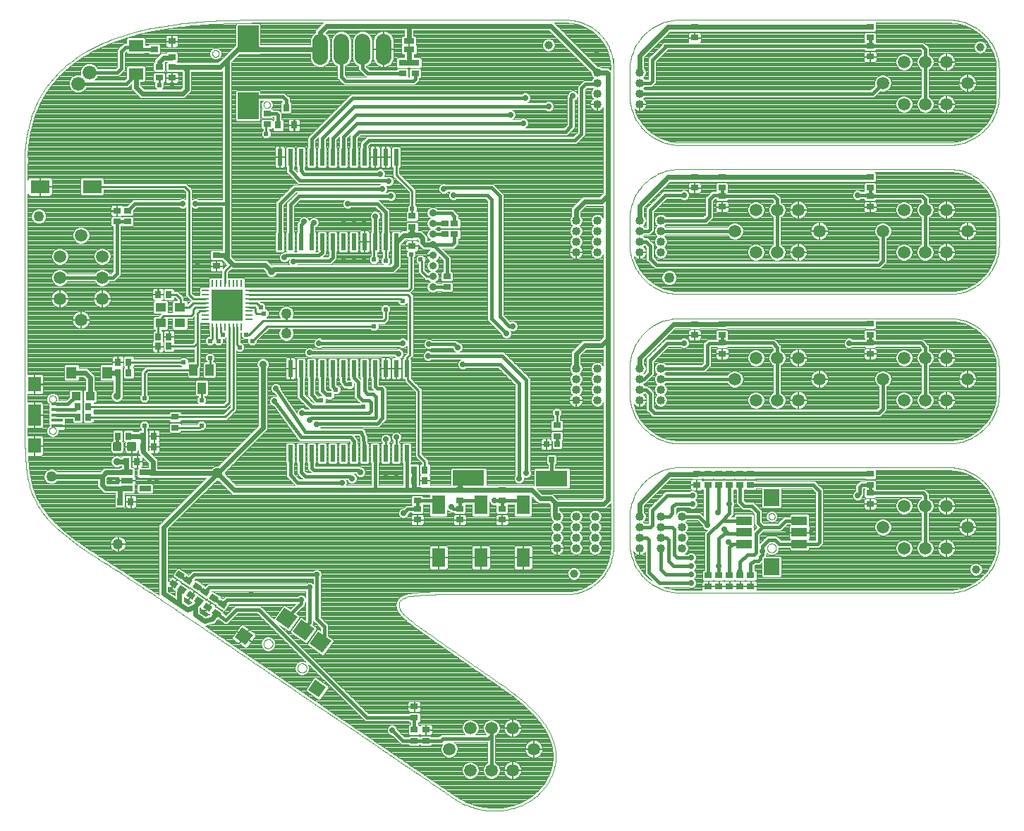
<source format=gtl>
G75*
%MOIN*%
%OFA0B0*%
%FSLAX25Y25*%
%IPPOS*%
%LPD*%
%AMOC8*
5,1,8,0,0,1.08239X$1,22.5*
%
%ADD10C,0.00394*%
%ADD11R,0.02756X0.03543*%
%ADD12R,0.03543X0.02756*%
%ADD13R,0.05000X0.05787*%
%ADD14R,0.04331X0.03937*%
%ADD15R,0.05512X0.02756*%
%ADD16R,0.03346X0.01063*%
%ADD17R,0.01063X0.03346*%
%ADD18R,0.14764X0.14764*%
%ADD19R,0.02300X0.08000*%
%ADD20C,0.07400*%
%ADD21R,0.05512X0.01575*%
%ADD22C,0.00000*%
%ADD23R,0.05906X0.07087*%
%ADD24R,0.05906X0.09843*%
%ADD25R,0.05118X0.04331*%
%ADD26R,0.03937X0.05512*%
%ADD27R,0.03150X0.03543*%
%ADD28R,0.09055X0.06299*%
%ADD29R,0.07283X0.04331*%
%ADD30R,0.07480X0.07874*%
%ADD31R,0.09843X0.12598*%
%ADD32C,0.00800*%
%ADD33R,0.05000X0.02500*%
%ADD34R,0.03543X0.03150*%
%ADD35R,0.07087X0.05512*%
%ADD36C,0.06600*%
%ADD37R,0.07480X0.07087*%
%ADD38R,0.06299X0.05906*%
%ADD39C,0.05937*%
%ADD40R,0.02756X0.02756*%
%ADD41R,0.06299X0.09055*%
%ADD42C,0.03937*%
%ADD43C,0.05000*%
%ADD44C,0.01181*%
%ADD45C,0.04000*%
%ADD46C,0.03575*%
%ADD47R,0.15000X0.07600*%
%ADD48C,0.02400*%
%ADD49C,0.02381*%
%ADD50C,0.01000*%
%ADD51C,0.02400*%
%ADD52C,0.01600*%
%ADD53C,0.03562*%
%ADD54C,0.02800*%
D10*
X0114420Y0091836D02*
X0118103Y0089341D01*
X0121786Y0086847D01*
X0125468Y0084351D01*
X0129149Y0081855D01*
X0132830Y0079358D01*
X0136510Y0076861D01*
X0143870Y0071864D01*
X0147550Y0069365D01*
X0151228Y0066865D01*
X0154907Y0064365D01*
X0158586Y0061865D01*
X0165942Y0056863D01*
X0169620Y0054362D01*
X0173298Y0051860D01*
X0176976Y0049358D01*
X0180653Y0046857D01*
X0184331Y0044355D01*
X0185557Y0043521D01*
X0186783Y0042686D01*
X0188009Y0041852D01*
X0189235Y0041018D01*
X0190460Y0040184D01*
X0191686Y0039350D01*
X0192912Y0038515D01*
X0194138Y0037681D01*
X0196590Y0036013D01*
X0197816Y0035178D01*
X0199041Y0034344D01*
X0200267Y0033509D01*
X0201493Y0032675D01*
X0202719Y0031841D01*
X0203944Y0031006D01*
X0205170Y0030172D01*
X0207621Y0028503D01*
X0208847Y0027668D01*
X0211298Y0025999D01*
X0212524Y0025164D01*
X0213749Y0024329D01*
X0214151Y0024056D01*
X0214551Y0023779D01*
X0214951Y0023500D01*
X0215351Y0023220D01*
X0215751Y0022939D01*
X0216151Y0022658D01*
X0216551Y0022377D01*
X0216952Y0022096D01*
X0217756Y0021537D01*
X0218159Y0021260D01*
X0218971Y0020712D01*
X0219379Y0020441D01*
X0219790Y0020177D01*
X0220201Y0019912D01*
X0220615Y0019653D01*
X0221033Y0019401D01*
X0221451Y0019149D01*
X0221873Y0018904D01*
X0222726Y0018433D01*
X0223157Y0018207D01*
X0223594Y0017992D01*
X0224254Y0017667D01*
X0224925Y0017364D01*
X0225604Y0017084D01*
X0226284Y0016803D01*
X0226972Y0016544D01*
X0227669Y0016308D01*
X0228365Y0016071D01*
X0229069Y0015857D01*
X0229779Y0015666D01*
X0230488Y0015475D01*
X0231205Y0015306D01*
X0231925Y0015160D01*
X0232646Y0015014D01*
X0233371Y0014891D01*
X0234100Y0014791D01*
X0234828Y0014691D01*
X0235560Y0014615D01*
X0237027Y0014508D01*
X0237762Y0014478D01*
X0239232Y0014465D01*
X0239968Y0014482D01*
X0240702Y0014524D01*
X0241707Y0014580D01*
X0242710Y0014682D01*
X0243705Y0014831D01*
X0244701Y0014980D01*
X0245689Y0015174D01*
X0246665Y0015414D01*
X0247641Y0015654D01*
X0248605Y0015940D01*
X0250498Y0016603D01*
X0251428Y0016980D01*
X0252336Y0017402D01*
X0253243Y0017824D01*
X0254129Y0018291D01*
X0254988Y0018803D01*
X0255847Y0019315D01*
X0256679Y0019872D01*
X0258280Y0021075D01*
X0259048Y0021722D01*
X0260512Y0023103D01*
X0261207Y0023838D01*
X0261861Y0024617D01*
X0262532Y0025416D01*
X0263151Y0026248D01*
X0263715Y0027108D01*
X0264280Y0027968D01*
X0264790Y0028855D01*
X0265243Y0029766D01*
X0265696Y0030676D01*
X0266092Y0031609D01*
X0266428Y0032560D01*
X0266763Y0033511D01*
X0267039Y0034480D01*
X0267463Y0036441D01*
X0267613Y0037435D01*
X0267696Y0038435D01*
X0267780Y0039436D01*
X0267797Y0040444D01*
X0267694Y0042465D01*
X0267574Y0043477D01*
X0267382Y0044486D01*
X0267190Y0045496D01*
X0266927Y0046502D01*
X0266588Y0047501D01*
X0266243Y0048521D01*
X0265840Y0049517D01*
X0265387Y0050488D01*
X0264935Y0051459D01*
X0264432Y0052406D01*
X0263885Y0053329D01*
X0263339Y0054253D01*
X0262749Y0055153D01*
X0262123Y0056030D01*
X0261497Y0056907D01*
X0260835Y0057761D01*
X0260142Y0058592D01*
X0259450Y0059424D01*
X0258728Y0060234D01*
X0257984Y0061022D01*
X0257239Y0061810D01*
X0256472Y0062577D01*
X0255689Y0063322D01*
X0254905Y0064068D01*
X0254106Y0064793D01*
X0253298Y0065497D01*
X0252490Y0066202D01*
X0251672Y0066886D01*
X0250853Y0067551D01*
X0250015Y0068231D01*
X0249169Y0068900D01*
X0247461Y0070223D01*
X0246599Y0070876D01*
X0245732Y0071522D01*
X0244865Y0072167D01*
X0243992Y0072807D01*
X0243115Y0073440D01*
X0242237Y0074074D01*
X0241355Y0074703D01*
X0240471Y0075327D01*
X0239586Y0075952D01*
X0238698Y0076572D01*
X0237810Y0077191D01*
X0236921Y0077809D01*
X0236031Y0078425D01*
X0235141Y0079041D01*
X0234251Y0079656D01*
X0233361Y0080270D01*
X0232473Y0080885D01*
X0231585Y0081501D01*
X0230698Y0082116D01*
X0229815Y0082735D01*
X0228903Y0083373D01*
X0227990Y0084011D01*
X0226164Y0085286D01*
X0225251Y0085924D01*
X0224338Y0086561D01*
X0223424Y0087198D01*
X0222511Y0087836D01*
X0221598Y0088473D01*
X0220685Y0089111D01*
X0219772Y0089749D01*
X0218860Y0090387D01*
X0217947Y0091026D01*
X0217035Y0091665D01*
X0216124Y0092304D01*
X0215212Y0092944D01*
X0214301Y0093585D01*
X0213391Y0094226D01*
X0212481Y0094868D01*
X0211571Y0095510D01*
X0210663Y0096154D01*
X0209754Y0096798D01*
X0208847Y0097443D01*
X0207940Y0098090D01*
X0207542Y0098374D01*
X0207143Y0098657D01*
X0206743Y0098940D01*
X0206343Y0099222D01*
X0205942Y0099504D01*
X0205541Y0099787D01*
X0205140Y0100070D01*
X0204739Y0100353D01*
X0204338Y0100637D01*
X0203938Y0100921D01*
X0203538Y0101207D01*
X0203140Y0101494D01*
X0202741Y0101781D01*
X0202344Y0102069D01*
X0201554Y0102652D01*
X0201161Y0102946D01*
X0200771Y0103243D01*
X0200381Y0103540D01*
X0199993Y0103840D01*
X0199609Y0104144D01*
X0199226Y0104448D01*
X0198845Y0104755D01*
X0198469Y0105068D01*
X0198220Y0105274D01*
X0197946Y0105502D01*
X0197658Y0105748D01*
X0197370Y0105994D01*
X0197069Y0106259D01*
X0196766Y0106540D01*
X0196464Y0106820D01*
X0196160Y0107117D01*
X0195574Y0107736D01*
X0195292Y0108059D01*
X0194773Y0108727D01*
X0194537Y0109072D01*
X0194134Y0109778D01*
X0193967Y0110139D01*
X0193848Y0110506D01*
X0193728Y0110873D01*
X0193656Y0111245D01*
X0193643Y0111620D01*
X0193630Y0111996D01*
X0193676Y0112375D01*
X0193794Y0112754D01*
X0193916Y0113147D01*
X0194108Y0113494D01*
X0194355Y0113801D01*
X0194602Y0114107D01*
X0194905Y0114373D01*
X0195249Y0114604D01*
X0195593Y0114835D01*
X0195979Y0115031D01*
X0196804Y0115367D01*
X0197244Y0115507D01*
X0198150Y0115740D01*
X0198616Y0115834D01*
X0199082Y0115912D01*
X0199547Y0115990D01*
X0200011Y0116051D01*
X0200908Y0116152D01*
X0201342Y0116192D01*
X0201746Y0116227D01*
X0202151Y0116263D01*
X0202526Y0116294D01*
X0202857Y0116326D01*
X0203312Y0116370D01*
X0203766Y0116410D01*
X0204677Y0116482D01*
X0205132Y0116514D01*
X0205588Y0116542D01*
X0206043Y0116570D01*
X0206499Y0116595D01*
X0206956Y0116616D01*
X0207412Y0116638D01*
X0207868Y0116656D01*
X0208325Y0116672D01*
X0208781Y0116688D01*
X0209238Y0116701D01*
X0210151Y0116723D01*
X0210608Y0116732D01*
X0211064Y0116739D01*
X0211521Y0116746D01*
X0211977Y0116751D01*
X0212434Y0116755D01*
X0212891Y0116759D01*
X0213347Y0116762D01*
X0213803Y0116764D01*
X0214793Y0116768D01*
X0215783Y0116771D01*
X0217764Y0116777D01*
X0218754Y0116779D01*
X0219744Y0116781D01*
X0220734Y0116782D01*
X0221724Y0116784D01*
X0222714Y0116784D01*
X0223704Y0116785D01*
X0224695Y0116786D01*
X0225685Y0116786D01*
X0226675Y0116786D01*
X0227665Y0116786D01*
X0228655Y0116786D01*
X0229645Y0116786D01*
X0230635Y0116786D01*
X0231626Y0116786D01*
X0232616Y0116786D01*
X0233606Y0116787D01*
X0234596Y0116787D01*
X0235586Y0116788D01*
X0236576Y0116788D01*
X0237566Y0116790D01*
X0238764Y0116791D01*
X0239962Y0116793D01*
X0242358Y0116795D01*
X0243555Y0116796D01*
X0244753Y0116797D01*
X0245951Y0116799D01*
X0247149Y0116800D01*
X0248347Y0116801D01*
X0249545Y0116802D01*
X0250743Y0116802D01*
X0251940Y0116803D01*
X0253138Y0116804D01*
X0254336Y0116805D01*
X0256732Y0116806D01*
X0257930Y0116806D01*
X0259127Y0116807D01*
X0260325Y0116807D01*
X0261523Y0116808D01*
X0262721Y0116808D01*
X0263919Y0116808D01*
X0265117Y0116808D01*
X0266718Y0116808D01*
X0267123Y0116804D01*
X0267531Y0116799D01*
X0267938Y0116794D01*
X0268347Y0116786D01*
X0268757Y0116779D01*
X0269167Y0116772D01*
X0269578Y0116766D01*
X0269989Y0116761D01*
X0270401Y0116756D01*
X0270813Y0116753D01*
X0271636Y0116755D01*
X0272047Y0116760D01*
X0272869Y0116781D01*
X0273279Y0116798D01*
X0273687Y0116822D01*
X0274095Y0116846D01*
X0274502Y0116878D01*
X0275312Y0116960D01*
X0275714Y0117011D01*
X0276114Y0117073D01*
X0276875Y0117192D01*
X0277626Y0117350D01*
X0278366Y0117547D01*
X0279106Y0117744D01*
X0279834Y0117979D01*
X0280547Y0118250D01*
X0281260Y0118521D01*
X0281959Y0118828D01*
X0282641Y0119170D01*
X0283322Y0119512D01*
X0283986Y0119888D01*
X0284630Y0120296D01*
X0285273Y0120704D01*
X0285896Y0121144D01*
X0286496Y0121615D01*
X0287096Y0122085D01*
X0287673Y0122586D01*
X0288224Y0123115D01*
X0288774Y0123644D01*
X0289299Y0124201D01*
X0289795Y0124785D01*
X0290290Y0125368D01*
X0290757Y0125978D01*
X0291191Y0126612D01*
X0291565Y0127156D01*
X0291906Y0127708D01*
X0292217Y0128270D01*
X0292528Y0128831D01*
X0292810Y0129401D01*
X0293317Y0130555D01*
X0293544Y0131140D01*
X0293744Y0131732D01*
X0293945Y0132324D01*
X0294120Y0132922D01*
X0294272Y0133527D01*
X0294424Y0134132D01*
X0294553Y0134743D01*
X0294660Y0135360D01*
X0294768Y0135977D01*
X0294854Y0136599D01*
X0294988Y0137853D01*
X0295037Y0138485D01*
X0295068Y0139121D01*
X0295100Y0139758D01*
X0295114Y0140398D01*
X0295114Y0370099D01*
X0295096Y0365780D01*
X0295057Y0366455D01*
X0295019Y0367131D01*
X0294959Y0367802D01*
X0294878Y0368466D01*
X0294796Y0369131D01*
X0294692Y0369790D01*
X0294563Y0370441D01*
X0294435Y0371093D01*
X0294282Y0371738D01*
X0293922Y0373011D01*
X0293716Y0373640D01*
X0293482Y0374260D01*
X0293247Y0374880D01*
X0292984Y0375491D01*
X0292690Y0376092D01*
X0292396Y0376693D01*
X0292071Y0377284D01*
X0291714Y0377865D01*
X0291357Y0378445D01*
X0290968Y0379015D01*
X0290543Y0379572D01*
X0290076Y0380186D01*
X0289578Y0380774D01*
X0288526Y0381895D01*
X0287972Y0382427D01*
X0287394Y0382929D01*
X0286815Y0383431D01*
X0286212Y0383904D01*
X0284962Y0384786D01*
X0284315Y0385195D01*
X0282984Y0385947D01*
X0282300Y0386289D01*
X0281599Y0386596D01*
X0280899Y0386903D01*
X0280183Y0387175D01*
X0279454Y0387409D01*
X0278725Y0387644D01*
X0277983Y0387841D01*
X0277231Y0387999D01*
X0276479Y0388158D01*
X0275718Y0388277D01*
X0274949Y0388355D01*
X0274570Y0388394D01*
X0274190Y0388425D01*
X0273809Y0388450D01*
X0273428Y0388474D01*
X0273046Y0388493D01*
X0272664Y0388506D01*
X0272281Y0388519D01*
X0271898Y0388528D01*
X0271514Y0388532D01*
X0271131Y0388537D01*
X0270747Y0388538D01*
X0270362Y0388537D01*
X0269978Y0388535D01*
X0269594Y0388531D01*
X0269210Y0388526D01*
X0268826Y0388521D01*
X0268442Y0388515D01*
X0268059Y0388509D01*
X0267675Y0388503D01*
X0267292Y0388497D01*
X0266528Y0388489D01*
X0266146Y0388486D01*
X0130394Y0388486D01*
X0128533Y0388483D01*
X0126671Y0388475D01*
X0124809Y0388466D01*
X0122947Y0388452D01*
X0121086Y0388429D01*
X0119224Y0388405D01*
X0117363Y0388372D01*
X0113642Y0388282D01*
X0111783Y0388224D01*
X0109923Y0388151D01*
X0108064Y0388078D01*
X0106206Y0387989D01*
X0104349Y0387881D01*
X0102492Y0387773D01*
X0100636Y0387646D01*
X0098782Y0387497D01*
X0096927Y0387348D01*
X0095074Y0387176D01*
X0093222Y0386980D01*
X0091371Y0386783D01*
X0089521Y0386560D01*
X0087673Y0386309D01*
X0085526Y0386017D01*
X0083369Y0385690D01*
X0081210Y0385320D01*
X0079051Y0384949D01*
X0076891Y0384536D01*
X0074737Y0384072D01*
X0072584Y0383609D01*
X0070437Y0383095D01*
X0068307Y0382523D01*
X0066176Y0381951D01*
X0064062Y0381322D01*
X0059882Y0379933D01*
X0057817Y0379174D01*
X0055785Y0378342D01*
X0053753Y0377510D01*
X0051755Y0376605D01*
X0049799Y0375621D01*
X0047844Y0374637D01*
X0045930Y0373573D01*
X0044068Y0372421D01*
X0042205Y0371270D01*
X0040394Y0370031D01*
X0038643Y0368698D01*
X0037813Y0368066D01*
X0037000Y0367413D01*
X0036207Y0366738D01*
X0035413Y0366063D01*
X0034638Y0365367D01*
X0033884Y0364651D01*
X0033129Y0363935D01*
X0032395Y0363199D01*
X0030970Y0361686D01*
X0030279Y0360910D01*
X0028944Y0359319D01*
X0028299Y0358505D01*
X0027059Y0356839D01*
X0026464Y0355988D01*
X0025324Y0354249D01*
X0024780Y0353362D01*
X0023746Y0351553D01*
X0023257Y0350631D01*
X0022796Y0349693D01*
X0022409Y0348905D01*
X0022048Y0348111D01*
X0021372Y0346513D01*
X0021057Y0345708D01*
X0020764Y0344899D01*
X0020470Y0344089D01*
X0020197Y0343275D01*
X0019942Y0342455D01*
X0019687Y0341636D01*
X0019450Y0340812D01*
X0019008Y0339155D01*
X0018803Y0338322D01*
X0018610Y0337484D01*
X0018418Y0336647D01*
X0018238Y0335805D01*
X0018069Y0334959D01*
X0017899Y0334114D01*
X0017741Y0333264D01*
X0017589Y0332410D01*
X0017438Y0331557D01*
X0017295Y0330700D01*
X0017157Y0329839D01*
X0017099Y0329480D01*
X0017053Y0329117D01*
X0016978Y0328382D01*
X0016949Y0328011D01*
X0016907Y0327265D01*
X0016893Y0326889D01*
X0016883Y0326511D01*
X0016874Y0326134D01*
X0016870Y0325755D01*
X0016869Y0325376D01*
X0016869Y0324997D01*
X0016871Y0324618D01*
X0016874Y0324239D01*
X0016878Y0323860D01*
X0016882Y0323483D01*
X0016889Y0322731D01*
X0016892Y0322357D01*
X0016892Y0321987D01*
X0016892Y0321616D01*
X0016889Y0321248D01*
X0016882Y0320885D01*
X0016873Y0320497D01*
X0016867Y0320109D01*
X0016861Y0319720D01*
X0016855Y0319332D01*
X0016851Y0318944D01*
X0016847Y0318556D01*
X0016844Y0318167D01*
X0016841Y0317779D01*
X0016839Y0317391D01*
X0016838Y0317003D01*
X0016836Y0316614D01*
X0016836Y0316226D01*
X0016835Y0315838D01*
X0016835Y0315449D01*
X0016835Y0315061D01*
X0016836Y0314673D01*
X0016836Y0314285D01*
X0016837Y0313896D01*
X0016837Y0313508D01*
X0016838Y0313120D01*
X0016838Y0312731D01*
X0016839Y0312343D01*
X0016839Y0311955D01*
X0016839Y0208801D01*
X0016839Y0208056D01*
X0016838Y0207310D01*
X0016837Y0206564D01*
X0016836Y0205819D01*
X0016835Y0205073D01*
X0016834Y0204327D01*
X0016833Y0203582D01*
X0016831Y0202090D01*
X0016831Y0201345D01*
X0016830Y0200599D01*
X0016830Y0199853D01*
X0016830Y0199108D01*
X0016831Y0198362D01*
X0016831Y0197616D01*
X0016833Y0196871D01*
X0016835Y0196125D01*
X0016837Y0195379D01*
X0016840Y0194634D01*
X0016844Y0193888D01*
X0016848Y0193142D01*
X0016853Y0192397D01*
X0016859Y0191651D01*
X0016868Y0190610D01*
X0016877Y0189565D01*
X0016891Y0188516D01*
X0016904Y0187468D01*
X0016923Y0186416D01*
X0016952Y0185364D01*
X0016980Y0184311D01*
X0017018Y0183257D01*
X0017124Y0181151D01*
X0017191Y0180099D01*
X0017277Y0179048D01*
X0017363Y0177998D01*
X0017469Y0176951D01*
X0017727Y0174864D01*
X0017881Y0173825D01*
X0018063Y0172792D01*
X0018245Y0171759D01*
X0018455Y0170732D01*
X0018699Y0169712D01*
X0018943Y0168693D01*
X0019221Y0167682D01*
X0019536Y0166680D01*
X0020176Y0164648D01*
X0020987Y0162717D01*
X0021943Y0160877D01*
X0022899Y0159037D01*
X0024000Y0157287D01*
X0025219Y0155617D01*
X0026437Y0153947D01*
X0027775Y0152357D01*
X0029204Y0150836D01*
X0030634Y0149315D01*
X0032156Y0147864D01*
X0033743Y0146472D01*
X0035331Y0145080D01*
X0036984Y0143747D01*
X0040370Y0141178D01*
X0042102Y0139942D01*
X0045594Y0137547D01*
X0047353Y0136387D01*
X0049099Y0135255D01*
X0050845Y0134123D01*
X0052578Y0133018D01*
X0054272Y0131931D01*
X0056027Y0130804D01*
X0057780Y0129673D01*
X0059529Y0128538D01*
X0061279Y0127404D01*
X0063026Y0126265D01*
X0064771Y0125123D01*
X0066516Y0123981D01*
X0068258Y0122835D01*
X0069999Y0121687D01*
X0071739Y0120538D01*
X0073478Y0119387D01*
X0075215Y0118233D01*
X0076952Y0117079D01*
X0078687Y0115922D01*
X0080420Y0114764D01*
X0082154Y0113605D01*
X0083887Y0112444D01*
X0085618Y0111282D01*
X0087350Y0110120D01*
X0089080Y0108956D01*
X0090810Y0107791D01*
X0092539Y0106625D01*
X0094268Y0105459D01*
X0095997Y0104292D01*
X0099683Y0101803D01*
X0103368Y0099313D01*
X0107053Y0096821D01*
X0110737Y0094329D01*
X0114420Y0091836D01*
X0115202Y0092990D02*
X0114724Y0093313D01*
X0111996Y0095160D01*
X0111523Y0095480D01*
X0111040Y0095807D01*
X0111040Y0095807D01*
X0107355Y0098299D01*
X0104627Y0100144D01*
X0104146Y0100469D01*
X0103671Y0100790D01*
X0103671Y0100790D01*
X0101962Y0101945D01*
X0102365Y0102060D01*
X0103170Y0102221D01*
X0103226Y0102306D01*
X0105891Y0103068D01*
X0106719Y0103255D01*
X0106757Y0103315D01*
X0106825Y0103335D01*
X0107237Y0104077D01*
X0107713Y0104831D01*
X0107886Y0104714D01*
X0108569Y0104847D01*
X0110678Y0103324D01*
X0111102Y0102900D01*
X0111266Y0102900D01*
X0111398Y0102804D01*
X0111991Y0102900D01*
X0112591Y0102900D01*
X0112706Y0103016D01*
X0112868Y0103042D01*
X0113219Y0103528D01*
X0117591Y0107900D01*
X0126602Y0107900D01*
X0149605Y0084898D01*
X0148528Y0085343D01*
X0147191Y0085343D01*
X0145955Y0084832D01*
X0145009Y0083886D01*
X0144497Y0082650D01*
X0144497Y0081312D01*
X0145009Y0080077D01*
X0145955Y0079131D01*
X0147191Y0078619D01*
X0148528Y0078619D01*
X0149764Y0079131D01*
X0150710Y0080077D01*
X0151222Y0081312D01*
X0151222Y0082650D01*
X0150776Y0083726D01*
X0176609Y0057894D01*
X0177661Y0056841D01*
X0198084Y0056841D01*
X0198662Y0056263D01*
X0199050Y0056263D01*
X0199050Y0055131D01*
X0198662Y0055131D01*
X0198078Y0054547D01*
X0198078Y0050965D01*
X0198662Y0050381D01*
X0203031Y0050381D01*
X0203498Y0050849D01*
X0203617Y0050643D01*
X0203840Y0050420D01*
X0204113Y0050263D01*
X0204417Y0050181D01*
X0206150Y0050181D01*
X0206150Y0052559D01*
X0206543Y0052559D01*
X0206543Y0050181D01*
X0208276Y0050181D01*
X0208580Y0050263D01*
X0208853Y0050420D01*
X0209076Y0050643D01*
X0209233Y0050916D01*
X0209315Y0051220D01*
X0209315Y0052559D01*
X0206543Y0052559D01*
X0206543Y0052953D01*
X0206150Y0052953D01*
X0206150Y0055331D01*
X0204417Y0055331D01*
X0204113Y0055249D01*
X0203840Y0055092D01*
X0203617Y0054869D01*
X0203498Y0054663D01*
X0203031Y0055131D01*
X0202643Y0055131D01*
X0202643Y0056263D01*
X0203031Y0056263D01*
X0203615Y0056847D01*
X0203615Y0060429D01*
X0203031Y0061013D01*
X0198662Y0061013D01*
X0198084Y0060435D01*
X0179150Y0060435D01*
X0137200Y0102384D01*
X0141266Y0099484D01*
X0142080Y0099620D01*
X0146675Y0106062D01*
X0146539Y0106877D01*
X0145259Y0107789D01*
X0149143Y0111673D01*
X0149143Y0112604D01*
X0149378Y0112839D01*
X0149550Y0113252D01*
X0149550Y0104729D01*
X0147790Y0105984D01*
X0146975Y0105848D01*
X0142380Y0099407D01*
X0142517Y0098592D01*
X0149279Y0093769D01*
X0150093Y0093905D01*
X0154688Y0100347D01*
X0154552Y0101161D01*
X0152689Y0102490D01*
X0153143Y0102945D01*
X0153143Y0104359D01*
X0156550Y0100953D01*
X0156550Y0099736D01*
X0155802Y0100269D01*
X0154988Y0100133D01*
X0150393Y0093691D01*
X0150530Y0092876D01*
X0157292Y0088053D01*
X0158106Y0088189D01*
X0162701Y0094631D01*
X0162565Y0095445D01*
X0160143Y0097173D01*
X0160143Y0102441D01*
X0159091Y0103494D01*
X0156643Y0105941D01*
X0156643Y0124604D01*
X0156878Y0124839D01*
X0157243Y0125720D01*
X0157243Y0126674D01*
X0156878Y0127555D01*
X0156204Y0128229D01*
X0155323Y0128594D01*
X0154370Y0128594D01*
X0153489Y0128229D01*
X0153254Y0127994D01*
X0096114Y0127994D01*
X0095062Y0126941D01*
X0094133Y0126012D01*
X0093457Y0126468D01*
X0093305Y0126439D01*
X0093246Y0126740D01*
X0089624Y0129184D01*
X0088813Y0129026D01*
X0086811Y0126057D01*
X0086968Y0125246D01*
X0090590Y0122803D01*
X0090742Y0122832D01*
X0090801Y0122531D01*
X0094423Y0120087D01*
X0094984Y0120196D01*
X0095059Y0119808D01*
X0098681Y0117365D01*
X0098771Y0117382D01*
X0098813Y0117165D01*
X0102435Y0114722D01*
X0102915Y0114816D01*
X0103024Y0114259D01*
X0106646Y0111816D01*
X0107031Y0111891D01*
X0107126Y0111400D01*
X0110748Y0108957D01*
X0111559Y0109115D01*
X0113562Y0112084D01*
X0113500Y0112400D01*
X0144788Y0112400D01*
X0142293Y0109905D01*
X0139777Y0111700D01*
X0138962Y0111564D01*
X0134407Y0105178D01*
X0128091Y0111494D01*
X0116102Y0111494D01*
X0115050Y0110441D01*
X0111658Y0107049D01*
X0110654Y0107774D01*
X0110699Y0107841D01*
X0110542Y0108652D01*
X0106920Y0111095D01*
X0106731Y0111058D01*
X0106685Y0111298D01*
X0106547Y0111581D01*
X0106340Y0111819D01*
X0104904Y0112788D01*
X0103574Y0110816D01*
X0103248Y0111036D01*
X0104577Y0113008D01*
X0103141Y0113976D01*
X0102843Y0114079D01*
X0102529Y0114101D01*
X0102299Y0114056D01*
X0102229Y0114417D01*
X0098734Y0116774D01*
X0098720Y0116847D01*
X0098582Y0117130D01*
X0098375Y0117368D01*
X0096939Y0118336D01*
X0095609Y0116365D01*
X0095283Y0116585D01*
X0096613Y0118556D01*
X0095177Y0119525D01*
X0094879Y0119628D01*
X0094564Y0119650D01*
X0094255Y0119590D01*
X0094254Y0119589D01*
X0094217Y0119782D01*
X0090648Y0122189D01*
X0090629Y0122285D01*
X0090491Y0122568D01*
X0090284Y0122806D01*
X0088848Y0123775D01*
X0087518Y0121803D01*
X0087192Y0122023D01*
X0086972Y0121697D01*
X0087298Y0121477D01*
X0085968Y0119505D01*
X0087405Y0118537D01*
X0087650Y0118452D01*
X0087650Y0116302D01*
X0084543Y0118373D01*
X0084543Y0120467D01*
X0085642Y0119726D01*
X0086972Y0121697D01*
X0084674Y0123247D01*
X0084543Y0123053D01*
X0084543Y0147787D01*
X0107456Y0170700D01*
X0108236Y0170700D01*
X0114877Y0164059D01*
X0199984Y0164059D01*
X0200162Y0163881D01*
X0204531Y0163881D01*
X0204709Y0164059D01*
X0208220Y0164059D01*
X0208200Y0164039D01*
X0208200Y0162935D01*
X0205109Y0162935D01*
X0204531Y0163513D01*
X0200162Y0163513D01*
X0199578Y0162929D01*
X0199578Y0159347D01*
X0199728Y0159197D01*
X0199584Y0159053D01*
X0197161Y0159053D01*
X0196109Y0158000D01*
X0195702Y0157594D01*
X0195370Y0157594D01*
X0194489Y0157229D01*
X0193815Y0156555D01*
X0193450Y0155674D01*
X0193450Y0154720D01*
X0193815Y0153839D01*
X0194489Y0153165D01*
X0195370Y0152800D01*
X0196323Y0152800D01*
X0197204Y0153165D01*
X0197878Y0153839D01*
X0198243Y0154720D01*
X0198243Y0155053D01*
X0198650Y0155459D01*
X0199584Y0155459D01*
X0200162Y0154881D01*
X0204531Y0154881D01*
X0205115Y0155465D01*
X0205115Y0159047D01*
X0204965Y0159197D01*
X0205109Y0159341D01*
X0208200Y0159341D01*
X0208200Y0154158D01*
X0208784Y0153574D01*
X0215909Y0153574D01*
X0216493Y0154158D01*
X0216493Y0156661D01*
X0216989Y0156165D01*
X0217870Y0155800D01*
X0218202Y0155800D01*
X0218543Y0155459D01*
X0219584Y0155459D01*
X0220162Y0154881D01*
X0224531Y0154881D01*
X0225115Y0155465D01*
X0225115Y0159047D01*
X0224965Y0159197D01*
X0225109Y0159341D01*
X0228200Y0159341D01*
X0228200Y0154158D01*
X0228784Y0153574D01*
X0235909Y0153574D01*
X0236493Y0154158D01*
X0236493Y0160616D01*
X0236815Y0159839D01*
X0237489Y0159165D01*
X0238370Y0158800D01*
X0239323Y0158800D01*
X0239578Y0158906D01*
X0239578Y0155465D01*
X0240162Y0154881D01*
X0244531Y0154881D01*
X0245115Y0155465D01*
X0245115Y0159047D01*
X0244965Y0159197D01*
X0245109Y0159341D01*
X0248200Y0159341D01*
X0248200Y0154158D01*
X0248784Y0153574D01*
X0255909Y0153574D01*
X0256493Y0154158D01*
X0256493Y0162944D01*
X0258150Y0161287D01*
X0259436Y0160000D01*
X0264436Y0160000D01*
X0265150Y0159287D01*
X0265150Y0153787D01*
X0265350Y0153587D01*
X0265350Y0153101D01*
X0265806Y0151999D01*
X0266608Y0151197D01*
X0265806Y0150394D01*
X0265350Y0149293D01*
X0265350Y0148101D01*
X0265806Y0146999D01*
X0266608Y0146197D01*
X0265806Y0145394D01*
X0265350Y0144293D01*
X0265350Y0143101D01*
X0265806Y0141999D01*
X0266498Y0141307D01*
X0266309Y0141180D01*
X0265863Y0140735D01*
X0265513Y0140211D01*
X0265272Y0139629D01*
X0265150Y0139012D01*
X0265150Y0138894D01*
X0268150Y0138894D01*
X0268150Y0138500D01*
X0268543Y0138500D01*
X0268543Y0135500D01*
X0268661Y0135500D01*
X0269279Y0135623D01*
X0269861Y0135864D01*
X0270384Y0136214D01*
X0270830Y0136659D01*
X0271179Y0137183D01*
X0271420Y0137764D01*
X0271543Y0138382D01*
X0271543Y0138500D01*
X0268543Y0138500D01*
X0268543Y0138894D01*
X0271543Y0138894D01*
X0271543Y0139012D01*
X0271420Y0139629D01*
X0271179Y0140211D01*
X0270830Y0140735D01*
X0270384Y0141180D01*
X0270195Y0141307D01*
X0270887Y0141999D01*
X0271343Y0143101D01*
X0271343Y0144293D01*
X0270887Y0145394D01*
X0270085Y0146197D01*
X0270887Y0146999D01*
X0271343Y0148101D01*
X0271343Y0149293D01*
X0270887Y0150394D01*
X0270085Y0151197D01*
X0270887Y0151999D01*
X0271343Y0153101D01*
X0271343Y0154293D01*
X0270887Y0155394D01*
X0270044Y0156237D01*
X0269543Y0156445D01*
X0269543Y0157500D01*
X0291256Y0157500D01*
X0292543Y0158787D01*
X0293721Y0159964D01*
X0293721Y0140414D01*
X0293707Y0139808D01*
X0293679Y0139250D01*
X0293646Y0138573D01*
X0293600Y0137981D01*
X0293470Y0136769D01*
X0293390Y0136192D01*
X0293386Y0136168D01*
X0293330Y0135845D01*
X0293188Y0135031D01*
X0293188Y0135031D01*
X0293184Y0135007D01*
X0293066Y0134446D01*
X0292841Y0133550D01*
X0292775Y0133288D01*
X0292616Y0132743D01*
X0292331Y0131905D01*
X0292233Y0131615D01*
X0292029Y0131087D01*
X0291546Y0129990D01*
X0291293Y0129478D01*
X0290996Y0128941D01*
X0290702Y0128413D01*
X0290396Y0127916D01*
X0290057Y0127422D01*
X0289628Y0126796D01*
X0289205Y0126243D01*
X0288769Y0125730D01*
X0288260Y0125131D01*
X0287784Y0124625D01*
X0287675Y0124520D01*
X0287675Y0124520D01*
X0286733Y0123616D01*
X0286209Y0123161D01*
X0286090Y0123068D01*
X0285685Y0122750D01*
X0285182Y0122355D01*
X0285064Y0122262D01*
X0284497Y0121862D01*
X0284185Y0121664D01*
X0283269Y0121083D01*
X0282666Y0120742D01*
X0282532Y0120675D01*
X0281715Y0120265D01*
X0281500Y0120157D01*
X0281366Y0120090D01*
X0280732Y0119811D01*
X0279512Y0119347D01*
X0279372Y0119294D01*
X0278712Y0119081D01*
X0278565Y0119042D01*
X0277303Y0118706D01*
X0276623Y0118563D01*
X0276470Y0118539D01*
X0275520Y0118391D01*
X0275154Y0118345D01*
X0274377Y0118266D01*
X0274000Y0118236D01*
X0273209Y0118190D01*
X0272823Y0118174D01*
X0272021Y0118153D01*
X0271626Y0118149D01*
X0270816Y0118147D01*
X0270413Y0118149D01*
X0270148Y0118153D01*
X0269597Y0118159D01*
X0269218Y0118165D01*
X0268876Y0118171D01*
X0268536Y0118177D01*
X0268534Y0118180D01*
X0267959Y0118187D01*
X0267715Y0118191D01*
X0267713Y0118193D01*
X0267551Y0118194D01*
X0267385Y0118197D01*
X0267384Y0118196D01*
X0267300Y0118197D01*
X0267295Y0118202D01*
X0266857Y0118202D01*
X0266565Y0118206D01*
X0266562Y0118203D01*
X0266153Y0118207D01*
X0266148Y0118202D01*
X0265694Y0118202D01*
X0265142Y0118202D01*
X0264539Y0118202D01*
X0264496Y0118202D01*
X0263924Y0118202D01*
X0263341Y0118202D01*
X0263298Y0118201D01*
X0263298Y0118202D01*
X0262629Y0118201D01*
X0262144Y0118201D01*
X0262100Y0118201D01*
X0262100Y0118201D01*
X0261542Y0118201D01*
X0260946Y0118201D01*
X0260946Y0118201D01*
X0260902Y0118201D01*
X0260370Y0118201D01*
X0259748Y0118201D01*
X0259748Y0118201D01*
X0259704Y0118201D01*
X0259265Y0118201D01*
X0258550Y0118200D01*
X0258506Y0118200D01*
X0257905Y0118200D01*
X0257352Y0118200D01*
X0257352Y0118200D01*
X0257308Y0118200D01*
X0256726Y0118200D01*
X0256154Y0118199D01*
X0254913Y0118199D01*
X0254349Y0118198D01*
X0253758Y0118198D01*
X0253715Y0118198D01*
X0253715Y0118198D01*
X0253171Y0118198D01*
X0252560Y0118197D01*
X0252517Y0118197D01*
X0252517Y0118197D01*
X0252029Y0118197D01*
X0251362Y0118197D01*
X0251362Y0118197D01*
X0251319Y0118197D01*
X0250701Y0118196D01*
X0250164Y0118196D01*
X0250164Y0118196D01*
X0250121Y0118196D01*
X0249494Y0118195D01*
X0248966Y0118195D01*
X0248923Y0118195D01*
X0247964Y0118194D01*
X0247768Y0118194D01*
X0247725Y0118194D01*
X0247152Y0118193D01*
X0246571Y0118193D01*
X0246571Y0118193D01*
X0246527Y0118193D01*
X0245978Y0118192D01*
X0245373Y0118192D01*
X0245373Y0118192D01*
X0244175Y0118191D01*
X0244175Y0118191D01*
X0244131Y0118191D01*
X0243558Y0118190D01*
X0242977Y0118190D01*
X0242977Y0118189D01*
X0242933Y0118189D01*
X0242933Y0118189D01*
X0242340Y0118189D01*
X0241779Y0118188D01*
X0240538Y0118187D01*
X0240538Y0118187D01*
X0239970Y0118186D01*
X0239383Y0118186D01*
X0239383Y0118186D01*
X0239340Y0118186D01*
X0238793Y0118185D01*
X0238185Y0118184D01*
X0238142Y0118184D01*
X0238142Y0118184D01*
X0237614Y0118183D01*
X0236987Y0118183D01*
X0236987Y0118183D01*
X0236580Y0118182D01*
X0235591Y0118181D01*
X0235172Y0118181D01*
X0235089Y0118181D01*
X0234018Y0118181D01*
X0234018Y0118181D01*
X0233616Y0118180D01*
X0232594Y0118180D01*
X0231856Y0118180D01*
X0230604Y0118180D01*
X0230222Y0118180D01*
X0229664Y0118180D01*
X0229068Y0118180D01*
X0229068Y0118180D01*
X0228676Y0118180D01*
X0228242Y0118180D01*
X0227750Y0118180D01*
X0227252Y0118180D01*
X0227252Y0118180D01*
X0226697Y0118180D01*
X0226097Y0118180D01*
X0225271Y0118179D01*
X0225271Y0118180D01*
X0224701Y0118179D01*
X0224281Y0118179D01*
X0224281Y0118179D01*
X0223701Y0118179D01*
X0223127Y0118179D01*
X0223126Y0118178D01*
X0222635Y0118178D01*
X0222300Y0118178D01*
X0221730Y0118177D01*
X0221309Y0118177D01*
X0221147Y0118177D01*
X0221146Y0118177D01*
X0220734Y0118176D01*
X0220155Y0118175D01*
X0219328Y0118174D01*
X0218749Y0118173D01*
X0218337Y0118172D01*
X0218337Y0118172D01*
X0218189Y0118172D01*
X0218174Y0118172D01*
X0218174Y0118172D01*
X0217755Y0118171D01*
X0217183Y0118169D01*
X0216356Y0118167D01*
X0215781Y0118165D01*
X0215365Y0118164D01*
X0215365Y0118164D01*
X0215234Y0118164D01*
X0215202Y0118163D01*
X0214784Y0118162D01*
X0214211Y0118160D01*
X0214211Y0118159D01*
X0213917Y0118158D01*
X0213916Y0118159D01*
X0213457Y0118156D01*
X0213456Y0118158D01*
X0213061Y0118154D01*
X0212764Y0118153D01*
X0212763Y0118152D01*
X0212539Y0118151D01*
X0212421Y0118150D01*
X0212305Y0118149D01*
X0212304Y0118148D01*
X0212079Y0118146D01*
X0212077Y0118148D01*
X0211697Y0118142D01*
X0211388Y0118139D01*
X0211386Y0118138D01*
X0211159Y0118135D01*
X0211158Y0118136D01*
X0211041Y0118134D01*
X0210927Y0118133D01*
X0210927Y0118132D01*
X0210697Y0118127D01*
X0210695Y0118130D01*
X0210326Y0118121D01*
X0210009Y0118116D01*
X0210007Y0118114D01*
X0209776Y0118110D01*
X0209775Y0118111D01*
X0209658Y0118107D01*
X0209547Y0118105D01*
X0209546Y0118104D01*
X0209313Y0118097D01*
X0209310Y0118101D01*
X0208948Y0118088D01*
X0208627Y0118080D01*
X0208624Y0118078D01*
X0208390Y0118071D01*
X0208389Y0118072D01*
X0208275Y0118068D01*
X0208164Y0118064D01*
X0208163Y0118063D01*
X0207927Y0118053D01*
X0207923Y0118057D01*
X0207565Y0118040D01*
X0207243Y0118029D01*
X0207240Y0118026D01*
X0207002Y0118016D01*
X0207001Y0118018D01*
X0206889Y0118012D01*
X0206779Y0118007D01*
X0206777Y0118006D01*
X0206538Y0117993D01*
X0206533Y0117997D01*
X0206179Y0117975D01*
X0205857Y0117960D01*
X0205853Y0117956D01*
X0205613Y0117943D01*
X0205611Y0117944D01*
X0205501Y0117937D01*
X0205392Y0117931D01*
X0205390Y0117929D01*
X0205148Y0117912D01*
X0205143Y0117917D01*
X0204791Y0117889D01*
X0204470Y0117869D01*
X0204465Y0117864D01*
X0204222Y0117847D01*
X0204220Y0117849D01*
X0204112Y0117840D01*
X0204004Y0117832D01*
X0204002Y0117830D01*
X0203757Y0117808D01*
X0203751Y0117814D01*
X0203404Y0117780D01*
X0203081Y0117754D01*
X0203077Y0117749D01*
X0202615Y0117708D01*
X0202609Y0117702D01*
X0202601Y0117701D01*
X0202593Y0117700D01*
X0202200Y0117666D01*
X0202032Y0117651D01*
X0201790Y0117631D01*
X0201789Y0117633D01*
X0201655Y0117620D01*
X0201461Y0117604D01*
X0201459Y0117602D01*
X0201339Y0117591D01*
X0201326Y0117601D01*
X0200848Y0117547D01*
X0200645Y0117530D01*
X0200643Y0117527D01*
X0200405Y0117505D01*
X0200401Y0117508D01*
X0200320Y0117497D01*
X0200206Y0117487D01*
X0200201Y0117481D01*
X0199909Y0117443D01*
X0199887Y0117459D01*
X0199516Y0117398D01*
X0199281Y0117371D01*
X0199272Y0117359D01*
X0198911Y0117312D01*
X0198906Y0117315D01*
X0198853Y0117304D01*
X0198792Y0117296D01*
X0198788Y0117291D01*
X0198398Y0117212D01*
X0198361Y0117234D01*
X0198041Y0117151D01*
X0197818Y0117114D01*
X0197802Y0117092D01*
X0197380Y0117006D01*
X0197374Y0117010D01*
X0197335Y0116997D01*
X0197308Y0116992D01*
X0197306Y0116988D01*
X0196873Y0116851D01*
X0196814Y0116876D01*
X0196540Y0116764D01*
X0196337Y0116712D01*
X0196315Y0116674D01*
X0195868Y0116533D01*
X0195860Y0116535D01*
X0195834Y0116522D01*
X0195833Y0116522D01*
X0195833Y0116521D01*
X0195399Y0116300D01*
X0195388Y0116296D01*
X0195295Y0116314D01*
X0195085Y0116172D01*
X0194919Y0116105D01*
X0194893Y0116043D01*
X0194886Y0116039D01*
X0194446Y0115814D01*
X0194441Y0115799D01*
X0194419Y0115801D01*
X0194053Y0115479D01*
X0194001Y0115444D01*
X0193880Y0115431D01*
X0193760Y0115283D01*
X0193649Y0115208D01*
X0193632Y0115124D01*
X0193593Y0115075D01*
X0193249Y0114774D01*
X0193244Y0114696D01*
X0193167Y0114674D01*
X0192947Y0114275D01*
X0192859Y0114166D01*
X0192756Y0114112D01*
X0192719Y0113993D01*
X0192661Y0113920D01*
X0192670Y0113834D01*
X0192634Y0113718D01*
X0192633Y0113718D01*
X0192627Y0113696D01*
X0192417Y0113316D01*
X0192454Y0113188D01*
X0192363Y0113116D01*
X0192308Y0112668D01*
X0192292Y0112615D01*
X0192287Y0112599D01*
X0192217Y0112525D01*
X0192222Y0112390D01*
X0192174Y0112236D01*
X0192231Y0112128D01*
X0192234Y0112056D01*
X0192177Y0111592D01*
X0192194Y0111570D01*
X0192178Y0111546D01*
X0192267Y0111087D01*
X0192268Y0111075D01*
X0192225Y0110990D01*
X0192276Y0110832D01*
X0192283Y0110620D01*
X0192372Y0110537D01*
X0192377Y0110523D01*
X0192462Y0110085D01*
X0192460Y0110080D01*
X0192465Y0110070D01*
X0192470Y0110040D01*
X0192481Y0110033D01*
X0192655Y0109656D01*
X0192637Y0109588D01*
X0192739Y0109410D01*
X0192820Y0109159D01*
X0192904Y0109116D01*
X0193063Y0108771D01*
X0193061Y0108760D01*
X0193084Y0108726D01*
X0193109Y0108670D01*
X0193126Y0108664D01*
X0193324Y0108376D01*
X0193318Y0108328D01*
X0193462Y0108143D01*
X0193612Y0107880D01*
X0193676Y0107862D01*
X0193863Y0107590D01*
X0193862Y0107577D01*
X0193906Y0107527D01*
X0193950Y0107463D01*
X0193965Y0107460D01*
X0194166Y0107230D01*
X0194165Y0107198D01*
X0194340Y0107012D01*
X0194545Y0106749D01*
X0194591Y0106743D01*
X0194773Y0106534D01*
X0194773Y0106522D01*
X0194843Y0106454D01*
X0194904Y0106385D01*
X0194915Y0106384D01*
X0195092Y0106211D01*
X0195093Y0106191D01*
X0195292Y0106006D01*
X0195544Y0105739D01*
X0195577Y0105739D01*
X0195715Y0105604D01*
X0195715Y0105593D01*
X0195820Y0105501D01*
X0195904Y0105419D01*
X0195913Y0105420D01*
X0196025Y0105321D01*
X0196025Y0105310D01*
X0196239Y0105128D01*
X0196242Y0105125D01*
X0196544Y0104845D01*
X0196566Y0104845D01*
X0196611Y0104806D01*
X0196611Y0104798D01*
X0196766Y0104669D01*
X0196884Y0104566D01*
X0196890Y0104567D01*
X0197047Y0104437D01*
X0197191Y0104314D01*
X0197479Y0104068D01*
X0197491Y0104069D01*
X0197497Y0104064D01*
X0197519Y0104045D01*
X0197520Y0104035D01*
X0197907Y0103722D01*
X0197908Y0103713D01*
X0198139Y0103530D01*
X0198399Y0103314D01*
X0198409Y0103315D01*
X0198683Y0103094D01*
X0198684Y0103091D01*
X0198741Y0103047D01*
X0198798Y0103001D01*
X0198800Y0103001D01*
X0199076Y0102787D01*
X0199077Y0102780D01*
X0199311Y0102603D01*
X0199581Y0102389D01*
X0199589Y0102390D01*
X0199864Y0102177D01*
X0199864Y0102175D01*
X0199925Y0102130D01*
X0199984Y0102084D01*
X0199985Y0102085D01*
X0200262Y0101878D01*
X0200262Y0101873D01*
X0200494Y0101702D01*
X0200776Y0101487D01*
X0200783Y0101488D01*
X0201057Y0101283D01*
X0201057Y0101282D01*
X0201120Y0101236D01*
X0201182Y0101190D01*
X0201183Y0101190D01*
X0201458Y0100991D01*
X0201458Y0100987D01*
X0201685Y0100824D01*
X0201982Y0100605D01*
X0201987Y0100606D01*
X0202259Y0100408D01*
X0202259Y0100407D01*
X0202325Y0100360D01*
X0202388Y0100314D01*
X0202389Y0100314D01*
X0202660Y0100121D01*
X0202661Y0100119D01*
X0202870Y0099970D01*
X0203192Y0099738D01*
X0203196Y0099739D01*
X0203463Y0099548D01*
X0203463Y0099547D01*
X0203532Y0099499D01*
X0203598Y0099451D01*
X0203599Y0099452D01*
X0203865Y0099264D01*
X0203865Y0099263D01*
X0204001Y0099167D01*
X0204002Y0099166D01*
X0204004Y0099165D01*
X0204403Y0098882D01*
X0204405Y0098883D01*
X0204667Y0098697D01*
X0204752Y0098638D01*
X0204808Y0098598D01*
X0205118Y0098380D01*
X0205210Y0098315D01*
X0205611Y0098033D01*
X0206198Y0097618D01*
X0206340Y0097518D01*
X0206735Y0097238D01*
X0207387Y0096773D01*
X0207568Y0096643D01*
X0207569Y0096642D01*
X0208039Y0096308D01*
X0208507Y0095974D01*
X0208507Y0095974D01*
X0208947Y0095662D01*
X0209417Y0095328D01*
X0209418Y0095328D01*
X0210039Y0094888D01*
X0210295Y0094706D01*
X0210296Y0094705D01*
X0210766Y0094373D01*
X0211236Y0094039D01*
X0211237Y0094039D01*
X0211673Y0093732D01*
X0212148Y0093396D01*
X0212149Y0093396D01*
X0212941Y0092838D01*
X0213027Y0092777D01*
X0213027Y0092777D01*
X0213494Y0092449D01*
X0213970Y0092113D01*
X0213971Y0092113D01*
X0214413Y0091802D01*
X0214883Y0091472D01*
X0214884Y0091472D01*
X0215760Y0090857D01*
X0215763Y0090855D01*
X0215763Y0090854D01*
X0216235Y0090523D01*
X0216707Y0090192D01*
X0216708Y0090192D01*
X0217151Y0089882D01*
X0217621Y0089553D01*
X0217838Y0089401D01*
X0218501Y0088938D01*
X0218501Y0088937D01*
X0218966Y0088612D01*
X0219446Y0088276D01*
X0219447Y0088276D01*
X0219876Y0087977D01*
X0220360Y0087638D01*
X0220360Y0087638D01*
X0221022Y0087176D01*
X0221240Y0087024D01*
X0221240Y0087023D01*
X0221717Y0086690D01*
X0222187Y0086363D01*
X0222311Y0086276D01*
X0223100Y0085725D01*
X0223100Y0085725D01*
X0223488Y0085455D01*
X0224859Y0084498D01*
X0225381Y0084133D01*
X0227188Y0082871D01*
X0228100Y0082234D01*
X0229078Y0081550D01*
X0229428Y0081304D01*
X0229429Y0081301D01*
X0229901Y0080973D01*
X0230372Y0080644D01*
X0230374Y0080644D01*
X0230789Y0080356D01*
X0231264Y0080027D01*
X0231265Y0080027D01*
X0231655Y0079756D01*
X0232094Y0079453D01*
X0232094Y0079452D01*
X0232570Y0079123D01*
X0233042Y0078796D01*
X0233043Y0078796D01*
X0233463Y0078506D01*
X0234823Y0077566D01*
X0235235Y0077281D01*
X0236124Y0076666D01*
X0236540Y0076377D01*
X0236540Y0076376D01*
X0236935Y0076101D01*
X0237487Y0075717D01*
X0237487Y0075717D01*
X0237902Y0075429D01*
X0238785Y0074811D01*
X0239195Y0074522D01*
X0239195Y0074522D01*
X0239628Y0074216D01*
X0240138Y0073856D01*
X0240549Y0073566D01*
X0241424Y0072942D01*
X0241830Y0072649D01*
X0241830Y0072649D01*
X0243172Y0071680D01*
X0244036Y0071047D01*
X0244437Y0070749D01*
X0244437Y0070749D01*
X0245762Y0069761D01*
X0246613Y0069117D01*
X0248310Y0067803D01*
X0249144Y0067143D01*
X0249526Y0066833D01*
X0249526Y0066832D01*
X0250007Y0066443D01*
X0250423Y0066105D01*
X0250786Y0065811D01*
X0251584Y0065142D01*
X0251947Y0064826D01*
X0253180Y0063751D01*
X0253956Y0063047D01*
X0255146Y0061915D01*
X0255499Y0061579D01*
X0256240Y0060838D01*
X0256574Y0060485D01*
X0256574Y0060485D01*
X0257702Y0059291D01*
X0258394Y0058515D01*
X0259440Y0057257D01*
X0259440Y0057257D01*
X0259748Y0056887D01*
X0260379Y0056074D01*
X0260654Y0055690D01*
X0260654Y0055690D01*
X0261599Y0054366D01*
X0262156Y0053516D01*
X0262392Y0053117D01*
X0262392Y0053117D01*
X0262750Y0052511D01*
X0262980Y0052123D01*
X0263216Y0051724D01*
X0263687Y0050837D01*
X0263880Y0050422D01*
X0264041Y0050077D01*
X0264368Y0049376D01*
X0264368Y0049376D01*
X0264562Y0048961D01*
X0264936Y0048036D01*
X0265083Y0047601D01*
X0265591Y0046102D01*
X0265830Y0045189D01*
X0265947Y0044575D01*
X0266196Y0043264D01*
X0266305Y0042347D01*
X0266403Y0040421D01*
X0266387Y0039506D01*
X0266307Y0038545D01*
X0266228Y0037596D01*
X0266092Y0036693D01*
X0265686Y0034818D01*
X0265435Y0033934D01*
X0265306Y0033568D01*
X0265306Y0033568D01*
X0264925Y0032491D01*
X0264921Y0032480D01*
X0264792Y0032114D01*
X0264430Y0031259D01*
X0264109Y0030614D01*
X0263561Y0029513D01*
X0263092Y0028698D01*
X0262867Y0028355D01*
X0262008Y0027047D01*
X0261438Y0026280D01*
X0260531Y0025200D01*
X0260167Y0024765D01*
X0259527Y0024089D01*
X0258121Y0022763D01*
X0257412Y0022167D01*
X0255872Y0021009D01*
X0255102Y0020493D01*
X0254770Y0020296D01*
X0254496Y0020132D01*
X0253779Y0019705D01*
X0253447Y0019507D01*
X0252624Y0019073D01*
X0251774Y0018678D01*
X0250872Y0018258D01*
X0250006Y0017907D01*
X0248176Y0017267D01*
X0247276Y0017000D01*
X0246706Y0016860D01*
X0245388Y0016535D01*
X0244463Y0016353D01*
X0243756Y0016248D01*
X0242536Y0016066D01*
X0241597Y0015970D01*
X0241200Y0015947D01*
X0241200Y0015947D01*
X0239912Y0015875D01*
X0239222Y0015859D01*
X0237796Y0015871D01*
X0237105Y0015900D01*
X0235683Y0016003D01*
X0234996Y0016075D01*
X0234744Y0016110D01*
X0233582Y0016269D01*
X0232901Y0016385D01*
X0232767Y0016411D01*
X0232767Y0016412D01*
X0232088Y0016549D01*
X0231636Y0016641D01*
X0231636Y0016641D01*
X0231503Y0016667D01*
X0230830Y0016826D01*
X0230699Y0016861D01*
X0230699Y0016861D01*
X0230077Y0017029D01*
X0229584Y0017162D01*
X0229584Y0017162D01*
X0229453Y0017197D01*
X0228792Y0017398D01*
X0228663Y0017442D01*
X0227959Y0017681D01*
X0227570Y0017813D01*
X0227570Y0017813D01*
X0227441Y0017857D01*
X0226795Y0018099D01*
X0226192Y0018348D01*
X0225478Y0018644D01*
X0224849Y0018928D01*
X0224728Y0018988D01*
X0224330Y0019183D01*
X0223788Y0019450D01*
X0223386Y0019661D01*
X0222559Y0020117D01*
X0222160Y0020349D01*
X0221879Y0020518D01*
X0221345Y0020840D01*
X0220948Y0021089D01*
X0220509Y0021371D01*
X0220141Y0021608D01*
X0219746Y0021870D01*
X0218945Y0022411D01*
X0218549Y0022684D01*
X0217751Y0023238D01*
X0217350Y0023519D01*
X0217072Y0023714D01*
X0216622Y0024030D01*
X0216622Y0024033D01*
X0216222Y0024312D01*
X0216222Y0024312D01*
X0216149Y0024363D01*
X0215819Y0024595D01*
X0215819Y0024596D01*
X0215751Y0024643D01*
X0215680Y0024693D01*
X0215680Y0024692D01*
X0215414Y0024876D01*
X0215412Y0024883D01*
X0215069Y0025117D01*
X0214875Y0025252D01*
X0214872Y0025251D01*
X0214470Y0025530D01*
X0214463Y0025529D01*
X0213785Y0025991D01*
X0213202Y0026389D01*
X0212831Y0026641D01*
X0212560Y0026826D01*
X0212190Y0027078D01*
X0211606Y0027475D01*
X0211606Y0027475D01*
X0210109Y0028495D01*
X0209784Y0028716D01*
X0209154Y0029145D01*
X0208883Y0029330D01*
X0208358Y0029687D01*
X0207929Y0029979D01*
X0206432Y0030999D01*
X0206020Y0031279D01*
X0205477Y0031649D01*
X0205206Y0031833D01*
X0205206Y0031833D01*
X0204708Y0032172D01*
X0204252Y0032483D01*
X0204252Y0032483D01*
X0203303Y0033129D01*
X0202754Y0033502D01*
X0202754Y0033502D01*
X0202209Y0033873D01*
X0201800Y0034152D01*
X0201529Y0034337D01*
X0201063Y0034654D01*
X0200574Y0034986D01*
X0200303Y0035171D01*
X0199077Y0036006D01*
X0198571Y0036350D01*
X0198123Y0036655D01*
X0198123Y0036655D01*
X0197851Y0036840D01*
X0197432Y0037125D01*
X0196897Y0037490D01*
X0196897Y0037490D01*
X0195399Y0038509D01*
X0194947Y0038817D01*
X0194445Y0039158D01*
X0194174Y0039343D01*
X0193880Y0039543D01*
X0193219Y0039992D01*
X0191993Y0040827D01*
X0191722Y0041011D01*
X0191722Y0041011D01*
X0191263Y0041323D01*
X0190767Y0041661D01*
X0190496Y0041846D01*
X0190093Y0042120D01*
X0189541Y0042495D01*
X0188915Y0042921D01*
X0188044Y0043514D01*
X0187533Y0043861D01*
X0187089Y0044163D01*
X0186818Y0044348D01*
X0186818Y0044348D01*
X0186665Y0044452D01*
X0185863Y0044998D01*
X0185592Y0045182D01*
X0185592Y0045182D01*
X0181914Y0047684D01*
X0181914Y0047684D01*
X0180993Y0048311D01*
X0180960Y0048334D01*
X0178237Y0050186D01*
X0177758Y0050512D01*
X0177282Y0050835D01*
X0173604Y0053337D01*
X0170881Y0055189D01*
X0170881Y0055189D01*
X0170458Y0055477D01*
X0169927Y0055839D01*
X0169927Y0055839D01*
X0167203Y0057691D01*
X0166682Y0058046D01*
X0166249Y0058340D01*
X0166249Y0058340D01*
X0159847Y0062693D01*
X0159317Y0063053D01*
X0158892Y0063342D01*
X0156168Y0065193D01*
X0156168Y0065193D01*
X0155676Y0065528D01*
X0155213Y0065842D01*
X0151534Y0068342D01*
X0148810Y0070193D01*
X0148810Y0070193D01*
X0148353Y0070504D01*
X0147855Y0070842D01*
X0145131Y0072693D01*
X0144644Y0073023D01*
X0144176Y0073341D01*
X0144176Y0073341D01*
X0137771Y0077690D01*
X0137279Y0078023D01*
X0136816Y0078338D01*
X0136815Y0078338D01*
X0134090Y0080187D01*
X0134090Y0080188D01*
X0133611Y0080512D01*
X0133135Y0080836D01*
X0133134Y0080836D01*
X0130409Y0082684D01*
X0130409Y0082684D01*
X0126727Y0085181D01*
X0126237Y0085514D01*
X0125772Y0085829D01*
X0125772Y0085829D01*
X0123045Y0087677D01*
X0122570Y0087999D01*
X0122090Y0088324D01*
X0122090Y0088324D01*
X0118407Y0090819D01*
X0118407Y0090819D01*
X0115680Y0092666D01*
X0115680Y0092666D01*
X0115202Y0092990D01*
X0115154Y0093022D02*
X0118794Y0093022D01*
X0119343Y0092630D02*
X0115733Y0092630D01*
X0116312Y0092238D02*
X0119893Y0092238D01*
X0120443Y0091846D02*
X0116891Y0091846D01*
X0117470Y0091454D02*
X0129037Y0091454D01*
X0128983Y0091508D02*
X0129929Y0090562D01*
X0131165Y0090050D01*
X0132502Y0090050D01*
X0133738Y0090562D01*
X0134684Y0091508D01*
X0135196Y0092744D01*
X0135196Y0094081D01*
X0134684Y0095317D01*
X0133738Y0096263D01*
X0132502Y0096775D01*
X0131165Y0096775D01*
X0129929Y0096263D01*
X0128983Y0095317D01*
X0128471Y0094081D01*
X0128471Y0092744D01*
X0128983Y0091508D01*
X0128843Y0091846D02*
X0121983Y0091846D01*
X0122099Y0091941D02*
X0123791Y0094313D01*
X0120413Y0096723D01*
X0120641Y0097043D01*
X0124019Y0094634D01*
X0125711Y0097006D01*
X0125822Y0097301D01*
X0125852Y0097615D01*
X0125800Y0097925D01*
X0125669Y0098212D01*
X0125469Y0098455D01*
X0122936Y0100262D01*
X0120641Y0097044D01*
X0120321Y0097272D01*
X0122616Y0100490D01*
X0120084Y0102296D01*
X0119789Y0102407D01*
X0119475Y0102437D01*
X0119164Y0102385D01*
X0118877Y0102254D01*
X0118634Y0102054D01*
X0116942Y0099682D01*
X0120321Y0097272D01*
X0120092Y0096952D01*
X0116714Y0099361D01*
X0115022Y0096989D01*
X0114912Y0096694D01*
X0114881Y0096381D01*
X0114933Y0096070D01*
X0115064Y0095783D01*
X0115264Y0095540D01*
X0117797Y0093734D01*
X0120092Y0096952D01*
X0120412Y0096723D01*
X0118117Y0093505D01*
X0120649Y0091699D01*
X0120944Y0091588D01*
X0121258Y0091558D01*
X0121569Y0091610D01*
X0121856Y0091741D01*
X0122099Y0091941D01*
X0122310Y0092238D02*
X0128681Y0092238D01*
X0128518Y0092630D02*
X0122590Y0092630D01*
X0122870Y0093022D02*
X0128471Y0093022D01*
X0128471Y0093415D02*
X0123150Y0093415D01*
X0123429Y0093807D02*
X0128471Y0093807D01*
X0128520Y0094199D02*
X0123709Y0094199D01*
X0123401Y0094591D02*
X0128683Y0094591D01*
X0128845Y0094984D02*
X0124269Y0094984D01*
X0124549Y0095376D02*
X0129042Y0095376D01*
X0129434Y0095768D02*
X0124828Y0095768D01*
X0125108Y0096160D02*
X0129826Y0096160D01*
X0130628Y0096552D02*
X0125388Y0096552D01*
X0125668Y0096945D02*
X0137558Y0096945D01*
X0137165Y0097337D02*
X0125825Y0097337D01*
X0125833Y0097729D02*
X0136773Y0097729D01*
X0136381Y0098121D02*
X0125711Y0098121D01*
X0125387Y0098513D02*
X0135989Y0098513D01*
X0135597Y0098906D02*
X0124837Y0098906D01*
X0124287Y0099298D02*
X0135204Y0099298D01*
X0134812Y0099690D02*
X0123738Y0099690D01*
X0123188Y0100082D02*
X0134420Y0100082D01*
X0134028Y0100474D02*
X0122605Y0100474D01*
X0122809Y0100082D02*
X0122325Y0100082D01*
X0122529Y0099690D02*
X0122045Y0099690D01*
X0122249Y0099298D02*
X0121766Y0099298D01*
X0121969Y0098906D02*
X0121486Y0098906D01*
X0121690Y0098513D02*
X0121206Y0098513D01*
X0121410Y0098121D02*
X0120926Y0098121D01*
X0121130Y0097729D02*
X0120647Y0097729D01*
X0120850Y0097337D02*
X0120367Y0097337D01*
X0120230Y0097337D02*
X0119552Y0097337D01*
X0119680Y0097729D02*
X0119002Y0097729D01*
X0119130Y0098121D02*
X0118452Y0098121D01*
X0118580Y0098513D02*
X0117902Y0098513D01*
X0118030Y0098906D02*
X0117353Y0098906D01*
X0117481Y0099298D02*
X0116803Y0099298D01*
X0116668Y0099298D02*
X0105878Y0099298D01*
X0106458Y0098906D02*
X0116389Y0098906D01*
X0116109Y0098513D02*
X0107038Y0098513D01*
X0107355Y0098299D02*
X0107355Y0098299D01*
X0107618Y0098121D02*
X0115829Y0098121D01*
X0115549Y0097729D02*
X0108198Y0097729D01*
X0108777Y0097337D02*
X0115270Y0097337D01*
X0115005Y0096945D02*
X0109357Y0096945D01*
X0109937Y0096552D02*
X0114898Y0096552D01*
X0114918Y0096160D02*
X0110517Y0096160D01*
X0111097Y0095768D02*
X0115076Y0095768D01*
X0115494Y0095376D02*
X0111677Y0095376D01*
X0111996Y0095160D02*
X0111996Y0095160D01*
X0112256Y0094984D02*
X0116044Y0094984D01*
X0116594Y0094591D02*
X0112836Y0094591D01*
X0113415Y0094199D02*
X0117144Y0094199D01*
X0117694Y0093807D02*
X0113995Y0093807D01*
X0114574Y0093415D02*
X0118244Y0093415D01*
X0118332Y0093807D02*
X0117849Y0093807D01*
X0118129Y0094199D02*
X0118612Y0094199D01*
X0118408Y0094591D02*
X0118892Y0094591D01*
X0118688Y0094984D02*
X0119172Y0094984D01*
X0118968Y0095376D02*
X0119451Y0095376D01*
X0119248Y0095768D02*
X0119731Y0095768D01*
X0119527Y0096160D02*
X0120011Y0096160D01*
X0119807Y0096552D02*
X0120291Y0096552D01*
X0120652Y0096552D02*
X0121330Y0096552D01*
X0121202Y0096160D02*
X0121879Y0096160D01*
X0121752Y0095768D02*
X0122429Y0095768D01*
X0122301Y0095376D02*
X0122979Y0095376D01*
X0122851Y0094984D02*
X0123529Y0094984D01*
X0120780Y0096945D02*
X0120571Y0096945D01*
X0120102Y0096945D02*
X0120087Y0096945D01*
X0116948Y0099690D02*
X0105298Y0099690D01*
X0104718Y0100082D02*
X0117228Y0100082D01*
X0117508Y0100474D02*
X0104138Y0100474D01*
X0104627Y0100144D02*
X0104627Y0100144D01*
X0103558Y0100867D02*
X0117788Y0100867D01*
X0118067Y0101259D02*
X0102977Y0101259D01*
X0102397Y0101651D02*
X0118347Y0101651D01*
X0118627Y0102043D02*
X0102306Y0102043D01*
X0103679Y0102436D02*
X0119467Y0102436D01*
X0119489Y0102436D02*
X0132067Y0102436D01*
X0131674Y0102828D02*
X0111543Y0102828D01*
X0111366Y0102828D02*
X0105051Y0102828D01*
X0106563Y0103220D02*
X0110782Y0103220D01*
X0110279Y0103612D02*
X0106979Y0103612D01*
X0107197Y0104004D02*
X0109736Y0104004D01*
X0109192Y0104397D02*
X0107439Y0104397D01*
X0107686Y0104789D02*
X0107775Y0104789D01*
X0108270Y0104789D02*
X0108649Y0104789D01*
X0110986Y0107534D02*
X0112143Y0107534D01*
X0111751Y0107142D02*
X0111529Y0107142D01*
X0110683Y0107927D02*
X0112535Y0107927D01*
X0112927Y0108319D02*
X0110607Y0108319D01*
X0110454Y0108711D02*
X0113319Y0108711D01*
X0113712Y0109103D02*
X0111499Y0109103D01*
X0111815Y0109495D02*
X0114104Y0109495D01*
X0114496Y0109888D02*
X0112080Y0109888D01*
X0112344Y0110280D02*
X0114888Y0110280D01*
X0115280Y0110672D02*
X0112609Y0110672D01*
X0112874Y0111064D02*
X0115673Y0111064D01*
X0116065Y0111456D02*
X0113138Y0111456D01*
X0113403Y0111849D02*
X0144237Y0111849D01*
X0144629Y0112241D02*
X0113531Y0112241D01*
X0110563Y0114986D02*
X0110303Y0114986D01*
X0110458Y0114882D02*
X0110517Y0114941D01*
X0111570Y0115994D01*
X0145754Y0115994D01*
X0145989Y0116229D01*
X0146870Y0116594D01*
X0147823Y0116594D01*
X0148704Y0116229D01*
X0149378Y0115555D01*
X0149550Y0115141D01*
X0149550Y0118400D01*
X0105142Y0118400D01*
X0105200Y0118103D01*
X0105680Y0118197D01*
X0109302Y0115753D01*
X0109397Y0115263D01*
X0109782Y0115338D01*
X0110458Y0114882D01*
X0110955Y0115379D02*
X0109375Y0115379D01*
X0109276Y0115771D02*
X0111347Y0115771D01*
X0108694Y0116163D02*
X0145923Y0116163D01*
X0146777Y0116555D02*
X0108113Y0116555D01*
X0107531Y0116947D02*
X0149550Y0116947D01*
X0149550Y0116555D02*
X0147916Y0116555D01*
X0148770Y0116163D02*
X0149550Y0116163D01*
X0149550Y0115771D02*
X0149162Y0115771D01*
X0149451Y0115379D02*
X0149550Y0115379D01*
X0149550Y0117340D02*
X0106950Y0117340D01*
X0106369Y0117732D02*
X0149550Y0117732D01*
X0149550Y0118124D02*
X0105787Y0118124D01*
X0105306Y0118124D02*
X0105195Y0118124D01*
X0102440Y0120941D02*
X0102145Y0120647D01*
X0101469Y0121103D01*
X0101379Y0121086D01*
X0101337Y0121302D01*
X0097715Y0123745D01*
X0097154Y0123636D01*
X0097103Y0123900D01*
X0097603Y0124400D01*
X0153050Y0124400D01*
X0153050Y0121883D01*
X0152704Y0122229D01*
X0151823Y0122594D01*
X0150870Y0122594D01*
X0149989Y0122229D01*
X0149754Y0121994D01*
X0103492Y0121994D01*
X0102440Y0120941D01*
X0102368Y0120870D02*
X0101815Y0120870D01*
X0101345Y0121262D02*
X0102760Y0121262D01*
X0103152Y0121654D02*
X0100816Y0121654D01*
X0100234Y0122046D02*
X0149806Y0122046D01*
X0150495Y0122438D02*
X0099653Y0122438D01*
X0099071Y0122831D02*
X0153050Y0122831D01*
X0153050Y0123223D02*
X0098490Y0123223D01*
X0097908Y0123615D02*
X0153050Y0123615D01*
X0153050Y0124007D02*
X0097210Y0124007D01*
X0097602Y0124399D02*
X0153050Y0124399D01*
X0153050Y0122438D02*
X0152198Y0122438D01*
X0152887Y0122046D02*
X0153050Y0122046D01*
X0156643Y0122046D02*
X0284758Y0122046D01*
X0285182Y0122355D02*
X0285182Y0122355D01*
X0285288Y0122438D02*
X0156643Y0122438D01*
X0156643Y0122831D02*
X0285788Y0122831D01*
X0286090Y0123068D02*
X0286090Y0123068D01*
X0286280Y0123223D02*
X0156643Y0123223D01*
X0156643Y0123615D02*
X0286732Y0123615D01*
X0287141Y0124007D02*
X0277602Y0124007D01*
X0278026Y0124183D02*
X0278860Y0125017D01*
X0279312Y0126107D01*
X0279312Y0127287D01*
X0278860Y0128377D01*
X0278026Y0129211D01*
X0276936Y0129662D01*
X0275757Y0129662D01*
X0274667Y0129211D01*
X0273833Y0128377D01*
X0273381Y0127287D01*
X0273381Y0126107D01*
X0273833Y0125017D01*
X0274667Y0124183D01*
X0275757Y0123731D01*
X0276936Y0123731D01*
X0278026Y0124183D01*
X0278243Y0124399D02*
X0287549Y0124399D01*
X0287940Y0124792D02*
X0278635Y0124792D01*
X0278929Y0125184D02*
X0288305Y0125184D01*
X0288638Y0125576D02*
X0279092Y0125576D01*
X0279254Y0125968D02*
X0288971Y0125968D01*
X0289295Y0126360D02*
X0279312Y0126360D01*
X0279312Y0126753D02*
X0289595Y0126753D01*
X0289867Y0127145D02*
X0279312Y0127145D01*
X0279208Y0127537D02*
X0290136Y0127537D01*
X0290404Y0127929D02*
X0279046Y0127929D01*
X0278883Y0128322D02*
X0290646Y0128322D01*
X0290869Y0128714D02*
X0278523Y0128714D01*
X0278131Y0129106D02*
X0291087Y0129106D01*
X0291303Y0129498D02*
X0277332Y0129498D01*
X0275361Y0129498D02*
X0256663Y0129498D01*
X0256693Y0129610D02*
X0256693Y0134098D01*
X0252543Y0134098D01*
X0252543Y0128571D01*
X0255654Y0128571D01*
X0255958Y0128652D01*
X0256231Y0128810D01*
X0256454Y0129033D01*
X0256611Y0129306D01*
X0256693Y0129610D01*
X0256693Y0129890D02*
X0291497Y0129890D01*
X0291675Y0130283D02*
X0256693Y0130283D01*
X0256693Y0130675D02*
X0291848Y0130675D01*
X0292020Y0131067D02*
X0256693Y0131067D01*
X0256693Y0131459D02*
X0292173Y0131459D01*
X0292313Y0131851D02*
X0256693Y0131851D01*
X0256693Y0132244D02*
X0292446Y0132244D01*
X0292579Y0132636D02*
X0256693Y0132636D01*
X0256693Y0133028D02*
X0292699Y0133028D01*
X0292808Y0133420D02*
X0256693Y0133420D01*
X0256693Y0133813D02*
X0292907Y0133813D01*
X0293005Y0134205D02*
X0252543Y0134205D01*
X0252543Y0134098D02*
X0252543Y0134492D01*
X0252150Y0134492D01*
X0252150Y0140020D01*
X0249039Y0140020D01*
X0248735Y0139938D01*
X0248462Y0139781D01*
X0248239Y0139558D01*
X0248082Y0139285D01*
X0248000Y0138980D01*
X0248000Y0134492D01*
X0252150Y0134492D01*
X0252150Y0134098D01*
X0252543Y0134098D01*
X0252543Y0133813D02*
X0252150Y0133813D01*
X0252150Y0134098D02*
X0252150Y0128571D01*
X0249039Y0128571D01*
X0248735Y0128652D01*
X0248462Y0128810D01*
X0248239Y0129033D01*
X0248082Y0129306D01*
X0248000Y0129610D01*
X0248000Y0134098D01*
X0252150Y0134098D01*
X0252150Y0134205D02*
X0232543Y0134205D01*
X0232543Y0134098D02*
X0232543Y0134492D01*
X0232150Y0134492D01*
X0232150Y0140020D01*
X0229039Y0140020D01*
X0228735Y0139938D01*
X0228462Y0139781D01*
X0228239Y0139558D01*
X0228082Y0139285D01*
X0228000Y0138980D01*
X0228000Y0134492D01*
X0232150Y0134492D01*
X0232150Y0134098D01*
X0232543Y0134098D01*
X0232543Y0128571D01*
X0235654Y0128571D01*
X0235958Y0128652D01*
X0236231Y0128810D01*
X0236454Y0129033D01*
X0236611Y0129306D01*
X0236693Y0129610D01*
X0236693Y0134098D01*
X0232543Y0134098D01*
X0232543Y0133813D02*
X0232150Y0133813D01*
X0232150Y0134098D02*
X0232150Y0128571D01*
X0229039Y0128571D01*
X0228735Y0128652D01*
X0228462Y0128810D01*
X0228239Y0129033D01*
X0228082Y0129306D01*
X0228000Y0129610D01*
X0228000Y0134098D01*
X0232150Y0134098D01*
X0232150Y0134205D02*
X0212543Y0134205D01*
X0212543Y0134098D02*
X0212543Y0134492D01*
X0212150Y0134492D01*
X0212150Y0140020D01*
X0209039Y0140020D01*
X0208735Y0139938D01*
X0208462Y0139781D01*
X0208239Y0139558D01*
X0208082Y0139285D01*
X0208000Y0138980D01*
X0208000Y0134492D01*
X0212150Y0134492D01*
X0212150Y0134098D01*
X0212543Y0134098D01*
X0212543Y0128571D01*
X0215654Y0128571D01*
X0215958Y0128652D01*
X0216231Y0128810D01*
X0216454Y0129033D01*
X0216611Y0129306D01*
X0216693Y0129610D01*
X0216693Y0134098D01*
X0212543Y0134098D01*
X0212543Y0133813D02*
X0212150Y0133813D01*
X0212150Y0134098D02*
X0212150Y0128571D01*
X0209039Y0128571D01*
X0208735Y0128652D01*
X0208462Y0128810D01*
X0208239Y0129033D01*
X0208082Y0129306D01*
X0208000Y0129610D01*
X0208000Y0134098D01*
X0212150Y0134098D01*
X0212150Y0134205D02*
X0084543Y0134205D01*
X0084543Y0134597D02*
X0208000Y0134597D01*
X0208000Y0134989D02*
X0084543Y0134989D01*
X0084543Y0135381D02*
X0208000Y0135381D01*
X0208000Y0135774D02*
X0084543Y0135774D01*
X0084543Y0136166D02*
X0208000Y0136166D01*
X0208000Y0136558D02*
X0084543Y0136558D01*
X0084543Y0136950D02*
X0208000Y0136950D01*
X0208000Y0137342D02*
X0084543Y0137342D01*
X0084543Y0137735D02*
X0208000Y0137735D01*
X0208000Y0138127D02*
X0084543Y0138127D01*
X0084543Y0138519D02*
X0208000Y0138519D01*
X0208000Y0138911D02*
X0084543Y0138911D01*
X0084543Y0139303D02*
X0208092Y0139303D01*
X0208377Y0139696D02*
X0084543Y0139696D01*
X0084543Y0140088D02*
X0265462Y0140088D01*
X0265300Y0139696D02*
X0256316Y0139696D01*
X0256231Y0139781D02*
X0255958Y0139938D01*
X0255654Y0140020D01*
X0252543Y0140020D01*
X0252543Y0134492D01*
X0256693Y0134492D01*
X0256693Y0138980D01*
X0256611Y0139285D01*
X0256454Y0139558D01*
X0256231Y0139781D01*
X0256601Y0139303D02*
X0265208Y0139303D01*
X0265150Y0138911D02*
X0256693Y0138911D01*
X0256693Y0138519D02*
X0268150Y0138519D01*
X0268150Y0138500D02*
X0265150Y0138500D01*
X0265150Y0138382D01*
X0265272Y0137764D01*
X0265513Y0137183D01*
X0265863Y0136659D01*
X0266309Y0136214D01*
X0266832Y0135864D01*
X0267414Y0135623D01*
X0268032Y0135500D01*
X0268150Y0135500D01*
X0268150Y0138500D01*
X0268150Y0138127D02*
X0268543Y0138127D01*
X0268543Y0138519D02*
X0274350Y0138519D01*
X0274350Y0138127D02*
X0271493Y0138127D01*
X0271408Y0137735D02*
X0274501Y0137735D01*
X0274350Y0138101D02*
X0274806Y0136999D01*
X0275649Y0136156D01*
X0276750Y0135700D01*
X0277943Y0135700D01*
X0279044Y0136156D01*
X0279887Y0136999D01*
X0280343Y0138101D01*
X0280343Y0139293D01*
X0279887Y0140394D01*
X0279085Y0141197D01*
X0279887Y0141999D01*
X0280343Y0143101D01*
X0280343Y0144293D01*
X0279887Y0145394D01*
X0279085Y0146197D01*
X0279887Y0146999D01*
X0280343Y0148101D01*
X0280343Y0149293D01*
X0279887Y0150394D01*
X0279085Y0151197D01*
X0279887Y0151999D01*
X0280343Y0153101D01*
X0280343Y0154293D01*
X0279887Y0155394D01*
X0279044Y0156237D01*
X0277943Y0156694D01*
X0276750Y0156694D01*
X0275649Y0156237D01*
X0274806Y0155394D01*
X0274350Y0154293D01*
X0274350Y0153101D01*
X0274806Y0151999D01*
X0275608Y0151197D01*
X0274806Y0150394D01*
X0274350Y0149293D01*
X0274350Y0148101D01*
X0274806Y0146999D01*
X0275608Y0146197D01*
X0274806Y0145394D01*
X0274350Y0144293D01*
X0274350Y0143101D01*
X0274806Y0141999D01*
X0275608Y0141197D01*
X0274806Y0140394D01*
X0274350Y0139293D01*
X0274350Y0138101D01*
X0274350Y0138911D02*
X0271543Y0138911D01*
X0271485Y0139303D02*
X0274354Y0139303D01*
X0274516Y0139696D02*
X0271393Y0139696D01*
X0271230Y0140088D02*
X0274679Y0140088D01*
X0274892Y0140480D02*
X0271000Y0140480D01*
X0270692Y0140872D02*
X0275284Y0140872D01*
X0275541Y0141265D02*
X0270258Y0141265D01*
X0270545Y0141657D02*
X0275148Y0141657D01*
X0274785Y0142049D02*
X0270908Y0142049D01*
X0271070Y0142441D02*
X0274623Y0142441D01*
X0274460Y0142833D02*
X0271233Y0142833D01*
X0271343Y0143226D02*
X0274350Y0143226D01*
X0274350Y0143618D02*
X0271343Y0143618D01*
X0271343Y0144010D02*
X0274350Y0144010D01*
X0274395Y0144402D02*
X0271298Y0144402D01*
X0271136Y0144794D02*
X0274557Y0144794D01*
X0274720Y0145187D02*
X0270973Y0145187D01*
X0270703Y0145579D02*
X0274990Y0145579D01*
X0275383Y0145971D02*
X0270310Y0145971D01*
X0270251Y0146363D02*
X0275442Y0146363D01*
X0275050Y0146756D02*
X0270643Y0146756D01*
X0270949Y0147148D02*
X0274744Y0147148D01*
X0274582Y0147540D02*
X0271111Y0147540D01*
X0271273Y0147932D02*
X0274419Y0147932D01*
X0274350Y0148324D02*
X0271343Y0148324D01*
X0271343Y0148717D02*
X0274350Y0148717D01*
X0274350Y0149109D02*
X0271343Y0149109D01*
X0271257Y0149501D02*
X0274436Y0149501D01*
X0274598Y0149893D02*
X0271095Y0149893D01*
X0270932Y0150285D02*
X0274761Y0150285D01*
X0275089Y0150678D02*
X0270604Y0150678D01*
X0270212Y0151070D02*
X0275481Y0151070D01*
X0275343Y0151462D02*
X0270350Y0151462D01*
X0270742Y0151854D02*
X0274951Y0151854D01*
X0274703Y0152246D02*
X0270989Y0152246D01*
X0271152Y0152639D02*
X0274541Y0152639D01*
X0274379Y0153031D02*
X0271314Y0153031D01*
X0271343Y0153423D02*
X0274350Y0153423D01*
X0274350Y0153815D02*
X0271343Y0153815D01*
X0271343Y0154208D02*
X0274350Y0154208D01*
X0274477Y0154600D02*
X0271216Y0154600D01*
X0271054Y0154992D02*
X0274639Y0154992D01*
X0274802Y0155384D02*
X0270891Y0155384D01*
X0270505Y0155776D02*
X0275188Y0155776D01*
X0275580Y0156169D02*
X0270113Y0156169D01*
X0269543Y0156561D02*
X0276430Y0156561D01*
X0278263Y0156561D02*
X0285430Y0156561D01*
X0285750Y0156694D02*
X0284649Y0156237D01*
X0283806Y0155394D01*
X0283350Y0154293D01*
X0283350Y0153101D01*
X0283806Y0151999D01*
X0284608Y0151197D01*
X0283806Y0150394D01*
X0283350Y0149293D01*
X0283350Y0148101D01*
X0283806Y0146999D01*
X0284608Y0146197D01*
X0283806Y0145394D01*
X0283350Y0144293D01*
X0283350Y0143101D01*
X0283806Y0141999D01*
X0284608Y0141197D01*
X0283806Y0140394D01*
X0283350Y0139293D01*
X0283350Y0138101D01*
X0283806Y0136999D01*
X0284649Y0136156D01*
X0285750Y0135700D01*
X0286943Y0135700D01*
X0288044Y0136156D01*
X0288887Y0136999D01*
X0289343Y0138101D01*
X0289343Y0139293D01*
X0288887Y0140394D01*
X0288085Y0141197D01*
X0288887Y0141999D01*
X0289343Y0143101D01*
X0289343Y0144293D01*
X0288887Y0145394D01*
X0288085Y0146197D01*
X0288887Y0146999D01*
X0289343Y0148101D01*
X0289343Y0149293D01*
X0288887Y0150394D01*
X0288085Y0151197D01*
X0288887Y0151999D01*
X0289343Y0153101D01*
X0289343Y0154293D01*
X0288887Y0155394D01*
X0288044Y0156237D01*
X0286943Y0156694D01*
X0285750Y0156694D01*
X0284580Y0156169D02*
X0279113Y0156169D01*
X0279505Y0155776D02*
X0284188Y0155776D01*
X0283802Y0155384D02*
X0279891Y0155384D01*
X0280054Y0154992D02*
X0283639Y0154992D01*
X0283477Y0154600D02*
X0280216Y0154600D01*
X0280343Y0154208D02*
X0283350Y0154208D01*
X0283350Y0153815D02*
X0280343Y0153815D01*
X0280343Y0153423D02*
X0283350Y0153423D01*
X0283379Y0153031D02*
X0280314Y0153031D01*
X0280152Y0152639D02*
X0283541Y0152639D01*
X0283703Y0152246D02*
X0279989Y0152246D01*
X0279742Y0151854D02*
X0283951Y0151854D01*
X0284343Y0151462D02*
X0279350Y0151462D01*
X0279212Y0151070D02*
X0284481Y0151070D01*
X0284089Y0150678D02*
X0279604Y0150678D01*
X0279932Y0150285D02*
X0283761Y0150285D01*
X0283598Y0149893D02*
X0280095Y0149893D01*
X0280257Y0149501D02*
X0283436Y0149501D01*
X0283350Y0149109D02*
X0280343Y0149109D01*
X0280343Y0148717D02*
X0283350Y0148717D01*
X0283350Y0148324D02*
X0280343Y0148324D01*
X0280273Y0147932D02*
X0283419Y0147932D01*
X0283582Y0147540D02*
X0280111Y0147540D01*
X0279949Y0147148D02*
X0283744Y0147148D01*
X0284050Y0146756D02*
X0279643Y0146756D01*
X0279251Y0146363D02*
X0284442Y0146363D01*
X0284383Y0145971D02*
X0279310Y0145971D01*
X0279703Y0145579D02*
X0283990Y0145579D01*
X0283720Y0145187D02*
X0279973Y0145187D01*
X0280136Y0144794D02*
X0283557Y0144794D01*
X0283395Y0144402D02*
X0280298Y0144402D01*
X0280343Y0144010D02*
X0283350Y0144010D01*
X0283350Y0143618D02*
X0280343Y0143618D01*
X0280343Y0143226D02*
X0283350Y0143226D01*
X0283460Y0142833D02*
X0280233Y0142833D01*
X0280070Y0142441D02*
X0283623Y0142441D01*
X0283785Y0142049D02*
X0279908Y0142049D01*
X0279545Y0141657D02*
X0284148Y0141657D01*
X0284541Y0141265D02*
X0279152Y0141265D01*
X0279409Y0140872D02*
X0284284Y0140872D01*
X0283892Y0140480D02*
X0279801Y0140480D01*
X0280014Y0140088D02*
X0283679Y0140088D01*
X0283516Y0139696D02*
X0280176Y0139696D01*
X0280339Y0139303D02*
X0283354Y0139303D01*
X0283350Y0138911D02*
X0280343Y0138911D01*
X0280343Y0138519D02*
X0283350Y0138519D01*
X0283350Y0138127D02*
X0280343Y0138127D01*
X0280192Y0137735D02*
X0283501Y0137735D01*
X0283664Y0137342D02*
X0280029Y0137342D01*
X0279838Y0136950D02*
X0283855Y0136950D01*
X0284247Y0136558D02*
X0279446Y0136558D01*
X0279054Y0136166D02*
X0284639Y0136166D01*
X0285573Y0135774D02*
X0278120Y0135774D01*
X0276573Y0135774D02*
X0269643Y0135774D01*
X0270313Y0136166D02*
X0275639Y0136166D01*
X0275247Y0136558D02*
X0270729Y0136558D01*
X0271024Y0136950D02*
X0274855Y0136950D01*
X0274664Y0137342D02*
X0271246Y0137342D01*
X0268543Y0137342D02*
X0268150Y0137342D01*
X0268150Y0136950D02*
X0268543Y0136950D01*
X0268543Y0136558D02*
X0268150Y0136558D01*
X0268150Y0136166D02*
X0268543Y0136166D01*
X0268543Y0135774D02*
X0268150Y0135774D01*
X0267050Y0135774D02*
X0256693Y0135774D01*
X0256693Y0136166D02*
X0266380Y0136166D01*
X0265964Y0136558D02*
X0256693Y0136558D01*
X0256693Y0136950D02*
X0265669Y0136950D01*
X0265447Y0137342D02*
X0256693Y0137342D01*
X0256693Y0137735D02*
X0265285Y0137735D01*
X0265200Y0138127D02*
X0256693Y0138127D01*
X0256693Y0135381D02*
X0293249Y0135381D01*
X0293180Y0134989D02*
X0256693Y0134989D01*
X0256693Y0134597D02*
X0293098Y0134597D01*
X0293317Y0135774D02*
X0287120Y0135774D01*
X0288054Y0136166D02*
X0293386Y0136166D01*
X0293386Y0136168D02*
X0293386Y0136168D01*
X0293441Y0136558D02*
X0288446Y0136558D01*
X0288838Y0136950D02*
X0293490Y0136950D01*
X0293532Y0137342D02*
X0289029Y0137342D01*
X0289192Y0137735D02*
X0293574Y0137735D01*
X0293612Y0138127D02*
X0289343Y0138127D01*
X0289343Y0138519D02*
X0293642Y0138519D01*
X0293663Y0138911D02*
X0289343Y0138911D01*
X0289339Y0139303D02*
X0293682Y0139303D01*
X0293701Y0139696D02*
X0289176Y0139696D01*
X0289014Y0140088D02*
X0293713Y0140088D01*
X0293721Y0140480D02*
X0288801Y0140480D01*
X0288409Y0140872D02*
X0293721Y0140872D01*
X0293721Y0141265D02*
X0288152Y0141265D01*
X0288545Y0141657D02*
X0293721Y0141657D01*
X0293721Y0142049D02*
X0288908Y0142049D01*
X0289070Y0142441D02*
X0293721Y0142441D01*
X0293721Y0142833D02*
X0289233Y0142833D01*
X0289343Y0143226D02*
X0293721Y0143226D01*
X0293721Y0143618D02*
X0289343Y0143618D01*
X0289343Y0144010D02*
X0293721Y0144010D01*
X0293721Y0144402D02*
X0289298Y0144402D01*
X0289136Y0144794D02*
X0293721Y0144794D01*
X0293721Y0145187D02*
X0288973Y0145187D01*
X0288703Y0145579D02*
X0293721Y0145579D01*
X0293721Y0145971D02*
X0288310Y0145971D01*
X0288251Y0146363D02*
X0293721Y0146363D01*
X0293721Y0146756D02*
X0288643Y0146756D01*
X0288949Y0147148D02*
X0293721Y0147148D01*
X0293721Y0147540D02*
X0289111Y0147540D01*
X0289273Y0147932D02*
X0293721Y0147932D01*
X0293721Y0148324D02*
X0289343Y0148324D01*
X0289343Y0148717D02*
X0293721Y0148717D01*
X0293721Y0149109D02*
X0289343Y0149109D01*
X0289257Y0149501D02*
X0293721Y0149501D01*
X0293721Y0149893D02*
X0289095Y0149893D01*
X0288932Y0150285D02*
X0293721Y0150285D01*
X0293721Y0150678D02*
X0288604Y0150678D01*
X0288212Y0151070D02*
X0293721Y0151070D01*
X0293721Y0151462D02*
X0288350Y0151462D01*
X0288742Y0151854D02*
X0293721Y0151854D01*
X0293721Y0152246D02*
X0288989Y0152246D01*
X0289152Y0152639D02*
X0293721Y0152639D01*
X0293721Y0153031D02*
X0289314Y0153031D01*
X0289343Y0153423D02*
X0293721Y0153423D01*
X0293721Y0153815D02*
X0289343Y0153815D01*
X0289343Y0154208D02*
X0293721Y0154208D01*
X0293721Y0154600D02*
X0289216Y0154600D01*
X0289054Y0154992D02*
X0293721Y0154992D01*
X0293721Y0155384D02*
X0288891Y0155384D01*
X0288505Y0155776D02*
X0293721Y0155776D01*
X0293721Y0156169D02*
X0288113Y0156169D01*
X0287263Y0156561D02*
X0293721Y0156561D01*
X0293721Y0156953D02*
X0269543Y0156953D01*
X0269543Y0157345D02*
X0293721Y0157345D01*
X0293721Y0157737D02*
X0291494Y0157737D01*
X0291886Y0158130D02*
X0293721Y0158130D01*
X0293721Y0158522D02*
X0292278Y0158522D01*
X0292670Y0158914D02*
X0293721Y0158914D01*
X0293721Y0159306D02*
X0293063Y0159306D01*
X0293455Y0159699D02*
X0293721Y0159699D01*
X0290150Y0162607D02*
X0289436Y0161894D01*
X0268756Y0161894D01*
X0268256Y0162394D01*
X0266256Y0164394D01*
X0261256Y0164394D01*
X0258750Y0166900D01*
X0273706Y0166900D01*
X0274290Y0167484D01*
X0274290Y0175910D01*
X0273706Y0176494D01*
X0267590Y0176494D01*
X0267590Y0178180D01*
X0267637Y0178180D01*
X0268221Y0178764D01*
X0268221Y0182346D01*
X0267637Y0182930D01*
X0264056Y0182930D01*
X0263472Y0182346D01*
X0263472Y0178764D01*
X0263997Y0178239D01*
X0263997Y0176494D01*
X0257881Y0176494D01*
X0257297Y0175910D01*
X0257297Y0168353D01*
X0257197Y0168453D01*
X0244709Y0168453D01*
X0244531Y0168631D01*
X0240162Y0168631D01*
X0239984Y0168453D01*
X0234948Y0168453D01*
X0234948Y0176052D01*
X0234364Y0176635D01*
X0218538Y0176635D01*
X0217954Y0176052D01*
X0217954Y0168453D01*
X0208393Y0168453D01*
X0208399Y0168463D01*
X0208480Y0168768D01*
X0208480Y0170500D01*
X0206102Y0170500D01*
X0206102Y0170894D01*
X0208480Y0170894D01*
X0208480Y0172626D01*
X0208399Y0172930D01*
X0208241Y0173203D01*
X0208106Y0173338D01*
X0208280Y0173512D01*
X0208280Y0177881D01*
X0207696Y0178465D01*
X0207402Y0178465D01*
X0207402Y0180258D01*
X0204343Y0183317D01*
X0204343Y0213817D01*
X0199343Y0218817D01*
X0199343Y0219134D01*
X0199493Y0219284D01*
X0199493Y0228110D01*
X0199185Y0228418D01*
X0200343Y0229577D01*
X0200343Y0258317D01*
X0199466Y0259194D01*
X0199213Y0259447D01*
X0199966Y0260200D01*
X0200843Y0261077D01*
X0200843Y0276087D01*
X0201543Y0276787D01*
X0201543Y0278607D01*
X0201087Y0279063D01*
X0201776Y0279063D01*
X0202080Y0279145D01*
X0202353Y0279302D01*
X0202576Y0279525D01*
X0202733Y0279798D01*
X0202815Y0280102D01*
X0202815Y0281441D01*
X0200043Y0281441D01*
X0200043Y0281835D01*
X0199650Y0281835D01*
X0199650Y0284213D01*
X0197917Y0284213D01*
X0197613Y0284131D01*
X0197340Y0283973D01*
X0197117Y0283751D01*
X0196960Y0283478D01*
X0196878Y0283173D01*
X0196878Y0281835D01*
X0199650Y0281835D01*
X0199650Y0281441D01*
X0196878Y0281441D01*
X0196878Y0280102D01*
X0196960Y0279798D01*
X0197117Y0279525D01*
X0197340Y0279302D01*
X0197613Y0279145D01*
X0197672Y0279129D01*
X0197150Y0278607D01*
X0197150Y0276787D01*
X0197850Y0276087D01*
X0197850Y0262317D01*
X0197726Y0262194D01*
X0135726Y0262194D01*
X0135616Y0262083D01*
X0124799Y0262083D01*
X0124767Y0262115D01*
X0120765Y0262115D01*
X0120765Y0266118D01*
X0120181Y0266702D01*
X0118292Y0266702D01*
X0118252Y0266662D01*
X0118212Y0266702D01*
X0116323Y0266702D01*
X0116283Y0266662D01*
X0116244Y0266702D01*
X0114355Y0266702D01*
X0114315Y0266662D01*
X0114275Y0266702D01*
X0112859Y0266702D01*
X0112859Y0269093D01*
X0114351Y0270585D01*
X0114436Y0270500D01*
X0129436Y0270500D01*
X0130569Y0269368D01*
X0130569Y0269144D01*
X0130991Y0268123D01*
X0131773Y0267342D01*
X0132794Y0266919D01*
X0133899Y0266919D01*
X0134920Y0267342D01*
X0135701Y0268123D01*
X0135858Y0268500D01*
X0191256Y0268500D01*
X0192543Y0269787D01*
X0194543Y0271787D01*
X0194543Y0282287D01*
X0196756Y0284500D01*
X0197543Y0284500D01*
X0197662Y0284381D01*
X0202031Y0284381D01*
X0202209Y0284559D01*
X0202377Y0284559D01*
X0202650Y0284287D01*
X0202650Y0283623D01*
X0202576Y0283751D01*
X0202353Y0283973D01*
X0202080Y0284131D01*
X0201776Y0284213D01*
X0200043Y0284213D01*
X0200043Y0281835D01*
X0202815Y0281835D01*
X0202815Y0282122D01*
X0203650Y0281287D01*
X0204936Y0280000D01*
X0207953Y0280000D01*
X0208095Y0279858D01*
X0208178Y0279824D01*
X0207771Y0279552D01*
X0207356Y0279136D01*
X0207029Y0278648D01*
X0206804Y0278104D01*
X0206689Y0277528D01*
X0206689Y0277431D01*
X0209477Y0277431D01*
X0209477Y0277037D01*
X0206689Y0277037D01*
X0206689Y0276940D01*
X0206804Y0276364D01*
X0207029Y0275820D01*
X0207356Y0275332D01*
X0207771Y0274916D01*
X0208204Y0274627D01*
X0208100Y0274583D01*
X0207317Y0273800D01*
X0206893Y0272777D01*
X0206893Y0271669D01*
X0207317Y0270646D01*
X0208100Y0269863D01*
X0208443Y0269720D01*
X0208100Y0269578D01*
X0207341Y0268819D01*
X0205843Y0270317D01*
X0205843Y0274087D01*
X0206043Y0274287D01*
X0206043Y0276107D01*
X0204756Y0277394D01*
X0202936Y0277394D01*
X0201650Y0276107D01*
X0201650Y0274287D01*
X0202850Y0273087D01*
X0202850Y0269077D01*
X0205329Y0266598D01*
X0206206Y0265721D01*
X0207283Y0265721D01*
X0207317Y0265640D01*
X0208100Y0264857D01*
X0208427Y0264722D01*
X0208100Y0264587D01*
X0207317Y0263803D01*
X0206893Y0262780D01*
X0206893Y0261673D01*
X0207317Y0260649D01*
X0208100Y0259866D01*
X0209124Y0259442D01*
X0210231Y0259442D01*
X0211254Y0259866D01*
X0211729Y0260341D01*
X0213584Y0260341D01*
X0214162Y0259763D01*
X0218531Y0259763D01*
X0219115Y0260347D01*
X0219115Y0263929D01*
X0218531Y0264513D01*
X0214162Y0264513D01*
X0213584Y0263935D01*
X0211907Y0263935D01*
X0211254Y0264587D01*
X0210928Y0264722D01*
X0211254Y0264857D01*
X0212037Y0265640D01*
X0212461Y0266664D01*
X0212461Y0267771D01*
X0212037Y0268795D01*
X0211254Y0269578D01*
X0210911Y0269720D01*
X0211254Y0269863D01*
X0212037Y0270646D01*
X0212461Y0271669D01*
X0212461Y0272777D01*
X0212037Y0273800D01*
X0211254Y0274583D01*
X0211146Y0274628D01*
X0211576Y0274916D01*
X0211992Y0275332D01*
X0212318Y0275820D01*
X0212543Y0276364D01*
X0212617Y0276733D01*
X0214550Y0274800D01*
X0214550Y0269631D01*
X0214162Y0269631D01*
X0213578Y0269047D01*
X0213578Y0265465D01*
X0214162Y0264881D01*
X0218531Y0264881D01*
X0219115Y0265465D01*
X0219115Y0269047D01*
X0218531Y0269631D01*
X0218143Y0269631D01*
X0218143Y0276289D01*
X0214032Y0280400D01*
X0219591Y0280400D01*
X0220643Y0281453D01*
X0221643Y0282453D01*
X0221643Y0284763D01*
X0222031Y0284763D01*
X0222615Y0285347D01*
X0222615Y0288929D01*
X0222031Y0289513D01*
X0217662Y0289513D01*
X0217596Y0289447D01*
X0217531Y0289513D01*
X0213162Y0289513D01*
X0212665Y0289015D01*
X0211819Y0289015D01*
X0211256Y0289579D01*
X0210922Y0289717D01*
X0211261Y0289858D01*
X0211824Y0290421D01*
X0212622Y0290421D01*
X0213162Y0289881D01*
X0217531Y0289881D01*
X0217596Y0289947D01*
X0217662Y0289881D01*
X0222031Y0289881D01*
X0222615Y0290465D01*
X0222615Y0294047D01*
X0222031Y0294631D01*
X0221643Y0294631D01*
X0221643Y0296441D01*
X0220143Y0297941D01*
X0219091Y0298994D01*
X0211851Y0298994D01*
X0211260Y0299585D01*
X0210237Y0300008D01*
X0209129Y0300008D01*
X0208106Y0299585D01*
X0207322Y0298801D01*
X0206899Y0297778D01*
X0206899Y0296670D01*
X0207322Y0295647D01*
X0208106Y0294864D01*
X0208451Y0294721D01*
X0208106Y0294578D01*
X0207323Y0293795D01*
X0206899Y0292772D01*
X0206899Y0291664D01*
X0207323Y0290641D01*
X0208106Y0289858D01*
X0208440Y0289719D01*
X0208102Y0289579D01*
X0207318Y0288796D01*
X0206895Y0287772D01*
X0206895Y0286665D01*
X0207318Y0285641D01*
X0208102Y0284858D01*
X0208436Y0284720D01*
X0208095Y0284579D01*
X0207910Y0284394D01*
X0207043Y0284394D01*
X0207043Y0286107D01*
X0205756Y0287394D01*
X0204197Y0288953D01*
X0202615Y0288953D01*
X0202615Y0292429D01*
X0202031Y0293013D01*
X0197662Y0293013D01*
X0197078Y0292429D01*
X0197078Y0288894D01*
X0194936Y0288894D01*
X0194323Y0288280D01*
X0193909Y0288694D01*
X0190784Y0288694D01*
X0190200Y0288110D01*
X0190200Y0284657D01*
X0190150Y0284607D01*
X0190150Y0273607D01*
X0189436Y0272894D01*
X0188650Y0272894D01*
X0189543Y0273787D01*
X0189543Y0275607D01*
X0188843Y0276307D01*
X0188843Y0278700D01*
X0188909Y0278700D01*
X0189493Y0279284D01*
X0189493Y0288110D01*
X0189143Y0288460D01*
X0189143Y0298441D01*
X0188091Y0299494D01*
X0184184Y0303400D01*
X0188254Y0303400D01*
X0188489Y0303165D01*
X0189370Y0302800D01*
X0190323Y0302800D01*
X0191204Y0303165D01*
X0191878Y0303839D01*
X0192243Y0304720D01*
X0192243Y0305674D01*
X0191878Y0306555D01*
X0191204Y0307229D01*
X0190323Y0307594D01*
X0189370Y0307594D01*
X0188489Y0307229D01*
X0188254Y0306994D01*
X0187533Y0306994D01*
X0187878Y0307339D01*
X0188243Y0308220D01*
X0188243Y0309174D01*
X0187904Y0309993D01*
X0188370Y0309800D01*
X0189323Y0309800D01*
X0190204Y0310165D01*
X0190878Y0310839D01*
X0191243Y0311720D01*
X0191243Y0312674D01*
X0190878Y0313555D01*
X0190204Y0314229D01*
X0189323Y0314594D01*
X0188370Y0314594D01*
X0188128Y0314494D01*
X0186942Y0314494D01*
X0187243Y0315220D01*
X0187243Y0316174D01*
X0186878Y0317055D01*
X0186204Y0317729D01*
X0185323Y0318094D01*
X0184370Y0318094D01*
X0183489Y0317729D01*
X0183254Y0317494D01*
X0149591Y0317494D01*
X0149143Y0317941D01*
X0149143Y0318934D01*
X0149493Y0319284D01*
X0149493Y0328110D01*
X0148909Y0328694D01*
X0145784Y0328694D01*
X0145200Y0328110D01*
X0145200Y0319284D01*
X0145550Y0318934D01*
X0145550Y0316535D01*
X0144143Y0317941D01*
X0144143Y0318934D01*
X0144493Y0319284D01*
X0144493Y0328110D01*
X0143909Y0328694D01*
X0140784Y0328694D01*
X0140200Y0328110D01*
X0140200Y0319284D01*
X0140550Y0318934D01*
X0140550Y0316453D01*
X0145050Y0311953D01*
X0146102Y0310900D01*
X0184902Y0310900D01*
X0184489Y0310729D01*
X0184254Y0310494D01*
X0143602Y0310494D01*
X0136602Y0303494D01*
X0135550Y0302441D01*
X0135550Y0288460D01*
X0135200Y0288110D01*
X0135200Y0279284D01*
X0135784Y0278700D01*
X0138909Y0278700D01*
X0139493Y0279284D01*
X0139493Y0288110D01*
X0139143Y0288460D01*
X0139143Y0300953D01*
X0145091Y0306900D01*
X0145508Y0306900D01*
X0144550Y0305941D01*
X0140550Y0301941D01*
X0140550Y0288460D01*
X0140200Y0288110D01*
X0140200Y0279284D01*
X0140490Y0278994D01*
X0139602Y0278994D01*
X0139202Y0278594D01*
X0138870Y0278594D01*
X0137989Y0278229D01*
X0137315Y0277555D01*
X0136950Y0276674D01*
X0136950Y0275720D01*
X0137315Y0274839D01*
X0137989Y0274165D01*
X0138870Y0273800D01*
X0139823Y0273800D01*
X0140704Y0274165D01*
X0141378Y0274839D01*
X0141611Y0275400D01*
X0141750Y0275400D01*
X0141450Y0274674D01*
X0141450Y0273720D01*
X0141792Y0272894D01*
X0133436Y0272894D01*
X0133346Y0272804D01*
X0131256Y0274894D01*
X0116256Y0274894D01*
X0115756Y0275394D01*
X0114543Y0276607D01*
X0114543Y0368535D01*
X0118157Y0372149D01*
X0127681Y0372149D01*
X0128032Y0372500D01*
X0151650Y0372500D01*
X0151650Y0370063D01*
X0152365Y0368336D01*
X0153686Y0367015D01*
X0155412Y0366300D01*
X0157281Y0366300D01*
X0159007Y0367015D01*
X0160328Y0368336D01*
X0161043Y0370063D01*
X0161043Y0379331D01*
X0160328Y0381057D01*
X0159071Y0382315D01*
X0160256Y0383500D01*
X0196150Y0383500D01*
X0196150Y0380944D01*
X0195434Y0380944D01*
X0194850Y0380360D01*
X0194850Y0377034D01*
X0195045Y0376838D01*
X0194650Y0376443D01*
X0194650Y0372951D01*
X0195351Y0372250D01*
X0195950Y0372250D01*
X0195950Y0370831D01*
X0193079Y0370831D01*
X0192378Y0370130D01*
X0192378Y0366382D01*
X0193079Y0365681D01*
X0197614Y0365681D01*
X0197792Y0365859D01*
X0198901Y0365859D01*
X0199079Y0365681D01*
X0203614Y0365681D01*
X0204315Y0366382D01*
X0204315Y0370130D01*
X0203614Y0370831D01*
X0200743Y0370831D01*
X0200743Y0372250D01*
X0201342Y0372250D01*
X0202043Y0372951D01*
X0202043Y0376443D01*
X0201648Y0376838D01*
X0201843Y0377034D01*
X0201843Y0380360D01*
X0201259Y0380944D01*
X0200543Y0380944D01*
X0200543Y0383500D01*
X0264436Y0383500D01*
X0284350Y0363587D01*
X0284350Y0363101D01*
X0284806Y0361999D01*
X0285608Y0361197D01*
X0284806Y0360394D01*
X0284640Y0359994D01*
X0281102Y0359994D01*
X0280050Y0358941D01*
X0278050Y0356941D01*
X0278050Y0353641D01*
X0277878Y0354055D01*
X0277204Y0354729D01*
X0276323Y0355094D01*
X0275370Y0355094D01*
X0274489Y0354729D01*
X0273815Y0354055D01*
X0273450Y0353174D01*
X0273450Y0352841D01*
X0273050Y0352441D01*
X0273050Y0338941D01*
X0271602Y0337494D01*
X0253291Y0337494D01*
X0253704Y0337665D01*
X0254378Y0338339D01*
X0254743Y0339220D01*
X0254743Y0340174D01*
X0254378Y0341055D01*
X0253704Y0341729D01*
X0252823Y0342094D01*
X0251870Y0342094D01*
X0250989Y0341729D01*
X0250754Y0341494D01*
X0247291Y0341494D01*
X0247704Y0341665D01*
X0248378Y0342339D01*
X0248743Y0343220D01*
X0248743Y0344174D01*
X0248378Y0345055D01*
X0247704Y0345729D01*
X0247291Y0345900D01*
X0262754Y0345900D01*
X0262989Y0345665D01*
X0263870Y0345300D01*
X0264823Y0345300D01*
X0265704Y0345665D01*
X0266378Y0346339D01*
X0266743Y0347220D01*
X0266743Y0348174D01*
X0266378Y0349055D01*
X0265704Y0349729D01*
X0264823Y0350094D01*
X0263870Y0350094D01*
X0262989Y0349729D01*
X0262754Y0349494D01*
X0254291Y0349494D01*
X0254704Y0349665D01*
X0255378Y0350339D01*
X0255743Y0351220D01*
X0255743Y0352174D01*
X0255378Y0353055D01*
X0254704Y0353729D01*
X0253823Y0354094D01*
X0252870Y0354094D01*
X0251989Y0353729D01*
X0251754Y0353494D01*
X0171102Y0353494D01*
X0170050Y0352441D01*
X0150550Y0332941D01*
X0150550Y0328460D01*
X0150200Y0328110D01*
X0150200Y0319284D01*
X0150784Y0318700D01*
X0153909Y0318700D01*
X0154493Y0319284D01*
X0154493Y0328110D01*
X0154143Y0328460D01*
X0154143Y0331453D01*
X0155550Y0332859D01*
X0155550Y0328460D01*
X0155200Y0328110D01*
X0155200Y0319284D01*
X0155784Y0318700D01*
X0158909Y0318700D01*
X0159493Y0319284D01*
X0159493Y0328110D01*
X0159143Y0328460D01*
X0159143Y0331953D01*
X0160550Y0333359D01*
X0160550Y0328460D01*
X0160200Y0328110D01*
X0160200Y0319284D01*
X0160784Y0318700D01*
X0163909Y0318700D01*
X0164493Y0319284D01*
X0164493Y0328110D01*
X0164143Y0328460D01*
X0164143Y0331953D01*
X0165550Y0333359D01*
X0165550Y0328460D01*
X0165200Y0328110D01*
X0165200Y0319284D01*
X0165784Y0318700D01*
X0168909Y0318700D01*
X0169493Y0319284D01*
X0169493Y0328110D01*
X0169143Y0328460D01*
X0169143Y0332453D01*
X0170550Y0333859D01*
X0170550Y0328460D01*
X0170200Y0328110D01*
X0170200Y0319284D01*
X0170784Y0318700D01*
X0173909Y0318700D01*
X0174493Y0319284D01*
X0174493Y0328110D01*
X0174143Y0328460D01*
X0174143Y0332453D01*
X0175591Y0333900D01*
X0273091Y0333900D01*
X0275591Y0336400D01*
X0276643Y0337453D01*
X0276643Y0350433D01*
X0277204Y0350665D01*
X0277878Y0351339D01*
X0278050Y0351752D01*
X0278050Y0335441D01*
X0276102Y0333494D01*
X0178602Y0333494D01*
X0177550Y0332441D01*
X0175550Y0330441D01*
X0175550Y0328460D01*
X0175200Y0328110D01*
X0175200Y0319284D01*
X0175784Y0318700D01*
X0178909Y0318700D01*
X0179493Y0319284D01*
X0179493Y0328110D01*
X0179143Y0328460D01*
X0179143Y0328953D01*
X0180091Y0329900D01*
X0277591Y0329900D01*
X0280591Y0332900D01*
X0281643Y0333953D01*
X0281643Y0355453D01*
X0282591Y0356400D01*
X0285405Y0356400D01*
X0285608Y0356197D01*
X0282388Y0356197D01*
X0281995Y0355805D02*
X0285216Y0355805D01*
X0285608Y0356197D02*
X0284806Y0355394D01*
X0284350Y0354293D01*
X0284350Y0353101D01*
X0284806Y0351999D01*
X0285498Y0351307D01*
X0285309Y0351180D01*
X0284863Y0350735D01*
X0284513Y0350211D01*
X0284272Y0349629D01*
X0284150Y0349012D01*
X0284150Y0348894D01*
X0287150Y0348894D01*
X0287150Y0348500D01*
X0287543Y0348500D01*
X0287543Y0345500D01*
X0287661Y0345500D01*
X0288279Y0345623D01*
X0288861Y0345864D01*
X0289384Y0346214D01*
X0289830Y0346659D01*
X0290150Y0347138D01*
X0290150Y0306607D01*
X0288436Y0304894D01*
X0280436Y0304894D01*
X0279150Y0303607D01*
X0275150Y0299607D01*
X0275150Y0295738D01*
X0274806Y0295394D01*
X0274350Y0294293D01*
X0274350Y0293101D01*
X0274806Y0291999D01*
X0275608Y0291197D01*
X0274806Y0290394D01*
X0274350Y0289293D01*
X0274350Y0288101D01*
X0274806Y0286999D01*
X0275608Y0286197D01*
X0274806Y0285394D01*
X0274350Y0284293D01*
X0274350Y0283101D01*
X0274806Y0281999D01*
X0275498Y0281307D01*
X0275309Y0281180D01*
X0274863Y0280735D01*
X0274513Y0280211D01*
X0274272Y0279629D01*
X0274150Y0279012D01*
X0274150Y0278894D01*
X0277150Y0278894D01*
X0277150Y0278500D01*
X0277543Y0278500D01*
X0277543Y0275500D01*
X0277661Y0275500D01*
X0278279Y0275623D01*
X0278861Y0275864D01*
X0279384Y0276214D01*
X0279830Y0276659D01*
X0280179Y0277183D01*
X0280420Y0277764D01*
X0280543Y0278382D01*
X0280543Y0278500D01*
X0277543Y0278500D01*
X0277543Y0278894D01*
X0280543Y0278894D01*
X0280543Y0279012D01*
X0280420Y0279629D01*
X0280179Y0280211D01*
X0279830Y0280735D01*
X0279384Y0281180D01*
X0279195Y0281307D01*
X0279887Y0281999D01*
X0280343Y0283101D01*
X0280343Y0284293D01*
X0279887Y0285394D01*
X0279085Y0286197D01*
X0279887Y0286999D01*
X0280343Y0288101D01*
X0280343Y0289293D01*
X0279887Y0290394D01*
X0279085Y0291197D01*
X0279887Y0291999D01*
X0280343Y0293101D01*
X0280343Y0294293D01*
X0279887Y0295394D01*
X0279543Y0295738D01*
X0279543Y0297787D01*
X0282256Y0300500D01*
X0290150Y0300500D01*
X0290150Y0294761D01*
X0289887Y0295394D01*
X0289044Y0296237D01*
X0287943Y0296694D01*
X0286750Y0296694D01*
X0285649Y0296237D01*
X0284806Y0295394D01*
X0284350Y0294293D01*
X0284350Y0293101D01*
X0284806Y0291999D01*
X0285608Y0291197D01*
X0284806Y0290394D01*
X0284350Y0289293D01*
X0284350Y0288101D01*
X0284806Y0286999D01*
X0285608Y0286197D01*
X0284806Y0285394D01*
X0284350Y0284293D01*
X0284350Y0283101D01*
X0284806Y0281999D01*
X0285608Y0281197D01*
X0284806Y0280394D01*
X0284350Y0279293D01*
X0284350Y0278101D01*
X0284806Y0276999D01*
X0285649Y0276156D01*
X0286750Y0275700D01*
X0287943Y0275700D01*
X0289044Y0276156D01*
X0289887Y0276999D01*
X0290150Y0277633D01*
X0290150Y0238607D01*
X0288436Y0236894D01*
X0280436Y0236894D01*
X0279150Y0235607D01*
X0275150Y0231607D01*
X0275150Y0225738D01*
X0274806Y0225394D01*
X0274350Y0224293D01*
X0274350Y0223101D01*
X0274806Y0221999D01*
X0275608Y0221197D01*
X0274806Y0220394D01*
X0274350Y0219293D01*
X0274350Y0218101D01*
X0274806Y0216999D01*
X0275608Y0216197D01*
X0274806Y0215394D01*
X0274350Y0214293D01*
X0274350Y0213101D01*
X0274806Y0211999D01*
X0275498Y0211307D01*
X0275309Y0211180D01*
X0274863Y0210735D01*
X0274513Y0210211D01*
X0274272Y0209629D01*
X0274150Y0209012D01*
X0274150Y0208894D01*
X0277150Y0208894D01*
X0277150Y0208500D01*
X0277543Y0208500D01*
X0277543Y0205500D01*
X0277661Y0205500D01*
X0278279Y0205623D01*
X0278861Y0205864D01*
X0279384Y0206214D01*
X0279830Y0206659D01*
X0280179Y0207183D01*
X0280420Y0207764D01*
X0280543Y0208382D01*
X0280543Y0208500D01*
X0277543Y0208500D01*
X0277543Y0208894D01*
X0280543Y0208894D01*
X0280543Y0209012D01*
X0280420Y0209629D01*
X0280179Y0210211D01*
X0279830Y0210735D01*
X0279384Y0211180D01*
X0279195Y0211307D01*
X0279887Y0211999D01*
X0280343Y0213101D01*
X0280343Y0214293D01*
X0279887Y0215394D01*
X0279085Y0216197D01*
X0279887Y0216999D01*
X0280343Y0218101D01*
X0280343Y0219293D01*
X0279887Y0220394D01*
X0279085Y0221197D01*
X0279887Y0221999D01*
X0280343Y0223101D01*
X0280343Y0224293D01*
X0279887Y0225394D01*
X0279543Y0225738D01*
X0279543Y0229787D01*
X0282256Y0232500D01*
X0290150Y0232500D01*
X0290150Y0224761D01*
X0289887Y0225394D01*
X0289044Y0226237D01*
X0287943Y0226694D01*
X0286750Y0226694D01*
X0285649Y0226237D01*
X0284806Y0225394D01*
X0284350Y0224293D01*
X0284350Y0223101D01*
X0284806Y0221999D01*
X0285608Y0221197D01*
X0284806Y0220394D01*
X0284350Y0219293D01*
X0284350Y0218101D01*
X0284806Y0216999D01*
X0285608Y0216197D01*
X0284806Y0215394D01*
X0284350Y0214293D01*
X0284350Y0213101D01*
X0284806Y0211999D01*
X0285608Y0211197D01*
X0284806Y0210394D01*
X0284350Y0209293D01*
X0284350Y0208101D01*
X0284806Y0206999D01*
X0285649Y0206156D01*
X0286750Y0205700D01*
X0287943Y0205700D01*
X0289044Y0206156D01*
X0289887Y0206999D01*
X0290150Y0207633D01*
X0290150Y0162607D01*
X0290150Y0162836D02*
X0267814Y0162836D01*
X0268206Y0162444D02*
X0289987Y0162444D01*
X0289595Y0162052D02*
X0268598Y0162052D01*
X0268256Y0162394D02*
X0268256Y0162394D01*
X0267422Y0163228D02*
X0290150Y0163228D01*
X0290150Y0163621D02*
X0267029Y0163621D01*
X0266637Y0164013D02*
X0290150Y0164013D01*
X0290150Y0164405D02*
X0261245Y0164405D01*
X0260853Y0164797D02*
X0290150Y0164797D01*
X0290150Y0165189D02*
X0260461Y0165189D01*
X0260068Y0165582D02*
X0290150Y0165582D01*
X0290150Y0165974D02*
X0259676Y0165974D01*
X0259284Y0166366D02*
X0290150Y0166366D01*
X0290150Y0166758D02*
X0258892Y0166758D01*
X0257297Y0168719D02*
X0234948Y0168719D01*
X0234948Y0169112D02*
X0257297Y0169112D01*
X0257297Y0169504D02*
X0251315Y0169504D01*
X0251704Y0169665D02*
X0250823Y0169300D01*
X0249870Y0169300D01*
X0248989Y0169665D01*
X0248315Y0170339D01*
X0247950Y0171220D01*
X0247950Y0172174D01*
X0248315Y0173055D01*
X0248550Y0173290D01*
X0248550Y0215953D01*
X0240602Y0223900D01*
X0225439Y0223900D01*
X0225204Y0223665D01*
X0224323Y0223300D01*
X0223370Y0223300D01*
X0222489Y0223665D01*
X0221815Y0224339D01*
X0221450Y0225220D01*
X0221450Y0226174D01*
X0221815Y0227055D01*
X0222489Y0227729D01*
X0222902Y0227900D01*
X0208939Y0227900D01*
X0208704Y0227665D01*
X0207823Y0227300D01*
X0206870Y0227300D01*
X0205989Y0227665D01*
X0205315Y0228339D01*
X0204950Y0229220D01*
X0204950Y0230174D01*
X0205315Y0231055D01*
X0205989Y0231729D01*
X0206870Y0232094D01*
X0207823Y0232094D01*
X0208704Y0231729D01*
X0208939Y0231494D01*
X0220402Y0231494D01*
X0219989Y0231665D01*
X0219315Y0232339D01*
X0218950Y0233220D01*
X0218950Y0233400D01*
X0209439Y0233400D01*
X0209204Y0233165D01*
X0208323Y0232800D01*
X0207370Y0232800D01*
X0206489Y0233165D01*
X0205815Y0233839D01*
X0205450Y0234720D01*
X0205450Y0235674D01*
X0205815Y0236555D01*
X0206489Y0237229D01*
X0207370Y0237594D01*
X0208323Y0237594D01*
X0209204Y0237229D01*
X0209439Y0236994D01*
X0220591Y0236994D01*
X0221491Y0236094D01*
X0221823Y0236094D01*
X0222704Y0235729D01*
X0223378Y0235055D01*
X0223743Y0234174D01*
X0223743Y0233220D01*
X0223378Y0232339D01*
X0222704Y0231665D01*
X0222291Y0231494D01*
X0243091Y0231494D01*
X0255643Y0218941D01*
X0255643Y0175790D01*
X0255878Y0175555D01*
X0256243Y0174674D01*
X0256243Y0173720D01*
X0255878Y0172839D01*
X0255204Y0172165D01*
X0254323Y0171800D01*
X0253370Y0171800D01*
X0252743Y0172059D01*
X0252743Y0171220D01*
X0252378Y0170339D01*
X0251704Y0169665D01*
X0251935Y0169896D02*
X0257297Y0169896D01*
X0257297Y0170288D02*
X0252327Y0170288D01*
X0252520Y0170680D02*
X0257297Y0170680D01*
X0257297Y0171073D02*
X0252682Y0171073D01*
X0252743Y0171465D02*
X0257297Y0171465D01*
X0257297Y0171857D02*
X0254461Y0171857D01*
X0255289Y0172249D02*
X0257297Y0172249D01*
X0257297Y0172642D02*
X0255681Y0172642D01*
X0255959Y0173034D02*
X0257297Y0173034D01*
X0257297Y0173426D02*
X0256121Y0173426D01*
X0256243Y0173818D02*
X0257297Y0173818D01*
X0257297Y0174210D02*
X0256243Y0174210D01*
X0256243Y0174603D02*
X0257297Y0174603D01*
X0257297Y0174995D02*
X0256110Y0174995D01*
X0255948Y0175387D02*
X0257297Y0175387D01*
X0257297Y0175779D02*
X0255654Y0175779D01*
X0255643Y0176171D02*
X0257558Y0176171D01*
X0255643Y0176564D02*
X0263997Y0176564D01*
X0263997Y0176956D02*
X0255643Y0176956D01*
X0255643Y0177348D02*
X0263997Y0177348D01*
X0263997Y0177740D02*
X0255643Y0177740D01*
X0255643Y0178132D02*
X0263997Y0178132D01*
X0263711Y0178525D02*
X0255643Y0178525D01*
X0255643Y0178917D02*
X0263472Y0178917D01*
X0263472Y0179309D02*
X0255643Y0179309D01*
X0255643Y0179701D02*
X0263472Y0179701D01*
X0263472Y0180094D02*
X0255643Y0180094D01*
X0255643Y0180486D02*
X0263472Y0180486D01*
X0263472Y0180878D02*
X0255643Y0180878D01*
X0255643Y0181270D02*
X0263472Y0181270D01*
X0263472Y0181662D02*
X0255643Y0181662D01*
X0255643Y0182055D02*
X0263472Y0182055D01*
X0263572Y0182447D02*
X0255643Y0182447D01*
X0255643Y0182839D02*
X0263965Y0182839D01*
X0263484Y0185264D02*
X0264823Y0185264D01*
X0265127Y0185345D01*
X0265400Y0185503D01*
X0265623Y0185726D01*
X0265781Y0185999D01*
X0265862Y0186303D01*
X0265862Y0187642D01*
X0263484Y0187642D01*
X0263484Y0188035D01*
X0265862Y0188035D01*
X0265862Y0189374D01*
X0265793Y0189632D01*
X0266031Y0189394D01*
X0266031Y0186048D01*
X0266615Y0185464D01*
X0270196Y0185464D01*
X0270780Y0186048D01*
X0270780Y0189512D01*
X0271115Y0189847D01*
X0271115Y0193429D01*
X0290150Y0193429D01*
X0290150Y0193821D02*
X0270723Y0193821D01*
X0270531Y0194013D02*
X0266162Y0194013D01*
X0265578Y0193429D01*
X0255643Y0193429D01*
X0255643Y0193821D02*
X0265970Y0193821D01*
X0265578Y0193429D02*
X0265578Y0189997D01*
X0265400Y0190174D01*
X0265127Y0190332D01*
X0264823Y0190413D01*
X0263484Y0190413D01*
X0263484Y0188035D01*
X0263091Y0188035D01*
X0263091Y0187642D01*
X0263484Y0187642D01*
X0263484Y0185264D01*
X0263484Y0185585D02*
X0263091Y0185585D01*
X0263091Y0185264D02*
X0263091Y0187642D01*
X0260713Y0187642D01*
X0260713Y0186303D01*
X0260794Y0185999D01*
X0260952Y0185726D01*
X0261175Y0185503D01*
X0261447Y0185345D01*
X0261752Y0185264D01*
X0263091Y0185264D01*
X0263091Y0185977D02*
X0263484Y0185977D01*
X0263484Y0186369D02*
X0263091Y0186369D01*
X0263091Y0186761D02*
X0263484Y0186761D01*
X0263484Y0187153D02*
X0263091Y0187153D01*
X0263091Y0187546D02*
X0263484Y0187546D01*
X0263484Y0187938D02*
X0266031Y0187938D01*
X0266031Y0188330D02*
X0265862Y0188330D01*
X0265862Y0188722D02*
X0266031Y0188722D01*
X0266031Y0189114D02*
X0265862Y0189114D01*
X0265827Y0189507D02*
X0265918Y0189507D01*
X0265578Y0190291D02*
X0265198Y0190291D01*
X0265578Y0190683D02*
X0255643Y0190683D01*
X0255643Y0190291D02*
X0261377Y0190291D01*
X0261447Y0190332D02*
X0261175Y0190174D01*
X0260952Y0189951D01*
X0260794Y0189678D01*
X0260713Y0189374D01*
X0260713Y0188035D01*
X0263091Y0188035D01*
X0263091Y0190413D01*
X0261752Y0190413D01*
X0261447Y0190332D01*
X0260921Y0189899D02*
X0255643Y0189899D01*
X0255643Y0189507D02*
X0260748Y0189507D01*
X0260713Y0189114D02*
X0255643Y0189114D01*
X0255643Y0188722D02*
X0260713Y0188722D01*
X0260713Y0188330D02*
X0255643Y0188330D01*
X0255643Y0187938D02*
X0263091Y0187938D01*
X0263091Y0188330D02*
X0263484Y0188330D01*
X0263484Y0188722D02*
X0263091Y0188722D01*
X0263091Y0189114D02*
X0263484Y0189114D01*
X0263484Y0189507D02*
X0263091Y0189507D01*
X0263091Y0189899D02*
X0263484Y0189899D01*
X0263484Y0190291D02*
X0263091Y0190291D01*
X0265578Y0191075D02*
X0255643Y0191075D01*
X0255643Y0191468D02*
X0265578Y0191468D01*
X0265578Y0191860D02*
X0255643Y0191860D01*
X0255643Y0192252D02*
X0265578Y0192252D01*
X0265578Y0192644D02*
X0255643Y0192644D01*
X0255643Y0193037D02*
X0265578Y0193037D01*
X0266162Y0194381D02*
X0270531Y0194381D01*
X0271115Y0194965D01*
X0271115Y0198547D01*
X0270531Y0199131D01*
X0269843Y0199131D01*
X0269843Y0201087D01*
X0270543Y0201787D01*
X0270543Y0203607D01*
X0269256Y0204894D01*
X0267436Y0204894D01*
X0266150Y0203607D01*
X0266150Y0201787D01*
X0266850Y0201087D01*
X0266850Y0199131D01*
X0266162Y0199131D01*
X0265578Y0198547D01*
X0265578Y0194965D01*
X0266162Y0194381D01*
X0265938Y0194605D02*
X0255643Y0194605D01*
X0255643Y0194213D02*
X0290150Y0194213D01*
X0290150Y0194605D02*
X0270755Y0194605D01*
X0271115Y0194998D02*
X0290150Y0194998D01*
X0290150Y0195390D02*
X0271115Y0195390D01*
X0271115Y0195782D02*
X0290150Y0195782D01*
X0290150Y0196174D02*
X0271115Y0196174D01*
X0271115Y0196566D02*
X0290150Y0196566D01*
X0290150Y0196959D02*
X0271115Y0196959D01*
X0271115Y0197351D02*
X0290150Y0197351D01*
X0290150Y0197743D02*
X0271115Y0197743D01*
X0271115Y0198135D02*
X0290150Y0198135D01*
X0290150Y0198528D02*
X0271115Y0198528D01*
X0270742Y0198920D02*
X0290150Y0198920D01*
X0290150Y0199312D02*
X0269843Y0199312D01*
X0269843Y0199704D02*
X0290150Y0199704D01*
X0290150Y0200096D02*
X0269843Y0200096D01*
X0269843Y0200489D02*
X0290150Y0200489D01*
X0290150Y0200881D02*
X0269843Y0200881D01*
X0270029Y0201273D02*
X0290150Y0201273D01*
X0290150Y0201665D02*
X0270422Y0201665D01*
X0270543Y0202057D02*
X0290150Y0202057D01*
X0290150Y0202450D02*
X0270543Y0202450D01*
X0270543Y0202842D02*
X0290150Y0202842D01*
X0290150Y0203234D02*
X0270543Y0203234D01*
X0270524Y0203626D02*
X0290150Y0203626D01*
X0290150Y0204018D02*
X0270132Y0204018D01*
X0269739Y0204411D02*
X0290150Y0204411D01*
X0290150Y0204803D02*
X0269347Y0204803D01*
X0267346Y0204803D02*
X0255643Y0204803D01*
X0255643Y0205195D02*
X0290150Y0205195D01*
X0290150Y0205587D02*
X0278100Y0205587D01*
X0277543Y0205587D02*
X0277150Y0205587D01*
X0277150Y0205500D02*
X0277150Y0208500D01*
X0274150Y0208500D01*
X0274150Y0208382D01*
X0274272Y0207764D01*
X0274513Y0207183D01*
X0274863Y0206659D01*
X0275309Y0206214D01*
X0275832Y0205864D01*
X0276414Y0205623D01*
X0277032Y0205500D01*
X0277150Y0205500D01*
X0277150Y0205980D02*
X0277543Y0205980D01*
X0277543Y0206372D02*
X0277150Y0206372D01*
X0277150Y0206764D02*
X0277543Y0206764D01*
X0277543Y0207156D02*
X0277150Y0207156D01*
X0277150Y0207548D02*
X0277543Y0207548D01*
X0277543Y0207941D02*
X0277150Y0207941D01*
X0277150Y0208333D02*
X0277543Y0208333D01*
X0277543Y0208725D02*
X0284350Y0208725D01*
X0284350Y0208333D02*
X0280534Y0208333D01*
X0280455Y0207941D02*
X0284416Y0207941D01*
X0284578Y0207548D02*
X0280331Y0207548D01*
X0280162Y0207156D02*
X0284741Y0207156D01*
X0285041Y0206764D02*
X0279900Y0206764D01*
X0279542Y0206372D02*
X0285433Y0206372D01*
X0286075Y0205980D02*
X0279034Y0205980D01*
X0276593Y0205587D02*
X0255643Y0205587D01*
X0255643Y0205980D02*
X0275659Y0205980D01*
X0275151Y0206372D02*
X0255643Y0206372D01*
X0255643Y0206764D02*
X0274793Y0206764D01*
X0274531Y0207156D02*
X0255643Y0207156D01*
X0255643Y0207548D02*
X0274362Y0207548D01*
X0274237Y0207941D02*
X0255643Y0207941D01*
X0255643Y0208333D02*
X0274159Y0208333D01*
X0274171Y0209117D02*
X0255643Y0209117D01*
X0255643Y0208725D02*
X0277150Y0208725D01*
X0274385Y0209902D02*
X0255643Y0209902D01*
X0255643Y0210294D02*
X0274569Y0210294D01*
X0274831Y0210686D02*
X0255643Y0210686D01*
X0255643Y0211078D02*
X0275207Y0211078D01*
X0275335Y0211471D02*
X0255643Y0211471D01*
X0255643Y0211863D02*
X0274942Y0211863D01*
X0274700Y0212255D02*
X0255643Y0212255D01*
X0255643Y0212647D02*
X0274537Y0212647D01*
X0274375Y0213039D02*
X0255643Y0213039D01*
X0255643Y0213432D02*
X0274350Y0213432D01*
X0274350Y0213824D02*
X0255643Y0213824D01*
X0255643Y0214216D02*
X0274350Y0214216D01*
X0274480Y0214608D02*
X0255643Y0214608D01*
X0255643Y0215000D02*
X0274643Y0215000D01*
X0274805Y0215393D02*
X0255643Y0215393D01*
X0255643Y0215785D02*
X0275196Y0215785D01*
X0275588Y0216177D02*
X0255643Y0216177D01*
X0255643Y0216569D02*
X0275236Y0216569D01*
X0274844Y0216961D02*
X0255643Y0216961D01*
X0255643Y0217354D02*
X0274659Y0217354D01*
X0274497Y0217746D02*
X0255643Y0217746D01*
X0255643Y0218138D02*
X0274350Y0218138D01*
X0274350Y0218530D02*
X0255643Y0218530D01*
X0255643Y0218923D02*
X0274350Y0218923D01*
X0274359Y0219315D02*
X0255270Y0219315D01*
X0254877Y0219707D02*
X0274521Y0219707D01*
X0274684Y0220099D02*
X0254485Y0220099D01*
X0254093Y0220491D02*
X0274903Y0220491D01*
X0275295Y0220884D02*
X0253701Y0220884D01*
X0253309Y0221276D02*
X0275529Y0221276D01*
X0275137Y0221668D02*
X0252916Y0221668D01*
X0252524Y0222060D02*
X0274781Y0222060D01*
X0274618Y0222452D02*
X0252132Y0222452D01*
X0251740Y0222845D02*
X0274456Y0222845D01*
X0274350Y0223237D02*
X0251348Y0223237D01*
X0250955Y0223629D02*
X0274350Y0223629D01*
X0274350Y0224021D02*
X0250563Y0224021D01*
X0250171Y0224414D02*
X0274400Y0224414D01*
X0274562Y0224806D02*
X0249779Y0224806D01*
X0249386Y0225198D02*
X0274724Y0225198D01*
X0275002Y0225590D02*
X0248994Y0225590D01*
X0248602Y0225982D02*
X0275150Y0225982D01*
X0275150Y0226375D02*
X0248210Y0226375D01*
X0247818Y0226767D02*
X0275150Y0226767D01*
X0275150Y0227159D02*
X0247425Y0227159D01*
X0247033Y0227551D02*
X0275150Y0227551D01*
X0275150Y0227943D02*
X0246641Y0227943D01*
X0246249Y0228336D02*
X0275150Y0228336D01*
X0275150Y0228728D02*
X0245857Y0228728D01*
X0245464Y0229120D02*
X0275150Y0229120D01*
X0275150Y0229512D02*
X0245072Y0229512D01*
X0244680Y0229904D02*
X0275150Y0229904D01*
X0275150Y0230297D02*
X0244288Y0230297D01*
X0243896Y0230689D02*
X0275150Y0230689D01*
X0275150Y0231081D02*
X0243503Y0231081D01*
X0243111Y0231473D02*
X0275150Y0231473D01*
X0275408Y0231866D02*
X0222905Y0231866D01*
X0223297Y0232258D02*
X0275801Y0232258D01*
X0276193Y0232650D02*
X0223507Y0232650D01*
X0223670Y0233042D02*
X0276585Y0233042D01*
X0276977Y0233434D02*
X0223743Y0233434D01*
X0223743Y0233827D02*
X0277369Y0233827D01*
X0277762Y0234219D02*
X0223725Y0234219D01*
X0223562Y0234611D02*
X0278154Y0234611D01*
X0278546Y0235003D02*
X0223400Y0235003D01*
X0223037Y0235395D02*
X0278938Y0235395D01*
X0279330Y0235788D02*
X0222562Y0235788D01*
X0221405Y0236180D02*
X0279723Y0236180D01*
X0280115Y0236572D02*
X0221012Y0236572D01*
X0220620Y0236964D02*
X0288507Y0236964D01*
X0288899Y0237357D02*
X0208896Y0237357D01*
X0206797Y0237357D02*
X0200343Y0237357D01*
X0200343Y0237749D02*
X0289292Y0237749D01*
X0289684Y0238141D02*
X0245646Y0238141D01*
X0245704Y0238165D02*
X0246378Y0238839D01*
X0246743Y0239720D01*
X0246743Y0240674D01*
X0246404Y0241493D01*
X0246870Y0241300D01*
X0247823Y0241300D01*
X0248704Y0241665D01*
X0249378Y0242339D01*
X0249743Y0243220D01*
X0249743Y0244174D01*
X0249378Y0245055D01*
X0248704Y0245729D01*
X0247823Y0246094D01*
X0246870Y0246094D01*
X0246248Y0245836D01*
X0243143Y0248941D01*
X0243143Y0305941D01*
X0239143Y0309941D01*
X0238091Y0310994D01*
X0215565Y0310994D01*
X0215323Y0311094D01*
X0214370Y0311094D01*
X0213489Y0310729D01*
X0212815Y0310055D01*
X0212450Y0309174D01*
X0212450Y0308220D01*
X0212815Y0307339D01*
X0213489Y0306665D01*
X0214370Y0306300D01*
X0215323Y0306300D01*
X0216204Y0306665D01*
X0216878Y0307339D01*
X0216904Y0307400D01*
X0217660Y0307400D01*
X0217315Y0307055D01*
X0216950Y0306174D01*
X0216950Y0305220D01*
X0217315Y0304339D01*
X0217989Y0303665D01*
X0218870Y0303300D01*
X0219823Y0303300D01*
X0220704Y0303665D01*
X0220939Y0303900D01*
X0234602Y0303900D01*
X0235550Y0302953D01*
X0235550Y0246453D01*
X0241950Y0240053D01*
X0241950Y0239720D01*
X0242315Y0238839D01*
X0242989Y0238165D01*
X0243870Y0237800D01*
X0244823Y0237800D01*
X0245704Y0238165D01*
X0246072Y0238533D02*
X0290076Y0238533D01*
X0290150Y0238925D02*
X0246414Y0238925D01*
X0246577Y0239318D02*
X0290150Y0239318D01*
X0290150Y0239710D02*
X0246739Y0239710D01*
X0246743Y0240102D02*
X0290150Y0240102D01*
X0290150Y0240494D02*
X0246743Y0240494D01*
X0246655Y0240886D02*
X0290150Y0240886D01*
X0290150Y0241279D02*
X0246493Y0241279D01*
X0248710Y0241671D02*
X0290150Y0241671D01*
X0290150Y0242063D02*
X0249102Y0242063D01*
X0249426Y0242455D02*
X0290150Y0242455D01*
X0290150Y0242847D02*
X0249589Y0242847D01*
X0249743Y0243240D02*
X0290150Y0243240D01*
X0290150Y0243632D02*
X0249743Y0243632D01*
X0249743Y0244024D02*
X0290150Y0244024D01*
X0290150Y0244416D02*
X0249643Y0244416D01*
X0249480Y0244809D02*
X0290150Y0244809D01*
X0290150Y0245201D02*
X0249232Y0245201D01*
X0248840Y0245593D02*
X0290150Y0245593D01*
X0290150Y0245985D02*
X0248085Y0245985D01*
X0246608Y0245985D02*
X0246099Y0245985D01*
X0245707Y0246377D02*
X0290150Y0246377D01*
X0290150Y0246770D02*
X0245315Y0246770D01*
X0244923Y0247162D02*
X0290150Y0247162D01*
X0290150Y0247554D02*
X0244530Y0247554D01*
X0244138Y0247946D02*
X0290150Y0247946D01*
X0290150Y0248338D02*
X0243746Y0248338D01*
X0243354Y0248731D02*
X0290150Y0248731D01*
X0290150Y0249123D02*
X0243143Y0249123D01*
X0243143Y0249515D02*
X0290150Y0249515D01*
X0290150Y0249907D02*
X0243143Y0249907D01*
X0243143Y0250300D02*
X0290150Y0250300D01*
X0290150Y0250692D02*
X0243143Y0250692D01*
X0243143Y0251084D02*
X0290150Y0251084D01*
X0290150Y0251476D02*
X0243143Y0251476D01*
X0243143Y0251868D02*
X0290150Y0251868D01*
X0290150Y0252261D02*
X0243143Y0252261D01*
X0243143Y0252653D02*
X0290150Y0252653D01*
X0290150Y0253045D02*
X0243143Y0253045D01*
X0243143Y0253437D02*
X0290150Y0253437D01*
X0290150Y0253829D02*
X0243143Y0253829D01*
X0243143Y0254222D02*
X0290150Y0254222D01*
X0290150Y0254614D02*
X0243143Y0254614D01*
X0243143Y0255006D02*
X0290150Y0255006D01*
X0290150Y0255398D02*
X0243143Y0255398D01*
X0243143Y0255790D02*
X0290150Y0255790D01*
X0290150Y0256183D02*
X0243143Y0256183D01*
X0243143Y0256575D02*
X0290150Y0256575D01*
X0290150Y0256967D02*
X0243143Y0256967D01*
X0243143Y0257359D02*
X0290150Y0257359D01*
X0290150Y0257752D02*
X0243143Y0257752D01*
X0243143Y0258144D02*
X0290150Y0258144D01*
X0290150Y0258536D02*
X0243143Y0258536D01*
X0243143Y0258928D02*
X0290150Y0258928D01*
X0290150Y0259320D02*
X0243143Y0259320D01*
X0243143Y0259713D02*
X0290150Y0259713D01*
X0290150Y0260105D02*
X0243143Y0260105D01*
X0243143Y0260497D02*
X0290150Y0260497D01*
X0290150Y0260889D02*
X0243143Y0260889D01*
X0243143Y0261281D02*
X0290150Y0261281D01*
X0290150Y0261674D02*
X0243143Y0261674D01*
X0243143Y0262066D02*
X0290150Y0262066D01*
X0290150Y0262458D02*
X0243143Y0262458D01*
X0243143Y0262850D02*
X0290150Y0262850D01*
X0290150Y0263243D02*
X0243143Y0263243D01*
X0243143Y0263635D02*
X0290150Y0263635D01*
X0290150Y0264027D02*
X0243143Y0264027D01*
X0243143Y0264419D02*
X0290150Y0264419D01*
X0290150Y0264811D02*
X0243143Y0264811D01*
X0243143Y0265204D02*
X0290150Y0265204D01*
X0290150Y0265596D02*
X0243143Y0265596D01*
X0243143Y0265988D02*
X0290150Y0265988D01*
X0290150Y0266380D02*
X0243143Y0266380D01*
X0243143Y0266772D02*
X0290150Y0266772D01*
X0290150Y0267165D02*
X0243143Y0267165D01*
X0243143Y0267557D02*
X0290150Y0267557D01*
X0290150Y0267949D02*
X0243143Y0267949D01*
X0243143Y0268341D02*
X0290150Y0268341D01*
X0290150Y0268733D02*
X0243143Y0268733D01*
X0243143Y0269126D02*
X0290150Y0269126D01*
X0290150Y0269518D02*
X0243143Y0269518D01*
X0243143Y0269910D02*
X0290150Y0269910D01*
X0290150Y0270302D02*
X0243143Y0270302D01*
X0243143Y0270695D02*
X0290150Y0270695D01*
X0290150Y0271087D02*
X0243143Y0271087D01*
X0243143Y0271479D02*
X0290150Y0271479D01*
X0290150Y0271871D02*
X0243143Y0271871D01*
X0243143Y0272263D02*
X0290150Y0272263D01*
X0290150Y0272656D02*
X0243143Y0272656D01*
X0243143Y0273048D02*
X0290150Y0273048D01*
X0290150Y0273440D02*
X0243143Y0273440D01*
X0243143Y0273832D02*
X0290150Y0273832D01*
X0290150Y0274224D02*
X0243143Y0274224D01*
X0243143Y0274617D02*
X0290150Y0274617D01*
X0290150Y0275009D02*
X0243143Y0275009D01*
X0243143Y0275401D02*
X0290150Y0275401D01*
X0290150Y0275793D02*
X0288168Y0275793D01*
X0289073Y0276186D02*
X0290150Y0276186D01*
X0290150Y0276578D02*
X0289466Y0276578D01*
X0289858Y0276970D02*
X0290150Y0276970D01*
X0290150Y0277362D02*
X0290037Y0277362D01*
X0286525Y0275793D02*
X0278690Y0275793D01*
X0279342Y0276186D02*
X0285620Y0276186D01*
X0285227Y0276578D02*
X0279748Y0276578D01*
X0280037Y0276970D02*
X0284835Y0276970D01*
X0284656Y0277362D02*
X0280254Y0277362D01*
X0280416Y0277754D02*
X0284493Y0277754D01*
X0284350Y0278147D02*
X0280496Y0278147D01*
X0280543Y0278931D02*
X0284350Y0278931D01*
X0284350Y0278539D02*
X0277543Y0278539D01*
X0277543Y0278147D02*
X0277150Y0278147D01*
X0277150Y0278500D02*
X0277150Y0275500D01*
X0277032Y0275500D01*
X0276414Y0275623D01*
X0275832Y0275864D01*
X0275309Y0276214D01*
X0274863Y0276659D01*
X0274513Y0277183D01*
X0274272Y0277764D01*
X0274150Y0278382D01*
X0274150Y0278500D01*
X0277150Y0278500D01*
X0277150Y0278539D02*
X0243143Y0278539D01*
X0243143Y0278931D02*
X0274150Y0278931D01*
X0274212Y0279323D02*
X0243143Y0279323D01*
X0243143Y0279715D02*
X0274308Y0279715D01*
X0274471Y0280108D02*
X0243143Y0280108D01*
X0243143Y0280500D02*
X0274706Y0280500D01*
X0275021Y0280892D02*
X0243143Y0280892D01*
X0243143Y0281284D02*
X0275465Y0281284D01*
X0275129Y0281676D02*
X0243143Y0281676D01*
X0243143Y0282069D02*
X0274777Y0282069D01*
X0274615Y0282461D02*
X0243143Y0282461D01*
X0243143Y0282853D02*
X0274452Y0282853D01*
X0274350Y0283245D02*
X0243143Y0283245D01*
X0243143Y0283638D02*
X0274350Y0283638D01*
X0274350Y0284030D02*
X0243143Y0284030D01*
X0243143Y0284422D02*
X0274403Y0284422D01*
X0274566Y0284814D02*
X0243143Y0284814D01*
X0243143Y0285206D02*
X0274728Y0285206D01*
X0275010Y0285599D02*
X0243143Y0285599D01*
X0243143Y0285991D02*
X0275402Y0285991D01*
X0275422Y0286383D02*
X0243143Y0286383D01*
X0243143Y0286775D02*
X0275030Y0286775D01*
X0274736Y0287167D02*
X0243143Y0287167D01*
X0243143Y0287560D02*
X0274574Y0287560D01*
X0274411Y0287952D02*
X0243143Y0287952D01*
X0243143Y0288344D02*
X0274350Y0288344D01*
X0274350Y0288736D02*
X0243143Y0288736D01*
X0243143Y0289129D02*
X0274350Y0289129D01*
X0274444Y0289521D02*
X0243143Y0289521D01*
X0243143Y0289913D02*
X0274606Y0289913D01*
X0274769Y0290305D02*
X0243143Y0290305D01*
X0243143Y0290697D02*
X0275109Y0290697D01*
X0275501Y0291090D02*
X0243143Y0291090D01*
X0243143Y0291482D02*
X0275323Y0291482D01*
X0274931Y0291874D02*
X0243143Y0291874D01*
X0243143Y0292266D02*
X0274695Y0292266D01*
X0274533Y0292658D02*
X0243143Y0292658D01*
X0243143Y0293051D02*
X0274370Y0293051D01*
X0274350Y0293443D02*
X0243143Y0293443D01*
X0243143Y0293835D02*
X0274350Y0293835D01*
X0274350Y0294227D02*
X0243143Y0294227D01*
X0243143Y0294619D02*
X0274485Y0294619D01*
X0274647Y0295012D02*
X0243143Y0295012D01*
X0243143Y0295404D02*
X0274815Y0295404D01*
X0275150Y0295796D02*
X0243143Y0295796D01*
X0243143Y0296188D02*
X0275150Y0296188D01*
X0275150Y0296581D02*
X0243143Y0296581D01*
X0243143Y0296973D02*
X0275150Y0296973D01*
X0275150Y0297365D02*
X0243143Y0297365D01*
X0243143Y0297757D02*
X0275150Y0297757D01*
X0275150Y0298149D02*
X0243143Y0298149D01*
X0243143Y0298542D02*
X0275150Y0298542D01*
X0275150Y0298934D02*
X0243143Y0298934D01*
X0243143Y0299326D02*
X0275150Y0299326D01*
X0275261Y0299718D02*
X0243143Y0299718D01*
X0243143Y0300110D02*
X0275653Y0300110D01*
X0276045Y0300503D02*
X0243143Y0300503D01*
X0243143Y0300895D02*
X0276438Y0300895D01*
X0276830Y0301287D02*
X0243143Y0301287D01*
X0243143Y0301679D02*
X0277222Y0301679D01*
X0277614Y0302072D02*
X0243143Y0302072D01*
X0243143Y0302464D02*
X0278007Y0302464D01*
X0278399Y0302856D02*
X0243143Y0302856D01*
X0243143Y0303248D02*
X0278791Y0303248D01*
X0279183Y0303640D02*
X0243143Y0303640D01*
X0243143Y0304033D02*
X0279575Y0304033D01*
X0279968Y0304425D02*
X0243143Y0304425D01*
X0243143Y0304817D02*
X0280360Y0304817D01*
X0281867Y0300110D02*
X0290150Y0300110D01*
X0290150Y0299718D02*
X0281475Y0299718D01*
X0281082Y0299326D02*
X0290150Y0299326D01*
X0290150Y0298934D02*
X0280690Y0298934D01*
X0280298Y0298542D02*
X0290150Y0298542D01*
X0290150Y0298149D02*
X0279906Y0298149D01*
X0279543Y0297757D02*
X0290150Y0297757D01*
X0290150Y0297365D02*
X0279543Y0297365D01*
X0279543Y0296973D02*
X0290150Y0296973D01*
X0290150Y0296581D02*
X0288216Y0296581D01*
X0289093Y0296188D02*
X0290150Y0296188D01*
X0290150Y0295796D02*
X0289485Y0295796D01*
X0289878Y0295404D02*
X0290150Y0295404D01*
X0290150Y0295012D02*
X0290046Y0295012D01*
X0286477Y0296581D02*
X0279543Y0296581D01*
X0279543Y0296188D02*
X0285600Y0296188D01*
X0285208Y0295796D02*
X0279543Y0295796D01*
X0279878Y0295404D02*
X0284815Y0295404D01*
X0284647Y0295012D02*
X0280046Y0295012D01*
X0280208Y0294619D02*
X0284485Y0294619D01*
X0284350Y0294227D02*
X0280343Y0294227D01*
X0280343Y0293835D02*
X0284350Y0293835D01*
X0284350Y0293443D02*
X0280343Y0293443D01*
X0280323Y0293051D02*
X0284370Y0293051D01*
X0284533Y0292658D02*
X0280160Y0292658D01*
X0279998Y0292266D02*
X0284695Y0292266D01*
X0284931Y0291874D02*
X0279762Y0291874D01*
X0279370Y0291482D02*
X0285323Y0291482D01*
X0285501Y0291090D02*
X0279192Y0291090D01*
X0279584Y0290697D02*
X0285109Y0290697D01*
X0284769Y0290305D02*
X0279924Y0290305D01*
X0280087Y0289913D02*
X0284606Y0289913D01*
X0284444Y0289521D02*
X0280249Y0289521D01*
X0280343Y0289129D02*
X0284350Y0289129D01*
X0284350Y0288736D02*
X0280343Y0288736D01*
X0280343Y0288344D02*
X0284350Y0288344D01*
X0284411Y0287952D02*
X0280282Y0287952D01*
X0280119Y0287560D02*
X0284574Y0287560D01*
X0284736Y0287167D02*
X0279957Y0287167D01*
X0279663Y0286775D02*
X0285030Y0286775D01*
X0285422Y0286383D02*
X0279271Y0286383D01*
X0279291Y0285991D02*
X0285402Y0285991D01*
X0285010Y0285599D02*
X0279683Y0285599D01*
X0279965Y0285206D02*
X0284728Y0285206D01*
X0284566Y0284814D02*
X0280127Y0284814D01*
X0280290Y0284422D02*
X0284403Y0284422D01*
X0284350Y0284030D02*
X0280343Y0284030D01*
X0280343Y0283638D02*
X0284350Y0283638D01*
X0284350Y0283245D02*
X0280343Y0283245D01*
X0280241Y0282853D02*
X0284452Y0282853D01*
X0284615Y0282461D02*
X0280078Y0282461D01*
X0279916Y0282069D02*
X0284777Y0282069D01*
X0285129Y0281676D02*
X0279564Y0281676D01*
X0279228Y0281284D02*
X0285521Y0281284D01*
X0285303Y0280892D02*
X0279672Y0280892D01*
X0279987Y0280500D02*
X0284911Y0280500D01*
X0284687Y0280108D02*
X0280222Y0280108D01*
X0280385Y0279715D02*
X0284525Y0279715D01*
X0284362Y0279323D02*
X0280481Y0279323D01*
X0277543Y0277754D02*
X0277150Y0277754D01*
X0277150Y0277362D02*
X0277543Y0277362D01*
X0277543Y0276970D02*
X0277150Y0276970D01*
X0277150Y0276578D02*
X0277543Y0276578D01*
X0277543Y0276186D02*
X0277150Y0276186D01*
X0277150Y0275793D02*
X0277543Y0275793D01*
X0276002Y0275793D02*
X0243143Y0275793D01*
X0243143Y0276186D02*
X0275351Y0276186D01*
X0274945Y0276578D02*
X0243143Y0276578D01*
X0243143Y0276970D02*
X0274656Y0276970D01*
X0274439Y0277362D02*
X0243143Y0277362D01*
X0243143Y0277754D02*
X0274277Y0277754D01*
X0274196Y0278147D02*
X0243143Y0278147D01*
X0235550Y0278147D02*
X0216286Y0278147D01*
X0216678Y0277754D02*
X0235550Y0277754D01*
X0235550Y0277362D02*
X0217070Y0277362D01*
X0217462Y0276970D02*
X0235550Y0276970D01*
X0235550Y0276578D02*
X0217854Y0276578D01*
X0218143Y0276186D02*
X0235550Y0276186D01*
X0235550Y0275793D02*
X0218143Y0275793D01*
X0218143Y0275401D02*
X0235550Y0275401D01*
X0235550Y0275009D02*
X0218143Y0275009D01*
X0218143Y0274617D02*
X0235550Y0274617D01*
X0235550Y0274224D02*
X0218143Y0274224D01*
X0218143Y0273832D02*
X0235550Y0273832D01*
X0235550Y0273440D02*
X0218143Y0273440D01*
X0218143Y0273048D02*
X0235550Y0273048D01*
X0235550Y0272656D02*
X0218143Y0272656D01*
X0218143Y0272263D02*
X0235550Y0272263D01*
X0235550Y0271871D02*
X0218143Y0271871D01*
X0218143Y0271479D02*
X0235550Y0271479D01*
X0235550Y0271087D02*
X0218143Y0271087D01*
X0218143Y0270695D02*
X0235550Y0270695D01*
X0235550Y0270302D02*
X0218143Y0270302D01*
X0218143Y0269910D02*
X0235550Y0269910D01*
X0235550Y0269518D02*
X0218644Y0269518D01*
X0219036Y0269126D02*
X0235550Y0269126D01*
X0235550Y0268733D02*
X0219115Y0268733D01*
X0219115Y0268341D02*
X0235550Y0268341D01*
X0235550Y0267949D02*
X0219115Y0267949D01*
X0219115Y0267557D02*
X0235550Y0267557D01*
X0235550Y0267165D02*
X0219115Y0267165D01*
X0219115Y0266772D02*
X0235550Y0266772D01*
X0235550Y0266380D02*
X0219115Y0266380D01*
X0219115Y0265988D02*
X0235550Y0265988D01*
X0235550Y0265596D02*
X0219115Y0265596D01*
X0218853Y0265204D02*
X0235550Y0265204D01*
X0235550Y0264811D02*
X0211143Y0264811D01*
X0211422Y0264419D02*
X0214068Y0264419D01*
X0213676Y0264027D02*
X0211814Y0264027D01*
X0211601Y0265204D02*
X0213839Y0265204D01*
X0213578Y0265596D02*
X0211993Y0265596D01*
X0212181Y0265988D02*
X0213578Y0265988D01*
X0213578Y0266380D02*
X0212344Y0266380D01*
X0212461Y0266772D02*
X0213578Y0266772D01*
X0213578Y0267165D02*
X0212461Y0267165D01*
X0212461Y0267557D02*
X0213578Y0267557D01*
X0213578Y0267949D02*
X0212388Y0267949D01*
X0212225Y0268341D02*
X0213578Y0268341D01*
X0213578Y0268733D02*
X0212063Y0268733D01*
X0211706Y0269126D02*
X0213657Y0269126D01*
X0214049Y0269518D02*
X0211314Y0269518D01*
X0211302Y0269910D02*
X0214550Y0269910D01*
X0214550Y0270302D02*
X0211694Y0270302D01*
X0212058Y0270695D02*
X0214550Y0270695D01*
X0214550Y0271087D02*
X0212220Y0271087D01*
X0212382Y0271479D02*
X0214550Y0271479D01*
X0214550Y0271871D02*
X0212461Y0271871D01*
X0212461Y0272263D02*
X0214550Y0272263D01*
X0214550Y0272656D02*
X0212461Y0272656D01*
X0212349Y0273048D02*
X0214550Y0273048D01*
X0214550Y0273440D02*
X0212187Y0273440D01*
X0212005Y0273832D02*
X0214550Y0273832D01*
X0214550Y0274224D02*
X0211613Y0274224D01*
X0211174Y0274617D02*
X0214550Y0274617D01*
X0214341Y0275009D02*
X0211669Y0275009D01*
X0212038Y0275401D02*
X0213949Y0275401D01*
X0213557Y0275793D02*
X0212300Y0275793D01*
X0212470Y0276186D02*
X0213164Y0276186D01*
X0212772Y0276578D02*
X0212586Y0276578D01*
X0209477Y0277362D02*
X0204788Y0277362D01*
X0205180Y0276970D02*
X0206689Y0276970D01*
X0206762Y0276578D02*
X0205572Y0276578D01*
X0205965Y0276186D02*
X0206878Y0276186D01*
X0207047Y0275793D02*
X0206043Y0275793D01*
X0206043Y0275401D02*
X0207309Y0275401D01*
X0207678Y0275009D02*
X0206043Y0275009D01*
X0206043Y0274617D02*
X0208180Y0274617D01*
X0207741Y0274224D02*
X0205981Y0274224D01*
X0205843Y0273832D02*
X0207349Y0273832D01*
X0207168Y0273440D02*
X0205843Y0273440D01*
X0205843Y0273048D02*
X0207005Y0273048D01*
X0206893Y0272656D02*
X0205843Y0272656D01*
X0205843Y0272263D02*
X0206893Y0272263D01*
X0206893Y0271871D02*
X0205843Y0271871D01*
X0205843Y0271479D02*
X0206972Y0271479D01*
X0207134Y0271087D02*
X0205843Y0271087D01*
X0205843Y0270695D02*
X0207296Y0270695D01*
X0207660Y0270302D02*
X0205858Y0270302D01*
X0206250Y0269910D02*
X0208052Y0269910D01*
X0208040Y0269518D02*
X0206642Y0269518D01*
X0207034Y0269126D02*
X0207648Y0269126D01*
X0205154Y0266772D02*
X0200843Y0266772D01*
X0200843Y0266380D02*
X0205546Y0266380D01*
X0205938Y0265988D02*
X0200843Y0265988D01*
X0200843Y0265596D02*
X0207361Y0265596D01*
X0207754Y0265204D02*
X0200843Y0265204D01*
X0200843Y0264811D02*
X0208211Y0264811D01*
X0207933Y0264419D02*
X0200843Y0264419D01*
X0200843Y0264027D02*
X0207540Y0264027D01*
X0207247Y0263635D02*
X0200843Y0263635D01*
X0200843Y0263243D02*
X0207085Y0263243D01*
X0206922Y0262850D02*
X0200843Y0262850D01*
X0200843Y0262458D02*
X0206893Y0262458D01*
X0206893Y0262066D02*
X0200843Y0262066D01*
X0200843Y0261674D02*
X0206893Y0261674D01*
X0207055Y0261281D02*
X0200843Y0261281D01*
X0200656Y0260889D02*
X0207218Y0260889D01*
X0207469Y0260497D02*
X0200263Y0260497D01*
X0199871Y0260105D02*
X0207861Y0260105D01*
X0208470Y0259713D02*
X0199479Y0259713D01*
X0199340Y0259320D02*
X0235550Y0259320D01*
X0235550Y0258928D02*
X0199732Y0258928D01*
X0200124Y0258536D02*
X0235550Y0258536D01*
X0235550Y0258144D02*
X0200343Y0258144D01*
X0200343Y0257752D02*
X0235550Y0257752D01*
X0235550Y0257359D02*
X0200343Y0257359D01*
X0200343Y0256967D02*
X0235550Y0256967D01*
X0235550Y0256575D02*
X0200343Y0256575D01*
X0200343Y0256183D02*
X0235550Y0256183D01*
X0235550Y0255790D02*
X0200343Y0255790D01*
X0200343Y0255398D02*
X0235550Y0255398D01*
X0235550Y0255006D02*
X0200343Y0255006D01*
X0200343Y0254614D02*
X0235550Y0254614D01*
X0235550Y0254222D02*
X0200343Y0254222D01*
X0200343Y0253829D02*
X0235550Y0253829D01*
X0235550Y0253437D02*
X0200343Y0253437D01*
X0200343Y0253045D02*
X0235550Y0253045D01*
X0235550Y0252653D02*
X0200343Y0252653D01*
X0200343Y0252261D02*
X0235550Y0252261D01*
X0235550Y0251868D02*
X0200343Y0251868D01*
X0200343Y0251476D02*
X0235550Y0251476D01*
X0235550Y0251084D02*
X0200343Y0251084D01*
X0200343Y0250692D02*
X0235550Y0250692D01*
X0235550Y0250300D02*
X0200343Y0250300D01*
X0200343Y0249907D02*
X0235550Y0249907D01*
X0235550Y0249515D02*
X0200343Y0249515D01*
X0200343Y0249123D02*
X0235550Y0249123D01*
X0235550Y0248731D02*
X0200343Y0248731D01*
X0200343Y0248338D02*
X0235550Y0248338D01*
X0235550Y0247946D02*
X0200343Y0247946D01*
X0200343Y0247554D02*
X0235550Y0247554D01*
X0235550Y0247162D02*
X0200343Y0247162D01*
X0200343Y0246770D02*
X0235550Y0246770D01*
X0235625Y0246377D02*
X0200343Y0246377D01*
X0200343Y0245985D02*
X0236017Y0245985D01*
X0236409Y0245593D02*
X0200343Y0245593D01*
X0200343Y0245201D02*
X0236801Y0245201D01*
X0237194Y0244809D02*
X0200343Y0244809D01*
X0200343Y0244416D02*
X0237586Y0244416D01*
X0237978Y0244024D02*
X0200343Y0244024D01*
X0200343Y0243632D02*
X0238370Y0243632D01*
X0238762Y0243240D02*
X0200343Y0243240D01*
X0200343Y0242847D02*
X0239155Y0242847D01*
X0239547Y0242455D02*
X0200343Y0242455D01*
X0200343Y0242063D02*
X0239939Y0242063D01*
X0240331Y0241671D02*
X0200343Y0241671D01*
X0200343Y0241279D02*
X0240724Y0241279D01*
X0241116Y0240886D02*
X0200343Y0240886D01*
X0200343Y0240494D02*
X0241508Y0240494D01*
X0241900Y0240102D02*
X0200343Y0240102D01*
X0200343Y0239710D02*
X0241954Y0239710D01*
X0242116Y0239318D02*
X0200343Y0239318D01*
X0200343Y0238925D02*
X0242279Y0238925D01*
X0242620Y0238533D02*
X0200343Y0238533D01*
X0200343Y0238141D02*
X0243047Y0238141D01*
X0240873Y0223629D02*
X0225118Y0223629D01*
X0222575Y0223629D02*
X0199493Y0223629D01*
X0199493Y0223237D02*
X0241265Y0223237D01*
X0241658Y0222845D02*
X0199493Y0222845D01*
X0199493Y0222452D02*
X0242050Y0222452D01*
X0242442Y0222060D02*
X0199493Y0222060D01*
X0199493Y0221668D02*
X0242834Y0221668D01*
X0243226Y0221276D02*
X0199493Y0221276D01*
X0199493Y0220884D02*
X0243619Y0220884D01*
X0244011Y0220491D02*
X0199493Y0220491D01*
X0199493Y0220099D02*
X0244403Y0220099D01*
X0244795Y0219707D02*
X0199493Y0219707D01*
X0199493Y0219315D02*
X0245187Y0219315D01*
X0245580Y0218923D02*
X0199343Y0218923D01*
X0199630Y0218530D02*
X0245972Y0218530D01*
X0246364Y0218138D02*
X0200022Y0218138D01*
X0200414Y0217746D02*
X0246756Y0217746D01*
X0247148Y0217354D02*
X0200806Y0217354D01*
X0201199Y0216961D02*
X0247541Y0216961D01*
X0247933Y0216569D02*
X0201591Y0216569D01*
X0201983Y0216177D02*
X0248325Y0216177D01*
X0248550Y0215785D02*
X0202375Y0215785D01*
X0202768Y0215393D02*
X0248550Y0215393D01*
X0248550Y0215000D02*
X0203160Y0215000D01*
X0203552Y0214608D02*
X0248550Y0214608D01*
X0248550Y0214216D02*
X0203944Y0214216D01*
X0204336Y0213824D02*
X0248550Y0213824D01*
X0248550Y0213432D02*
X0204343Y0213432D01*
X0204343Y0213039D02*
X0248550Y0213039D01*
X0248550Y0212647D02*
X0204343Y0212647D01*
X0204343Y0212255D02*
X0248550Y0212255D01*
X0248550Y0211863D02*
X0204343Y0211863D01*
X0204343Y0211471D02*
X0248550Y0211471D01*
X0248550Y0211078D02*
X0204343Y0211078D01*
X0204343Y0210686D02*
X0248550Y0210686D01*
X0248550Y0210294D02*
X0204343Y0210294D01*
X0204343Y0209902D02*
X0248550Y0209902D01*
X0248550Y0209509D02*
X0204343Y0209509D01*
X0204343Y0209117D02*
X0248550Y0209117D01*
X0248550Y0208725D02*
X0204343Y0208725D01*
X0204343Y0208333D02*
X0248550Y0208333D01*
X0248550Y0207941D02*
X0204343Y0207941D01*
X0204343Y0207548D02*
X0248550Y0207548D01*
X0248550Y0207156D02*
X0204343Y0207156D01*
X0204343Y0206764D02*
X0248550Y0206764D01*
X0248550Y0206372D02*
X0204343Y0206372D01*
X0204343Y0205980D02*
X0248550Y0205980D01*
X0248550Y0205587D02*
X0204343Y0205587D01*
X0204343Y0205195D02*
X0248550Y0205195D01*
X0248550Y0204803D02*
X0204343Y0204803D01*
X0204343Y0204411D02*
X0248550Y0204411D01*
X0248550Y0204018D02*
X0204343Y0204018D01*
X0204343Y0203626D02*
X0248550Y0203626D01*
X0248550Y0203234D02*
X0204343Y0203234D01*
X0204343Y0202842D02*
X0248550Y0202842D01*
X0248550Y0202450D02*
X0204343Y0202450D01*
X0204343Y0202057D02*
X0248550Y0202057D01*
X0248550Y0201665D02*
X0204343Y0201665D01*
X0204343Y0201273D02*
X0248550Y0201273D01*
X0248550Y0200881D02*
X0204343Y0200881D01*
X0204343Y0200489D02*
X0248550Y0200489D01*
X0248550Y0200096D02*
X0204343Y0200096D01*
X0204343Y0199704D02*
X0248550Y0199704D01*
X0248550Y0199312D02*
X0204343Y0199312D01*
X0204343Y0198920D02*
X0248550Y0198920D01*
X0248550Y0198528D02*
X0204343Y0198528D01*
X0204343Y0198135D02*
X0248550Y0198135D01*
X0248550Y0197743D02*
X0204343Y0197743D01*
X0204343Y0197351D02*
X0248550Y0197351D01*
X0248550Y0196959D02*
X0204343Y0196959D01*
X0204343Y0196566D02*
X0248550Y0196566D01*
X0248550Y0196174D02*
X0204343Y0196174D01*
X0204343Y0195782D02*
X0248550Y0195782D01*
X0248550Y0195390D02*
X0204343Y0195390D01*
X0204343Y0194998D02*
X0248550Y0194998D01*
X0248550Y0194605D02*
X0204343Y0194605D01*
X0204343Y0194213D02*
X0248550Y0194213D01*
X0248550Y0193821D02*
X0204343Y0193821D01*
X0204343Y0193429D02*
X0248550Y0193429D01*
X0248550Y0193037D02*
X0204343Y0193037D01*
X0204343Y0192644D02*
X0248550Y0192644D01*
X0248550Y0192252D02*
X0204343Y0192252D01*
X0204343Y0191860D02*
X0248550Y0191860D01*
X0248550Y0191468D02*
X0204343Y0191468D01*
X0204343Y0191075D02*
X0248550Y0191075D01*
X0248550Y0190683D02*
X0204343Y0190683D01*
X0204343Y0190291D02*
X0248550Y0190291D01*
X0248550Y0189899D02*
X0204343Y0189899D01*
X0204343Y0189507D02*
X0248550Y0189507D01*
X0248550Y0189114D02*
X0204343Y0189114D01*
X0204343Y0188722D02*
X0248550Y0188722D01*
X0248550Y0188330D02*
X0204343Y0188330D01*
X0204343Y0187938D02*
X0248550Y0187938D01*
X0248550Y0187546D02*
X0204343Y0187546D01*
X0204343Y0187153D02*
X0248550Y0187153D01*
X0248550Y0186761D02*
X0204343Y0186761D01*
X0204343Y0186369D02*
X0248550Y0186369D01*
X0248550Y0185977D02*
X0204343Y0185977D01*
X0204343Y0185585D02*
X0248550Y0185585D01*
X0248550Y0185192D02*
X0204343Y0185192D01*
X0204343Y0184800D02*
X0248550Y0184800D01*
X0248550Y0184408D02*
X0204343Y0184408D01*
X0204343Y0184016D02*
X0248550Y0184016D01*
X0248550Y0183623D02*
X0204343Y0183623D01*
X0204429Y0183231D02*
X0248550Y0183231D01*
X0248550Y0182839D02*
X0204821Y0182839D01*
X0205213Y0182447D02*
X0248550Y0182447D01*
X0248550Y0182055D02*
X0205606Y0182055D01*
X0205998Y0181662D02*
X0248550Y0181662D01*
X0248550Y0181270D02*
X0206390Y0181270D01*
X0206782Y0180878D02*
X0248550Y0180878D01*
X0248550Y0180486D02*
X0207174Y0180486D01*
X0207402Y0180094D02*
X0248550Y0180094D01*
X0248550Y0179701D02*
X0207402Y0179701D01*
X0207402Y0179309D02*
X0248550Y0179309D01*
X0248550Y0178917D02*
X0207402Y0178917D01*
X0207402Y0178525D02*
X0248550Y0178525D01*
X0248550Y0178132D02*
X0208029Y0178132D01*
X0208280Y0177740D02*
X0248550Y0177740D01*
X0248550Y0177348D02*
X0208280Y0177348D01*
X0208280Y0176956D02*
X0248550Y0176956D01*
X0248550Y0176564D02*
X0234436Y0176564D01*
X0234828Y0176171D02*
X0248550Y0176171D01*
X0248550Y0175779D02*
X0234948Y0175779D01*
X0234948Y0175387D02*
X0248550Y0175387D01*
X0248550Y0174995D02*
X0234948Y0174995D01*
X0234948Y0174603D02*
X0248550Y0174603D01*
X0248550Y0174210D02*
X0234948Y0174210D01*
X0234948Y0173818D02*
X0248550Y0173818D01*
X0248550Y0173426D02*
X0234948Y0173426D01*
X0234948Y0173034D02*
X0248306Y0173034D01*
X0248143Y0172642D02*
X0234948Y0172642D01*
X0234948Y0172249D02*
X0247981Y0172249D01*
X0247950Y0171857D02*
X0234948Y0171857D01*
X0234948Y0171465D02*
X0247950Y0171465D01*
X0248011Y0171073D02*
X0234948Y0171073D01*
X0234948Y0170680D02*
X0248173Y0170680D01*
X0248365Y0170288D02*
X0234948Y0170288D01*
X0234948Y0169896D02*
X0248758Y0169896D01*
X0249378Y0169504D02*
X0234948Y0169504D01*
X0236493Y0160483D02*
X0236548Y0160483D01*
X0236493Y0160091D02*
X0236710Y0160091D01*
X0236493Y0159699D02*
X0236955Y0159699D01*
X0237347Y0159306D02*
X0236493Y0159306D01*
X0236493Y0158914D02*
X0238094Y0158914D01*
X0239578Y0158522D02*
X0236493Y0158522D01*
X0236493Y0158130D02*
X0239578Y0158130D01*
X0239578Y0157737D02*
X0236493Y0157737D01*
X0236493Y0157345D02*
X0239578Y0157345D01*
X0239578Y0156953D02*
X0236493Y0156953D01*
X0236493Y0156561D02*
X0239578Y0156561D01*
X0239578Y0156169D02*
X0236493Y0156169D01*
X0236493Y0155776D02*
X0239578Y0155776D01*
X0239659Y0155384D02*
X0236493Y0155384D01*
X0236493Y0154992D02*
X0240051Y0154992D01*
X0240113Y0154631D02*
X0239840Y0154473D01*
X0239617Y0154251D01*
X0239460Y0153978D01*
X0239378Y0153673D01*
X0239378Y0152335D01*
X0242150Y0152335D01*
X0242150Y0154713D01*
X0240417Y0154713D01*
X0240113Y0154631D01*
X0240059Y0154600D02*
X0236493Y0154600D01*
X0236493Y0154208D02*
X0239592Y0154208D01*
X0239416Y0153815D02*
X0236150Y0153815D01*
X0239378Y0153423D02*
X0225315Y0153423D01*
X0225315Y0153673D02*
X0225233Y0153978D01*
X0225076Y0154251D01*
X0224853Y0154473D01*
X0224580Y0154631D01*
X0224276Y0154713D01*
X0222543Y0154713D01*
X0222543Y0152335D01*
X0222150Y0152335D01*
X0222150Y0154713D01*
X0220417Y0154713D01*
X0220113Y0154631D01*
X0219840Y0154473D01*
X0219617Y0154251D01*
X0219460Y0153978D01*
X0219378Y0153673D01*
X0219378Y0152335D01*
X0222150Y0152335D01*
X0222150Y0151941D01*
X0222543Y0151941D01*
X0222543Y0149563D01*
X0224276Y0149563D01*
X0224580Y0149645D01*
X0224853Y0149802D01*
X0225076Y0150025D01*
X0225233Y0150298D01*
X0225315Y0150602D01*
X0225315Y0151941D01*
X0222543Y0151941D01*
X0222543Y0152335D01*
X0225315Y0152335D01*
X0225315Y0153673D01*
X0225277Y0153815D02*
X0228543Y0153815D01*
X0228200Y0154208D02*
X0225101Y0154208D01*
X0224634Y0154600D02*
X0228200Y0154600D01*
X0228200Y0154992D02*
X0224642Y0154992D01*
X0225034Y0155384D02*
X0228200Y0155384D01*
X0228200Y0155776D02*
X0225115Y0155776D01*
X0225115Y0156169D02*
X0228200Y0156169D01*
X0228200Y0156561D02*
X0225115Y0156561D01*
X0225115Y0156953D02*
X0228200Y0156953D01*
X0228200Y0157345D02*
X0225115Y0157345D01*
X0225115Y0157737D02*
X0228200Y0157737D01*
X0228200Y0158130D02*
X0225115Y0158130D01*
X0225115Y0158522D02*
X0228200Y0158522D01*
X0228200Y0158914D02*
X0225115Y0158914D01*
X0225074Y0159306D02*
X0228200Y0159306D01*
X0222543Y0154600D02*
X0222150Y0154600D01*
X0222150Y0154208D02*
X0222543Y0154208D01*
X0222543Y0153815D02*
X0222150Y0153815D01*
X0222150Y0153423D02*
X0222543Y0153423D01*
X0222543Y0153031D02*
X0222150Y0153031D01*
X0222150Y0152639D02*
X0222543Y0152639D01*
X0222543Y0152246D02*
X0242150Y0152246D01*
X0242150Y0152335D02*
X0242150Y0151941D01*
X0242543Y0151941D01*
X0242543Y0149563D01*
X0244276Y0149563D01*
X0244580Y0149645D01*
X0244853Y0149802D01*
X0245076Y0150025D01*
X0245233Y0150298D01*
X0245315Y0150602D01*
X0245315Y0151941D01*
X0242543Y0151941D01*
X0242543Y0152335D01*
X0242150Y0152335D01*
X0242150Y0152639D02*
X0242543Y0152639D01*
X0242543Y0152335D02*
X0242543Y0154713D01*
X0244276Y0154713D01*
X0244580Y0154631D01*
X0244853Y0154473D01*
X0245076Y0154251D01*
X0245233Y0153978D01*
X0245315Y0153673D01*
X0245315Y0152335D01*
X0242543Y0152335D01*
X0242543Y0152246D02*
X0265703Y0152246D01*
X0265541Y0152639D02*
X0245315Y0152639D01*
X0245315Y0153031D02*
X0265379Y0153031D01*
X0265350Y0153423D02*
X0245315Y0153423D01*
X0245277Y0153815D02*
X0248543Y0153815D01*
X0248200Y0154208D02*
X0245101Y0154208D01*
X0244634Y0154600D02*
X0248200Y0154600D01*
X0248200Y0154992D02*
X0244642Y0154992D01*
X0245034Y0155384D02*
X0248200Y0155384D01*
X0248200Y0155776D02*
X0245115Y0155776D01*
X0245115Y0156169D02*
X0248200Y0156169D01*
X0248200Y0156561D02*
X0245115Y0156561D01*
X0245115Y0156953D02*
X0248200Y0156953D01*
X0248200Y0157345D02*
X0245115Y0157345D01*
X0245115Y0157737D02*
X0248200Y0157737D01*
X0248200Y0158130D02*
X0245115Y0158130D01*
X0245115Y0158522D02*
X0248200Y0158522D01*
X0248200Y0158914D02*
X0245115Y0158914D01*
X0245074Y0159306D02*
X0248200Y0159306D01*
X0242543Y0154600D02*
X0242150Y0154600D01*
X0242150Y0154208D02*
X0242543Y0154208D01*
X0242543Y0153815D02*
X0242150Y0153815D01*
X0242150Y0153423D02*
X0242543Y0153423D01*
X0242543Y0153031D02*
X0242150Y0153031D01*
X0242150Y0151941D02*
X0239378Y0151941D01*
X0239378Y0150602D01*
X0239460Y0150298D01*
X0239617Y0150025D01*
X0239840Y0149802D01*
X0240113Y0149645D01*
X0240417Y0149563D01*
X0242150Y0149563D01*
X0242150Y0151941D01*
X0242150Y0151854D02*
X0242543Y0151854D01*
X0242543Y0151462D02*
X0242150Y0151462D01*
X0242150Y0151070D02*
X0242543Y0151070D01*
X0242543Y0150678D02*
X0242150Y0150678D01*
X0242150Y0150285D02*
X0242543Y0150285D01*
X0242543Y0149893D02*
X0242150Y0149893D01*
X0239749Y0149893D02*
X0224944Y0149893D01*
X0225226Y0150285D02*
X0239467Y0150285D01*
X0239378Y0150678D02*
X0225315Y0150678D01*
X0225315Y0151070D02*
X0239378Y0151070D01*
X0239378Y0151462D02*
X0225315Y0151462D01*
X0225315Y0151854D02*
X0239378Y0151854D01*
X0239378Y0152639D02*
X0225315Y0152639D01*
X0225315Y0153031D02*
X0239378Y0153031D01*
X0245315Y0151854D02*
X0265951Y0151854D01*
X0266343Y0151462D02*
X0245315Y0151462D01*
X0245315Y0151070D02*
X0266481Y0151070D01*
X0266089Y0150678D02*
X0245315Y0150678D01*
X0245226Y0150285D02*
X0265761Y0150285D01*
X0265598Y0149893D02*
X0244944Y0149893D01*
X0248377Y0139696D02*
X0236316Y0139696D01*
X0236231Y0139781D02*
X0235958Y0139938D01*
X0235654Y0140020D01*
X0232543Y0140020D01*
X0232543Y0134492D01*
X0236693Y0134492D01*
X0236693Y0138980D01*
X0236611Y0139285D01*
X0236454Y0139558D01*
X0236231Y0139781D01*
X0236601Y0139303D02*
X0248092Y0139303D01*
X0248000Y0138911D02*
X0236693Y0138911D01*
X0236693Y0138519D02*
X0248000Y0138519D01*
X0248000Y0138127D02*
X0236693Y0138127D01*
X0236693Y0137735D02*
X0248000Y0137735D01*
X0248000Y0137342D02*
X0236693Y0137342D01*
X0236693Y0136950D02*
X0248000Y0136950D01*
X0248000Y0136558D02*
X0236693Y0136558D01*
X0236693Y0136166D02*
X0248000Y0136166D01*
X0248000Y0135774D02*
X0236693Y0135774D01*
X0236693Y0135381D02*
X0248000Y0135381D01*
X0248000Y0134989D02*
X0236693Y0134989D01*
X0236693Y0134597D02*
X0248000Y0134597D01*
X0248000Y0133813D02*
X0236693Y0133813D01*
X0236693Y0133420D02*
X0248000Y0133420D01*
X0248000Y0133028D02*
X0236693Y0133028D01*
X0236693Y0132636D02*
X0248000Y0132636D01*
X0248000Y0132244D02*
X0236693Y0132244D01*
X0236693Y0131851D02*
X0248000Y0131851D01*
X0248000Y0131459D02*
X0236693Y0131459D01*
X0236693Y0131067D02*
X0248000Y0131067D01*
X0248000Y0130675D02*
X0236693Y0130675D01*
X0236693Y0130283D02*
X0248000Y0130283D01*
X0248000Y0129890D02*
X0236693Y0129890D01*
X0236663Y0129498D02*
X0248030Y0129498D01*
X0248197Y0129106D02*
X0236496Y0129106D01*
X0236064Y0128714D02*
X0248629Y0128714D01*
X0252150Y0128714D02*
X0252543Y0128714D01*
X0252543Y0129106D02*
X0252150Y0129106D01*
X0252150Y0129498D02*
X0252543Y0129498D01*
X0252543Y0129890D02*
X0252150Y0129890D01*
X0252150Y0130283D02*
X0252543Y0130283D01*
X0252543Y0130675D02*
X0252150Y0130675D01*
X0252150Y0131067D02*
X0252543Y0131067D01*
X0252543Y0131459D02*
X0252150Y0131459D01*
X0252150Y0131851D02*
X0252543Y0131851D01*
X0252543Y0132244D02*
X0252150Y0132244D01*
X0252150Y0132636D02*
X0252543Y0132636D01*
X0252543Y0133028D02*
X0252150Y0133028D01*
X0252150Y0133420D02*
X0252543Y0133420D01*
X0252543Y0134597D02*
X0252150Y0134597D01*
X0252150Y0134989D02*
X0252543Y0134989D01*
X0252543Y0135381D02*
X0252150Y0135381D01*
X0252150Y0135774D02*
X0252543Y0135774D01*
X0252543Y0136166D02*
X0252150Y0136166D01*
X0252150Y0136558D02*
X0252543Y0136558D01*
X0252543Y0136950D02*
X0252150Y0136950D01*
X0252150Y0137342D02*
X0252543Y0137342D01*
X0252543Y0137735D02*
X0252150Y0137735D01*
X0252150Y0138127D02*
X0252543Y0138127D01*
X0252543Y0138519D02*
X0252150Y0138519D01*
X0252150Y0138911D02*
X0252543Y0138911D01*
X0252543Y0139303D02*
X0252150Y0139303D01*
X0252150Y0139696D02*
X0252543Y0139696D01*
X0265693Y0140480D02*
X0084543Y0140480D01*
X0084543Y0140872D02*
X0266001Y0140872D01*
X0266435Y0141265D02*
X0084543Y0141265D01*
X0084543Y0141657D02*
X0266148Y0141657D01*
X0265785Y0142049D02*
X0084543Y0142049D01*
X0084543Y0142441D02*
X0265623Y0142441D01*
X0265460Y0142833D02*
X0084543Y0142833D01*
X0084543Y0143226D02*
X0265350Y0143226D01*
X0265350Y0143618D02*
X0084543Y0143618D01*
X0084543Y0144010D02*
X0265350Y0144010D01*
X0265395Y0144402D02*
X0084543Y0144402D01*
X0084543Y0144794D02*
X0265557Y0144794D01*
X0265720Y0145187D02*
X0084543Y0145187D01*
X0084543Y0145579D02*
X0265990Y0145579D01*
X0266383Y0145971D02*
X0084543Y0145971D01*
X0084543Y0146363D02*
X0266442Y0146363D01*
X0266050Y0146756D02*
X0084543Y0146756D01*
X0084543Y0147148D02*
X0265744Y0147148D01*
X0265582Y0147540D02*
X0084543Y0147540D01*
X0084689Y0147932D02*
X0265419Y0147932D01*
X0265350Y0148324D02*
X0085081Y0148324D01*
X0085473Y0148717D02*
X0265350Y0148717D01*
X0265350Y0149109D02*
X0085865Y0149109D01*
X0086257Y0149501D02*
X0265436Y0149501D01*
X0265150Y0153815D02*
X0256150Y0153815D01*
X0256493Y0154208D02*
X0265150Y0154208D01*
X0265150Y0154600D02*
X0256493Y0154600D01*
X0256493Y0154992D02*
X0265150Y0154992D01*
X0265150Y0155384D02*
X0256493Y0155384D01*
X0256493Y0155776D02*
X0265150Y0155776D01*
X0265150Y0156169D02*
X0256493Y0156169D01*
X0256493Y0156561D02*
X0265150Y0156561D01*
X0265150Y0156953D02*
X0256493Y0156953D01*
X0256493Y0157345D02*
X0265150Y0157345D01*
X0265150Y0157737D02*
X0256493Y0157737D01*
X0256493Y0158130D02*
X0265150Y0158130D01*
X0265150Y0158522D02*
X0256493Y0158522D01*
X0256493Y0158914D02*
X0265150Y0158914D01*
X0265130Y0159306D02*
X0256493Y0159306D01*
X0256493Y0159699D02*
X0264738Y0159699D01*
X0259346Y0160091D02*
X0256493Y0160091D01*
X0256493Y0160483D02*
X0258954Y0160483D01*
X0258561Y0160875D02*
X0256493Y0160875D01*
X0256493Y0161267D02*
X0258169Y0161267D01*
X0257777Y0161660D02*
X0256493Y0161660D01*
X0256493Y0162052D02*
X0257385Y0162052D01*
X0256992Y0162444D02*
X0256493Y0162444D01*
X0256493Y0162836D02*
X0256600Y0162836D01*
X0253232Y0171857D02*
X0252743Y0171857D01*
X0255643Y0183231D02*
X0290150Y0183231D01*
X0290150Y0182839D02*
X0267728Y0182839D01*
X0268120Y0182447D02*
X0290150Y0182447D01*
X0290150Y0182055D02*
X0268221Y0182055D01*
X0268221Y0181662D02*
X0290150Y0181662D01*
X0290150Y0181270D02*
X0268221Y0181270D01*
X0268221Y0180878D02*
X0290150Y0180878D01*
X0290150Y0180486D02*
X0268221Y0180486D01*
X0268221Y0180094D02*
X0290150Y0180094D01*
X0290150Y0179701D02*
X0268221Y0179701D01*
X0268221Y0179309D02*
X0290150Y0179309D01*
X0290150Y0178917D02*
X0268221Y0178917D01*
X0267982Y0178525D02*
X0290150Y0178525D01*
X0290150Y0178132D02*
X0267590Y0178132D01*
X0267590Y0177740D02*
X0290150Y0177740D01*
X0290150Y0177348D02*
X0267590Y0177348D01*
X0267590Y0176956D02*
X0290150Y0176956D01*
X0290150Y0176564D02*
X0267590Y0176564D01*
X0274029Y0176171D02*
X0290150Y0176171D01*
X0290150Y0175779D02*
X0274290Y0175779D01*
X0274290Y0175387D02*
X0290150Y0175387D01*
X0290150Y0174995D02*
X0274290Y0174995D01*
X0274290Y0174603D02*
X0290150Y0174603D01*
X0290150Y0174210D02*
X0274290Y0174210D01*
X0274290Y0173818D02*
X0290150Y0173818D01*
X0290150Y0173426D02*
X0274290Y0173426D01*
X0274290Y0173034D02*
X0290150Y0173034D01*
X0290150Y0172642D02*
X0274290Y0172642D01*
X0274290Y0172249D02*
X0290150Y0172249D01*
X0290150Y0171857D02*
X0274290Y0171857D01*
X0274290Y0171465D02*
X0290150Y0171465D01*
X0290150Y0171073D02*
X0274290Y0171073D01*
X0274290Y0170680D02*
X0290150Y0170680D01*
X0290150Y0170288D02*
X0274290Y0170288D01*
X0274290Y0169896D02*
X0290150Y0169896D01*
X0290150Y0169504D02*
X0274290Y0169504D01*
X0274290Y0169112D02*
X0290150Y0169112D01*
X0290150Y0168719D02*
X0274290Y0168719D01*
X0274290Y0168327D02*
X0290150Y0168327D01*
X0290150Y0167935D02*
X0274290Y0167935D01*
X0274290Y0167543D02*
X0290150Y0167543D01*
X0290150Y0167151D02*
X0273957Y0167151D01*
X0270317Y0185585D02*
X0290150Y0185585D01*
X0290150Y0185977D02*
X0270709Y0185977D01*
X0270780Y0186369D02*
X0290150Y0186369D01*
X0290150Y0186761D02*
X0270780Y0186761D01*
X0270780Y0187153D02*
X0290150Y0187153D01*
X0290150Y0187546D02*
X0270780Y0187546D01*
X0270780Y0187938D02*
X0290150Y0187938D01*
X0290150Y0188330D02*
X0270780Y0188330D01*
X0270780Y0188722D02*
X0290150Y0188722D01*
X0290150Y0189114D02*
X0270780Y0189114D01*
X0270780Y0189507D02*
X0290150Y0189507D01*
X0290150Y0189899D02*
X0271115Y0189899D01*
X0271115Y0190291D02*
X0290150Y0190291D01*
X0290150Y0190683D02*
X0271115Y0190683D01*
X0271115Y0191075D02*
X0290150Y0191075D01*
X0290150Y0191468D02*
X0271115Y0191468D01*
X0271115Y0191860D02*
X0290150Y0191860D01*
X0290150Y0192252D02*
X0271115Y0192252D01*
X0271115Y0192644D02*
X0290150Y0192644D01*
X0290150Y0193037D02*
X0271115Y0193037D01*
X0271115Y0193429D02*
X0270531Y0194013D01*
X0265578Y0194998D02*
X0255643Y0194998D01*
X0255643Y0195390D02*
X0265578Y0195390D01*
X0265578Y0195782D02*
X0255643Y0195782D01*
X0255643Y0196174D02*
X0265578Y0196174D01*
X0265578Y0196566D02*
X0255643Y0196566D01*
X0255643Y0196959D02*
X0265578Y0196959D01*
X0265578Y0197351D02*
X0255643Y0197351D01*
X0255643Y0197743D02*
X0265578Y0197743D01*
X0265578Y0198135D02*
X0255643Y0198135D01*
X0255643Y0198528D02*
X0265578Y0198528D01*
X0265951Y0198920D02*
X0255643Y0198920D01*
X0255643Y0199312D02*
X0266850Y0199312D01*
X0266850Y0199704D02*
X0255643Y0199704D01*
X0255643Y0200096D02*
X0266850Y0200096D01*
X0266850Y0200489D02*
X0255643Y0200489D01*
X0255643Y0200881D02*
X0266850Y0200881D01*
X0266663Y0201273D02*
X0255643Y0201273D01*
X0255643Y0201665D02*
X0266271Y0201665D01*
X0266150Y0202057D02*
X0255643Y0202057D01*
X0255643Y0202450D02*
X0266150Y0202450D01*
X0266150Y0202842D02*
X0255643Y0202842D01*
X0255643Y0203234D02*
X0266150Y0203234D01*
X0266169Y0203626D02*
X0255643Y0203626D01*
X0255643Y0204018D02*
X0266561Y0204018D01*
X0266953Y0204411D02*
X0255643Y0204411D01*
X0255643Y0209509D02*
X0274249Y0209509D01*
X0279486Y0211078D02*
X0285490Y0211078D01*
X0285335Y0211471D02*
X0279358Y0211471D01*
X0279751Y0211863D02*
X0284942Y0211863D01*
X0284700Y0212255D02*
X0279993Y0212255D01*
X0280155Y0212647D02*
X0284537Y0212647D01*
X0284375Y0213039D02*
X0280318Y0213039D01*
X0280343Y0213432D02*
X0284350Y0213432D01*
X0284350Y0213824D02*
X0280343Y0213824D01*
X0280343Y0214216D02*
X0284350Y0214216D01*
X0284480Y0214608D02*
X0280213Y0214608D01*
X0280050Y0215000D02*
X0284643Y0215000D01*
X0284805Y0215393D02*
X0279888Y0215393D01*
X0279497Y0215785D02*
X0285196Y0215785D01*
X0285588Y0216177D02*
X0279104Y0216177D01*
X0279457Y0216569D02*
X0285236Y0216569D01*
X0284844Y0216961D02*
X0279849Y0216961D01*
X0280034Y0217354D02*
X0284659Y0217354D01*
X0284497Y0217746D02*
X0280196Y0217746D01*
X0280343Y0218138D02*
X0284350Y0218138D01*
X0284350Y0218530D02*
X0280343Y0218530D01*
X0280343Y0218923D02*
X0284350Y0218923D01*
X0284359Y0219315D02*
X0280334Y0219315D01*
X0280172Y0219707D02*
X0284521Y0219707D01*
X0284684Y0220099D02*
X0280009Y0220099D01*
X0279790Y0220491D02*
X0284903Y0220491D01*
X0285295Y0220884D02*
X0279398Y0220884D01*
X0279164Y0221276D02*
X0285529Y0221276D01*
X0285137Y0221668D02*
X0279556Y0221668D01*
X0279912Y0222060D02*
X0284781Y0222060D01*
X0284618Y0222452D02*
X0280075Y0222452D01*
X0280237Y0222845D02*
X0284456Y0222845D01*
X0284350Y0223237D02*
X0280343Y0223237D01*
X0280343Y0223629D02*
X0284350Y0223629D01*
X0284350Y0224021D02*
X0280343Y0224021D01*
X0280293Y0224414D02*
X0284400Y0224414D01*
X0284562Y0224806D02*
X0280131Y0224806D01*
X0279968Y0225198D02*
X0284724Y0225198D01*
X0285002Y0225590D02*
X0279691Y0225590D01*
X0279543Y0225982D02*
X0285394Y0225982D01*
X0285980Y0226375D02*
X0279543Y0226375D01*
X0279543Y0226767D02*
X0290150Y0226767D01*
X0290150Y0227159D02*
X0279543Y0227159D01*
X0279543Y0227551D02*
X0290150Y0227551D01*
X0290150Y0227943D02*
X0279543Y0227943D01*
X0279543Y0228336D02*
X0290150Y0228336D01*
X0290150Y0228728D02*
X0279543Y0228728D01*
X0279543Y0229120D02*
X0290150Y0229120D01*
X0290150Y0229512D02*
X0279543Y0229512D01*
X0279661Y0229904D02*
X0290150Y0229904D01*
X0290150Y0230297D02*
X0280053Y0230297D01*
X0280445Y0230689D02*
X0290150Y0230689D01*
X0290150Y0231081D02*
X0280838Y0231081D01*
X0281230Y0231473D02*
X0290150Y0231473D01*
X0290150Y0231866D02*
X0281622Y0231866D01*
X0282014Y0232258D02*
X0290150Y0232258D01*
X0290150Y0226375D02*
X0288713Y0226375D01*
X0289299Y0225982D02*
X0290150Y0225982D01*
X0290150Y0225590D02*
X0289691Y0225590D01*
X0289968Y0225198D02*
X0290150Y0225198D01*
X0290131Y0224806D02*
X0290150Y0224806D01*
X0302712Y0224561D02*
X0302753Y0225364D01*
X0302915Y0226947D01*
X0303036Y0227728D01*
X0303194Y0228495D01*
X0303352Y0229262D01*
X0303547Y0230015D01*
X0303778Y0230754D01*
X0304009Y0231492D01*
X0304276Y0232216D01*
X0304875Y0233627D01*
X0305209Y0234316D01*
X0305573Y0234985D01*
X0305938Y0235654D01*
X0306334Y0236304D01*
X0307186Y0237562D01*
X0307641Y0238169D01*
X0308606Y0239337D01*
X0309115Y0239897D01*
X0310186Y0240968D01*
X0310746Y0241478D01*
X0311914Y0242442D01*
X0312521Y0242897D01*
X0313779Y0243749D01*
X0314429Y0244145D01*
X0315098Y0244510D01*
X0315767Y0244874D01*
X0316456Y0245208D01*
X0317868Y0245807D01*
X0318591Y0246074D01*
X0319329Y0246305D01*
X0320068Y0246536D01*
X0320821Y0246731D01*
X0322355Y0247047D01*
X0323136Y0247168D01*
X0324719Y0247330D01*
X0325522Y0247371D01*
X0454499Y0247371D01*
X0455302Y0247330D01*
X0456885Y0247168D01*
X0457665Y0247047D01*
X0458432Y0246889D01*
X0459199Y0246731D01*
X0459953Y0246536D01*
X0460691Y0246305D01*
X0461430Y0246074D01*
X0462153Y0245807D01*
X0463565Y0245208D01*
X0464253Y0244874D01*
X0464923Y0244510D01*
X0465592Y0244145D01*
X0466242Y0243749D01*
X0467499Y0242897D01*
X0468106Y0242442D01*
X0469274Y0241478D01*
X0469835Y0240968D01*
X0470905Y0239897D01*
X0471415Y0239337D01*
X0472380Y0238169D01*
X0472835Y0237562D01*
X0473686Y0236304D01*
X0474082Y0235654D01*
X0474447Y0234985D01*
X0474812Y0234316D01*
X0475145Y0233627D01*
X0475745Y0232216D01*
X0476011Y0231492D01*
X0476242Y0230754D01*
X0476473Y0230015D01*
X0476669Y0229262D01*
X0476985Y0227728D01*
X0477105Y0226947D01*
X0477267Y0225364D01*
X0477309Y0224561D01*
X0477309Y0211001D01*
X0477267Y0210198D01*
X0477105Y0208615D01*
X0476985Y0207834D01*
X0476827Y0207067D01*
X0476669Y0206300D01*
X0476473Y0205547D01*
X0476242Y0204808D01*
X0476011Y0204070D01*
X0475745Y0203346D01*
X0475145Y0201935D01*
X0474812Y0201246D01*
X0474447Y0200577D01*
X0474082Y0199908D01*
X0473686Y0199258D01*
X0473260Y0198629D01*
X0472835Y0198000D01*
X0472380Y0197393D01*
X0471415Y0196225D01*
X0470905Y0195665D01*
X0469835Y0194594D01*
X0469274Y0194084D01*
X0468690Y0193602D01*
X0468106Y0193120D01*
X0467499Y0192665D01*
X0466870Y0192239D01*
X0466242Y0191813D01*
X0465592Y0191417D01*
X0464923Y0191052D01*
X0464253Y0190688D01*
X0463565Y0190354D01*
X0462153Y0189755D01*
X0461430Y0189488D01*
X0460691Y0189257D01*
X0459953Y0189026D01*
X0459199Y0188831D01*
X0458432Y0188673D01*
X0457665Y0188515D01*
X0456885Y0188394D01*
X0455302Y0188232D01*
X0454499Y0188191D01*
X0325522Y0188191D01*
X0324719Y0188232D01*
X0323136Y0188394D01*
X0322355Y0188515D01*
X0321588Y0188673D01*
X0320821Y0188831D01*
X0320068Y0189026D01*
X0319329Y0189257D01*
X0318591Y0189488D01*
X0317868Y0189755D01*
X0316456Y0190354D01*
X0315767Y0190688D01*
X0315098Y0191052D01*
X0314429Y0191417D01*
X0313779Y0191813D01*
X0313150Y0192239D01*
X0312521Y0192665D01*
X0311914Y0193120D01*
X0311330Y0193602D01*
X0310746Y0194084D01*
X0310186Y0194594D01*
X0309115Y0195665D01*
X0308606Y0196225D01*
X0307641Y0197393D01*
X0307186Y0198000D01*
X0306760Y0198629D01*
X0306334Y0199258D01*
X0305938Y0199908D01*
X0305573Y0200577D01*
X0305209Y0201246D01*
X0304875Y0201935D01*
X0304276Y0203346D01*
X0304009Y0204070D01*
X0303778Y0204808D01*
X0303547Y0205547D01*
X0303352Y0206300D01*
X0303194Y0207067D01*
X0303036Y0207834D01*
X0302915Y0208615D01*
X0302753Y0210198D01*
X0302712Y0211001D01*
X0302712Y0224561D01*
X0309543Y0225738D02*
X0309543Y0227787D01*
X0324256Y0242500D01*
X0330943Y0242500D01*
X0331162Y0242281D01*
X0335531Y0242281D01*
X0335709Y0242459D01*
X0343984Y0242459D01*
X0344162Y0242281D01*
X0348531Y0242281D01*
X0348809Y0242559D01*
X0413984Y0242559D01*
X0414162Y0242381D01*
X0418531Y0242381D01*
X0419115Y0242965D01*
X0419115Y0245978D01*
X0454463Y0245978D01*
X0455195Y0245940D01*
X0456707Y0245785D01*
X0457418Y0245675D01*
X0457585Y0245641D01*
X0457892Y0245578D01*
X0458716Y0245408D01*
X0458883Y0245373D01*
X0459570Y0245195D01*
X0459724Y0245147D01*
X0459948Y0245077D01*
X0460826Y0244802D01*
X0460826Y0244802D01*
X0460981Y0244754D01*
X0461639Y0244511D01*
X0462988Y0243938D01*
X0463616Y0243635D01*
X0463749Y0243562D01*
X0464426Y0243193D01*
X0464763Y0243010D01*
X0464895Y0242937D01*
X0465488Y0242576D01*
X0466690Y0241762D01*
X0467244Y0241347D01*
X0468361Y0240424D01*
X0468873Y0239959D01*
X0469896Y0238935D01*
X0470362Y0238423D01*
X0471284Y0237307D01*
X0471699Y0236753D01*
X0472513Y0235551D01*
X0472875Y0234958D01*
X0472947Y0234825D01*
X0473250Y0234269D01*
X0473500Y0233811D01*
X0473572Y0233678D01*
X0473876Y0233051D01*
X0474449Y0231702D01*
X0474692Y0231043D01*
X0474740Y0230889D01*
X0474897Y0230386D01*
X0475084Y0229787D01*
X0475084Y0229787D01*
X0475133Y0229632D01*
X0475311Y0228946D01*
X0475613Y0227480D01*
X0475723Y0226770D01*
X0475877Y0225257D01*
X0475915Y0224525D01*
X0475915Y0211037D01*
X0475877Y0210305D01*
X0475723Y0208792D01*
X0475613Y0208082D01*
X0475409Y0207090D01*
X0475311Y0206616D01*
X0475133Y0205930D01*
X0475084Y0205775D01*
X0475014Y0205551D01*
X0474740Y0204673D01*
X0474692Y0204519D01*
X0474449Y0203860D01*
X0473876Y0202511D01*
X0473572Y0201884D01*
X0473500Y0201751D01*
X0473500Y0201751D01*
X0473244Y0201282D01*
X0472947Y0200737D01*
X0472947Y0200737D01*
X0472875Y0200604D01*
X0472513Y0200012D01*
X0472430Y0199888D01*
X0472271Y0199653D01*
X0471783Y0198932D01*
X0471699Y0198809D01*
X0471284Y0198255D01*
X0470362Y0197139D01*
X0469896Y0196627D01*
X0468873Y0195603D01*
X0468361Y0195138D01*
X0467358Y0194309D01*
X0467244Y0194215D01*
X0466690Y0193800D01*
X0465831Y0193218D01*
X0465488Y0192986D01*
X0464895Y0192625D01*
X0464352Y0192329D01*
X0463616Y0191927D01*
X0462988Y0191624D01*
X0461639Y0191051D01*
X0460981Y0190808D01*
X0460636Y0190700D01*
X0459570Y0190367D01*
X0458883Y0190189D01*
X0458430Y0190095D01*
X0457418Y0189887D01*
X0456707Y0189777D01*
X0455195Y0189622D01*
X0454463Y0189584D01*
X0325558Y0189584D01*
X0324826Y0189622D01*
X0323313Y0189777D01*
X0322603Y0189887D01*
X0322141Y0189982D01*
X0321137Y0190189D01*
X0320451Y0190367D01*
X0319814Y0190566D01*
X0319040Y0190808D01*
X0318381Y0191051D01*
X0317032Y0191624D01*
X0316405Y0191928D01*
X0315812Y0192250D01*
X0315125Y0192625D01*
X0314532Y0192986D01*
X0314204Y0193208D01*
X0313330Y0193800D01*
X0312776Y0194215D01*
X0312663Y0194309D01*
X0311659Y0195138D01*
X0311148Y0195603D01*
X0310124Y0196627D01*
X0309659Y0197139D01*
X0308736Y0198255D01*
X0308321Y0198809D01*
X0308238Y0198932D01*
X0307734Y0199677D01*
X0307590Y0199888D01*
X0307507Y0200012D01*
X0307146Y0200604D01*
X0307073Y0200737D01*
X0306770Y0201293D01*
X0306521Y0201751D01*
X0306448Y0201884D01*
X0306145Y0202511D01*
X0305572Y0203860D01*
X0305329Y0204519D01*
X0305281Y0204673D01*
X0305001Y0205566D01*
X0304936Y0205775D01*
X0304888Y0205930D01*
X0304710Y0206616D01*
X0304628Y0207011D01*
X0304863Y0206659D01*
X0305309Y0206214D01*
X0305832Y0205864D01*
X0306414Y0205623D01*
X0307032Y0205500D01*
X0307150Y0205500D01*
X0307150Y0208500D01*
X0307543Y0208500D01*
X0307543Y0205500D01*
X0307661Y0205500D01*
X0308279Y0205623D01*
X0308861Y0205864D01*
X0309384Y0206214D01*
X0309830Y0206659D01*
X0310179Y0207183D01*
X0310420Y0207764D01*
X0310543Y0208382D01*
X0310543Y0208500D01*
X0307543Y0208500D01*
X0307543Y0208894D01*
X0310543Y0208894D01*
X0310543Y0209012D01*
X0310420Y0209629D01*
X0310179Y0210211D01*
X0309830Y0210735D01*
X0309384Y0211180D01*
X0309195Y0211307D01*
X0309695Y0211807D01*
X0310550Y0210953D01*
X0310550Y0203953D01*
X0312550Y0201953D01*
X0313602Y0200900D01*
X0421091Y0200900D01*
X0423091Y0202900D01*
X0424143Y0203953D01*
X0424143Y0215149D01*
X0424593Y0215335D01*
X0425708Y0216451D01*
X0426312Y0217908D01*
X0426312Y0219486D01*
X0425708Y0220943D01*
X0424593Y0222059D01*
X0423135Y0222662D01*
X0421558Y0222662D01*
X0420100Y0222059D01*
X0418985Y0220943D01*
X0418381Y0219486D01*
X0418381Y0217908D01*
X0418985Y0216451D01*
X0420100Y0215335D01*
X0420550Y0215149D01*
X0420550Y0205441D01*
X0419602Y0204494D01*
X0315091Y0204494D01*
X0314143Y0205441D01*
X0314143Y0212441D01*
X0313091Y0213494D01*
X0311091Y0215494D01*
X0309788Y0215494D01*
X0309085Y0216197D01*
X0309788Y0216900D01*
X0310091Y0216900D01*
X0313091Y0219900D01*
X0314143Y0220953D01*
X0314143Y0226953D01*
X0321091Y0233900D01*
X0326754Y0233900D01*
X0326989Y0233665D01*
X0327870Y0233300D01*
X0328823Y0233300D01*
X0329704Y0233665D01*
X0330378Y0234339D01*
X0330743Y0235220D01*
X0330743Y0236174D01*
X0330378Y0237055D01*
X0329704Y0237729D01*
X0328823Y0238094D01*
X0327870Y0238094D01*
X0326989Y0237729D01*
X0326754Y0237494D01*
X0319602Y0237494D01*
X0318550Y0236441D01*
X0310550Y0228441D01*
X0310550Y0222441D01*
X0309195Y0221086D01*
X0309085Y0221197D01*
X0309887Y0221999D01*
X0310343Y0223101D01*
X0310343Y0224293D01*
X0309887Y0225394D01*
X0309543Y0225738D01*
X0309691Y0225590D02*
X0310550Y0225590D01*
X0310550Y0225198D02*
X0309968Y0225198D01*
X0310131Y0224806D02*
X0310550Y0224806D01*
X0310550Y0224414D02*
X0310293Y0224414D01*
X0310343Y0224021D02*
X0310550Y0224021D01*
X0310550Y0223629D02*
X0310343Y0223629D01*
X0310343Y0223237D02*
X0310550Y0223237D01*
X0310550Y0222845D02*
X0310237Y0222845D01*
X0310075Y0222452D02*
X0310550Y0222452D01*
X0310169Y0222060D02*
X0309912Y0222060D01*
X0309777Y0221668D02*
X0309556Y0221668D01*
X0309384Y0221276D02*
X0309164Y0221276D01*
X0311721Y0218530D02*
X0314350Y0218530D01*
X0314350Y0218138D02*
X0311329Y0218138D01*
X0310937Y0217746D02*
X0314497Y0217746D01*
X0314350Y0218101D02*
X0314806Y0216999D01*
X0315608Y0216197D01*
X0314806Y0215394D01*
X0314350Y0214293D01*
X0314350Y0213101D01*
X0314806Y0211999D01*
X0315608Y0211197D01*
X0314806Y0210394D01*
X0314350Y0209293D01*
X0314350Y0208101D01*
X0314806Y0206999D01*
X0315649Y0206156D01*
X0316750Y0205700D01*
X0317943Y0205700D01*
X0319044Y0206156D01*
X0319887Y0206999D01*
X0320343Y0208101D01*
X0320343Y0209293D01*
X0319887Y0210394D01*
X0319085Y0211197D01*
X0319887Y0211999D01*
X0320343Y0213101D01*
X0320343Y0214293D01*
X0319887Y0215394D01*
X0319085Y0216197D01*
X0319788Y0216900D01*
X0348799Y0216900D01*
X0348985Y0216451D01*
X0350100Y0215335D01*
X0351558Y0214731D01*
X0353135Y0214731D01*
X0354593Y0215335D01*
X0355708Y0216451D01*
X0356312Y0217908D01*
X0356312Y0219486D01*
X0355708Y0220943D01*
X0354593Y0222059D01*
X0353135Y0222662D01*
X0351558Y0222662D01*
X0350100Y0222059D01*
X0348985Y0220943D01*
X0348799Y0220494D01*
X0319788Y0220494D01*
X0319085Y0221197D01*
X0319788Y0221900D01*
X0338091Y0221900D01*
X0340091Y0223900D01*
X0341143Y0224953D01*
X0341143Y0233900D01*
X0343643Y0233900D01*
X0344162Y0233381D01*
X0348531Y0233381D01*
X0349109Y0233959D01*
X0369543Y0233959D01*
X0370550Y0232953D01*
X0370550Y0232245D01*
X0370100Y0232059D01*
X0368985Y0230943D01*
X0368381Y0229486D01*
X0368381Y0227908D01*
X0368985Y0226451D01*
X0370100Y0225335D01*
X0370550Y0225149D01*
X0370550Y0212245D01*
X0370100Y0212059D01*
X0368985Y0210943D01*
X0368381Y0209486D01*
X0368381Y0207908D01*
X0368985Y0206451D01*
X0370100Y0205335D01*
X0371558Y0204731D01*
X0373135Y0204731D01*
X0374593Y0205335D01*
X0375708Y0206451D01*
X0376312Y0207908D01*
X0376312Y0209486D01*
X0375708Y0210943D01*
X0374593Y0212059D01*
X0374143Y0212245D01*
X0374143Y0225149D01*
X0374593Y0225335D01*
X0375708Y0226451D01*
X0376312Y0227908D01*
X0376312Y0229486D01*
X0375708Y0230943D01*
X0374593Y0232059D01*
X0374143Y0232245D01*
X0374143Y0234441D01*
X0373091Y0235494D01*
X0371032Y0237553D01*
X0349109Y0237553D01*
X0349015Y0237647D01*
X0349115Y0237747D01*
X0349115Y0241329D01*
X0348531Y0241913D01*
X0344162Y0241913D01*
X0343578Y0241329D01*
X0343578Y0237747D01*
X0343678Y0237647D01*
X0343578Y0237547D01*
X0343578Y0237494D01*
X0339602Y0237494D01*
X0337550Y0235441D01*
X0337550Y0226441D01*
X0336602Y0225494D01*
X0319788Y0225494D01*
X0319044Y0226237D01*
X0317943Y0226694D01*
X0316750Y0226694D01*
X0315649Y0226237D01*
X0314806Y0225394D01*
X0314350Y0224293D01*
X0314350Y0223101D01*
X0314806Y0221999D01*
X0315608Y0221197D01*
X0314806Y0220394D01*
X0314350Y0219293D01*
X0314350Y0218101D01*
X0314659Y0217354D02*
X0310544Y0217354D01*
X0310152Y0216961D02*
X0314844Y0216961D01*
X0315236Y0216569D02*
X0309457Y0216569D01*
X0309104Y0216177D02*
X0315588Y0216177D01*
X0315196Y0215785D02*
X0309497Y0215785D01*
X0311192Y0215393D02*
X0314805Y0215393D01*
X0314643Y0215000D02*
X0311584Y0215000D01*
X0311976Y0214608D02*
X0314480Y0214608D01*
X0314350Y0214216D02*
X0312368Y0214216D01*
X0312761Y0213824D02*
X0314350Y0213824D01*
X0314350Y0213432D02*
X0313153Y0213432D01*
X0313545Y0213039D02*
X0314375Y0213039D01*
X0314537Y0212647D02*
X0313937Y0212647D01*
X0314143Y0212255D02*
X0314700Y0212255D01*
X0314942Y0211863D02*
X0314143Y0211863D01*
X0314143Y0211471D02*
X0315335Y0211471D01*
X0315490Y0211078D02*
X0314143Y0211078D01*
X0314143Y0210686D02*
X0315098Y0210686D01*
X0314764Y0210294D02*
X0314143Y0210294D01*
X0314143Y0209902D02*
X0314602Y0209902D01*
X0314439Y0209509D02*
X0314143Y0209509D01*
X0314143Y0209117D02*
X0314350Y0209117D01*
X0314350Y0208725D02*
X0314143Y0208725D01*
X0314143Y0208333D02*
X0314350Y0208333D01*
X0314416Y0207941D02*
X0314143Y0207941D01*
X0314143Y0207548D02*
X0314578Y0207548D01*
X0314741Y0207156D02*
X0314143Y0207156D01*
X0314143Y0206764D02*
X0315041Y0206764D01*
X0315433Y0206372D02*
X0314143Y0206372D01*
X0314143Y0205980D02*
X0316075Y0205980D01*
X0314782Y0204803D02*
X0361385Y0204803D01*
X0361558Y0204731D02*
X0363135Y0204731D01*
X0364593Y0205335D01*
X0365708Y0206451D01*
X0366312Y0207908D01*
X0366312Y0209486D01*
X0365708Y0210943D01*
X0364593Y0212059D01*
X0363135Y0212662D01*
X0361558Y0212662D01*
X0360100Y0212059D01*
X0358985Y0210943D01*
X0358381Y0209486D01*
X0358381Y0207908D01*
X0358985Y0206451D01*
X0360100Y0205335D01*
X0361558Y0204731D01*
X0360438Y0205195D02*
X0314389Y0205195D01*
X0314143Y0205587D02*
X0359848Y0205587D01*
X0359456Y0205980D02*
X0318617Y0205980D01*
X0319260Y0206372D02*
X0359064Y0206372D01*
X0358855Y0206764D02*
X0319652Y0206764D01*
X0319952Y0207156D02*
X0358693Y0207156D01*
X0358530Y0207548D02*
X0320115Y0207548D01*
X0320277Y0207941D02*
X0358381Y0207941D01*
X0358381Y0208333D02*
X0320343Y0208333D01*
X0320343Y0208725D02*
X0358381Y0208725D01*
X0358381Y0209117D02*
X0320343Y0209117D01*
X0320254Y0209509D02*
X0358391Y0209509D01*
X0358553Y0209902D02*
X0320091Y0209902D01*
X0319929Y0210294D02*
X0358716Y0210294D01*
X0358878Y0210686D02*
X0319595Y0210686D01*
X0319203Y0211078D02*
X0359120Y0211078D01*
X0359512Y0211471D02*
X0319358Y0211471D01*
X0319751Y0211863D02*
X0359904Y0211863D01*
X0360574Y0212255D02*
X0319993Y0212255D01*
X0320155Y0212647D02*
X0361521Y0212647D01*
X0363172Y0212647D02*
X0370550Y0212647D01*
X0370550Y0212255D02*
X0364118Y0212255D01*
X0364788Y0211863D02*
X0369904Y0211863D01*
X0369512Y0211471D02*
X0365181Y0211471D01*
X0365573Y0211078D02*
X0369120Y0211078D01*
X0368878Y0210686D02*
X0365815Y0210686D01*
X0365977Y0210294D02*
X0368716Y0210294D01*
X0368553Y0209902D02*
X0366139Y0209902D01*
X0366302Y0209509D02*
X0368391Y0209509D01*
X0368381Y0209117D02*
X0366312Y0209117D01*
X0366312Y0208725D02*
X0368381Y0208725D01*
X0368381Y0208333D02*
X0366312Y0208333D01*
X0366312Y0207941D02*
X0368381Y0207941D01*
X0368530Y0207548D02*
X0366163Y0207548D01*
X0366000Y0207156D02*
X0368693Y0207156D01*
X0368855Y0206764D02*
X0365838Y0206764D01*
X0365629Y0206372D02*
X0369064Y0206372D01*
X0369456Y0205980D02*
X0365237Y0205980D01*
X0364845Y0205587D02*
X0369848Y0205587D01*
X0370438Y0205195D02*
X0364254Y0205195D01*
X0363308Y0204803D02*
X0371385Y0204803D01*
X0373308Y0204803D02*
X0380851Y0204803D01*
X0380748Y0204837D02*
X0381371Y0204634D01*
X0382019Y0204531D01*
X0382150Y0204531D01*
X0382150Y0208500D01*
X0382543Y0208500D01*
X0382543Y0204531D01*
X0382674Y0204531D01*
X0383322Y0204634D01*
X0383945Y0204837D01*
X0384530Y0205134D01*
X0385060Y0205520D01*
X0385524Y0205983D01*
X0385909Y0206514D01*
X0386207Y0207098D01*
X0386409Y0207721D01*
X0386512Y0208369D01*
X0386512Y0208500D01*
X0382543Y0208500D01*
X0382543Y0208894D01*
X0382150Y0208894D01*
X0382150Y0212862D01*
X0382019Y0212862D01*
X0381371Y0212760D01*
X0380748Y0212557D01*
X0380163Y0212259D01*
X0379633Y0211874D01*
X0379169Y0211410D01*
X0378784Y0210880D01*
X0378486Y0210296D01*
X0378284Y0209672D01*
X0378181Y0209025D01*
X0378181Y0208894D01*
X0382150Y0208894D01*
X0382150Y0208500D01*
X0378181Y0208500D01*
X0378181Y0208369D01*
X0378284Y0207721D01*
X0378486Y0207098D01*
X0378784Y0206514D01*
X0379169Y0205983D01*
X0379633Y0205520D01*
X0380163Y0205134D01*
X0380748Y0204837D01*
X0380080Y0205195D02*
X0374254Y0205195D01*
X0374845Y0205587D02*
X0379565Y0205587D01*
X0379173Y0205980D02*
X0375237Y0205980D01*
X0375629Y0206372D02*
X0378887Y0206372D01*
X0378656Y0206764D02*
X0375838Y0206764D01*
X0376000Y0207156D02*
X0378467Y0207156D01*
X0378340Y0207548D02*
X0376163Y0207548D01*
X0376312Y0207941D02*
X0378249Y0207941D01*
X0378187Y0208333D02*
X0376312Y0208333D01*
X0376312Y0208725D02*
X0382150Y0208725D01*
X0382150Y0208333D02*
X0382543Y0208333D01*
X0382543Y0208725D02*
X0420550Y0208725D01*
X0420550Y0208333D02*
X0386506Y0208333D01*
X0386444Y0207941D02*
X0420550Y0207941D01*
X0420550Y0207548D02*
X0386353Y0207548D01*
X0386226Y0207156D02*
X0420550Y0207156D01*
X0420550Y0206764D02*
X0386036Y0206764D01*
X0385806Y0206372D02*
X0420550Y0206372D01*
X0420550Y0205980D02*
X0385520Y0205980D01*
X0385128Y0205587D02*
X0420550Y0205587D01*
X0420304Y0205195D02*
X0384613Y0205195D01*
X0383841Y0204803D02*
X0419911Y0204803D01*
X0422640Y0202450D02*
X0473846Y0202450D01*
X0474016Y0202842D02*
X0423033Y0202842D01*
X0423425Y0203234D02*
X0474183Y0203234D01*
X0474350Y0203626D02*
X0423817Y0203626D01*
X0424143Y0204018D02*
X0474507Y0204018D01*
X0474652Y0204411D02*
X0424143Y0204411D01*
X0424143Y0204803D02*
X0431385Y0204803D01*
X0431558Y0204731D02*
X0433135Y0204731D01*
X0434593Y0205335D01*
X0435708Y0206451D01*
X0436312Y0207908D01*
X0436312Y0209486D01*
X0435708Y0210943D01*
X0434593Y0212059D01*
X0433135Y0212662D01*
X0431558Y0212662D01*
X0430100Y0212059D01*
X0428985Y0210943D01*
X0428381Y0209486D01*
X0428381Y0207908D01*
X0428985Y0206451D01*
X0430100Y0205335D01*
X0431558Y0204731D01*
X0430438Y0205195D02*
X0424143Y0205195D01*
X0424143Y0205587D02*
X0429848Y0205587D01*
X0429456Y0205980D02*
X0424143Y0205980D01*
X0424143Y0206372D02*
X0429064Y0206372D01*
X0428855Y0206764D02*
X0424143Y0206764D01*
X0424143Y0207156D02*
X0428693Y0207156D01*
X0428530Y0207548D02*
X0424143Y0207548D01*
X0424143Y0207941D02*
X0428381Y0207941D01*
X0428381Y0208333D02*
X0424143Y0208333D01*
X0424143Y0208725D02*
X0428381Y0208725D01*
X0428381Y0209117D02*
X0424143Y0209117D01*
X0424143Y0209509D02*
X0428391Y0209509D01*
X0428553Y0209902D02*
X0424143Y0209902D01*
X0424143Y0210294D02*
X0428716Y0210294D01*
X0428878Y0210686D02*
X0424143Y0210686D01*
X0424143Y0211078D02*
X0429120Y0211078D01*
X0429512Y0211471D02*
X0424143Y0211471D01*
X0424143Y0211863D02*
X0429904Y0211863D01*
X0430574Y0212255D02*
X0424143Y0212255D01*
X0424143Y0212647D02*
X0431521Y0212647D01*
X0433172Y0212647D02*
X0440550Y0212647D01*
X0440550Y0212255D02*
X0434118Y0212255D01*
X0434788Y0211863D02*
X0439904Y0211863D01*
X0440100Y0212059D02*
X0438985Y0210943D01*
X0438381Y0209486D01*
X0438381Y0207908D01*
X0438985Y0206451D01*
X0440100Y0205335D01*
X0441558Y0204731D01*
X0443135Y0204731D01*
X0444593Y0205335D01*
X0445708Y0206451D01*
X0446312Y0207908D01*
X0446312Y0209486D01*
X0445708Y0210943D01*
X0444593Y0212059D01*
X0444143Y0212245D01*
X0444143Y0225149D01*
X0444593Y0225335D01*
X0445708Y0226451D01*
X0446312Y0227908D01*
X0446312Y0229486D01*
X0445708Y0230943D01*
X0444593Y0232059D01*
X0444143Y0232245D01*
X0444143Y0234441D01*
X0443091Y0235494D01*
X0441032Y0237553D01*
X0419109Y0237553D01*
X0418965Y0237697D01*
X0419115Y0237847D01*
X0419115Y0241429D01*
X0418531Y0242013D01*
X0414162Y0242013D01*
X0413578Y0241429D01*
X0413578Y0237847D01*
X0413728Y0237697D01*
X0413578Y0237547D01*
X0413578Y0237494D01*
X0407939Y0237494D01*
X0407704Y0237729D01*
X0406823Y0238094D01*
X0405870Y0238094D01*
X0404989Y0237729D01*
X0404315Y0237055D01*
X0403950Y0236174D01*
X0403950Y0235220D01*
X0404315Y0234339D01*
X0404989Y0233665D01*
X0405870Y0233300D01*
X0406823Y0233300D01*
X0407704Y0233665D01*
X0407939Y0233900D01*
X0413643Y0233900D01*
X0414162Y0233381D01*
X0418531Y0233381D01*
X0419109Y0233959D01*
X0439543Y0233959D01*
X0440550Y0232953D01*
X0440550Y0232245D01*
X0440100Y0232059D01*
X0438985Y0230943D01*
X0438381Y0229486D01*
X0438381Y0227908D01*
X0438985Y0226451D01*
X0440100Y0225335D01*
X0440550Y0225149D01*
X0440550Y0212245D01*
X0440100Y0212059D01*
X0439512Y0211471D02*
X0435181Y0211471D01*
X0435573Y0211078D02*
X0439120Y0211078D01*
X0438878Y0210686D02*
X0435815Y0210686D01*
X0435977Y0210294D02*
X0438716Y0210294D01*
X0438553Y0209902D02*
X0436139Y0209902D01*
X0436302Y0209509D02*
X0438391Y0209509D01*
X0438381Y0209117D02*
X0436312Y0209117D01*
X0436312Y0208725D02*
X0438381Y0208725D01*
X0438381Y0208333D02*
X0436312Y0208333D01*
X0436312Y0207941D02*
X0438381Y0207941D01*
X0438530Y0207548D02*
X0436163Y0207548D01*
X0436000Y0207156D02*
X0438693Y0207156D01*
X0438855Y0206764D02*
X0435838Y0206764D01*
X0435629Y0206372D02*
X0439064Y0206372D01*
X0439456Y0205980D02*
X0435237Y0205980D01*
X0434845Y0205587D02*
X0439848Y0205587D01*
X0440438Y0205195D02*
X0434254Y0205195D01*
X0433308Y0204803D02*
X0441385Y0204803D01*
X0443308Y0204803D02*
X0450851Y0204803D01*
X0450748Y0204837D02*
X0451371Y0204634D01*
X0452019Y0204531D01*
X0452150Y0204531D01*
X0452150Y0208500D01*
X0452543Y0208500D01*
X0452543Y0204531D01*
X0452674Y0204531D01*
X0453322Y0204634D01*
X0453945Y0204837D01*
X0454530Y0205134D01*
X0455060Y0205520D01*
X0455524Y0205983D01*
X0455909Y0206514D01*
X0456207Y0207098D01*
X0456409Y0207721D01*
X0456512Y0208369D01*
X0456512Y0208500D01*
X0452543Y0208500D01*
X0452543Y0208894D01*
X0452150Y0208894D01*
X0452150Y0212862D01*
X0452019Y0212862D01*
X0451371Y0212760D01*
X0450748Y0212557D01*
X0450163Y0212259D01*
X0449633Y0211874D01*
X0449169Y0211410D01*
X0448784Y0210880D01*
X0448486Y0210296D01*
X0448284Y0209672D01*
X0448181Y0209025D01*
X0448181Y0208894D01*
X0452150Y0208894D01*
X0452150Y0208500D01*
X0448181Y0208500D01*
X0448181Y0208369D01*
X0448284Y0207721D01*
X0448486Y0207098D01*
X0448784Y0206514D01*
X0449169Y0205983D01*
X0449633Y0205520D01*
X0450163Y0205134D01*
X0450748Y0204837D01*
X0450080Y0205195D02*
X0444254Y0205195D01*
X0444845Y0205587D02*
X0449565Y0205587D01*
X0449173Y0205980D02*
X0445237Y0205980D01*
X0445629Y0206372D02*
X0448887Y0206372D01*
X0448656Y0206764D02*
X0445838Y0206764D01*
X0446000Y0207156D02*
X0448467Y0207156D01*
X0448340Y0207548D02*
X0446163Y0207548D01*
X0446312Y0207941D02*
X0448249Y0207941D01*
X0448187Y0208333D02*
X0446312Y0208333D01*
X0446312Y0208725D02*
X0452150Y0208725D01*
X0452150Y0208333D02*
X0452543Y0208333D01*
X0452543Y0208725D02*
X0475712Y0208725D01*
X0475756Y0209117D02*
X0456497Y0209117D01*
X0456512Y0209025D02*
X0456409Y0209672D01*
X0456207Y0210296D01*
X0455909Y0210880D01*
X0455524Y0211410D01*
X0455060Y0211874D01*
X0454530Y0212259D01*
X0453945Y0212557D01*
X0453322Y0212760D01*
X0452674Y0212862D01*
X0452543Y0212862D01*
X0452543Y0208894D01*
X0456512Y0208894D01*
X0456512Y0209025D01*
X0456435Y0209509D02*
X0475796Y0209509D01*
X0475836Y0209902D02*
X0456335Y0209902D01*
X0456207Y0210294D02*
X0475876Y0210294D01*
X0475897Y0210686D02*
X0456008Y0210686D01*
X0455765Y0211078D02*
X0475915Y0211078D01*
X0475915Y0211471D02*
X0455463Y0211471D01*
X0455071Y0211863D02*
X0475915Y0211863D01*
X0475915Y0212255D02*
X0454536Y0212255D01*
X0453668Y0212647D02*
X0475915Y0212647D01*
X0475915Y0213039D02*
X0444143Y0213039D01*
X0444143Y0212647D02*
X0451025Y0212647D01*
X0450157Y0212255D02*
X0444143Y0212255D01*
X0444788Y0211863D02*
X0449622Y0211863D01*
X0449229Y0211471D02*
X0445181Y0211471D01*
X0445573Y0211078D02*
X0448928Y0211078D01*
X0448685Y0210686D02*
X0445815Y0210686D01*
X0445977Y0210294D02*
X0448486Y0210294D01*
X0448358Y0209902D02*
X0446139Y0209902D01*
X0446302Y0209509D02*
X0448258Y0209509D01*
X0448196Y0209117D02*
X0446312Y0209117D01*
X0440550Y0213039D02*
X0424143Y0213039D01*
X0424143Y0213432D02*
X0440550Y0213432D01*
X0440550Y0213824D02*
X0424143Y0213824D01*
X0424143Y0214216D02*
X0440550Y0214216D01*
X0440550Y0214608D02*
X0424143Y0214608D01*
X0424143Y0215000D02*
X0440550Y0215000D01*
X0440550Y0215393D02*
X0424650Y0215393D01*
X0425042Y0215785D02*
X0440550Y0215785D01*
X0440550Y0216177D02*
X0425435Y0216177D01*
X0425757Y0216569D02*
X0440550Y0216569D01*
X0440550Y0216961D02*
X0425920Y0216961D01*
X0426082Y0217354D02*
X0440550Y0217354D01*
X0440550Y0217746D02*
X0426245Y0217746D01*
X0426312Y0218138D02*
X0440550Y0218138D01*
X0440550Y0218530D02*
X0426312Y0218530D01*
X0426312Y0218923D02*
X0440550Y0218923D01*
X0440550Y0219315D02*
X0426312Y0219315D01*
X0426220Y0219707D02*
X0440550Y0219707D01*
X0440550Y0220099D02*
X0426058Y0220099D01*
X0425895Y0220491D02*
X0440550Y0220491D01*
X0440550Y0220884D02*
X0425733Y0220884D01*
X0425375Y0221276D02*
X0440550Y0221276D01*
X0440550Y0221668D02*
X0424983Y0221668D01*
X0424588Y0222060D02*
X0440550Y0222060D01*
X0440550Y0222452D02*
X0423642Y0222452D01*
X0421051Y0222452D02*
X0394151Y0222452D01*
X0393945Y0222557D02*
X0393322Y0222760D01*
X0392674Y0222862D01*
X0392543Y0222862D01*
X0392543Y0218894D01*
X0392150Y0218894D01*
X0392150Y0222862D01*
X0392019Y0222862D01*
X0391371Y0222760D01*
X0390748Y0222557D01*
X0390163Y0222259D01*
X0389633Y0221874D01*
X0389169Y0221410D01*
X0388784Y0220880D01*
X0388486Y0220296D01*
X0388284Y0219672D01*
X0388181Y0219025D01*
X0388181Y0218894D01*
X0392150Y0218894D01*
X0392150Y0218500D01*
X0392543Y0218500D01*
X0392543Y0214531D01*
X0392674Y0214531D01*
X0393322Y0214634D01*
X0393945Y0214837D01*
X0394530Y0215134D01*
X0395060Y0215520D01*
X0395524Y0215983D01*
X0395909Y0216514D01*
X0396207Y0217098D01*
X0396409Y0217721D01*
X0396512Y0218369D01*
X0396512Y0218500D01*
X0392543Y0218500D01*
X0392543Y0218894D01*
X0396512Y0218894D01*
X0396512Y0219025D01*
X0396409Y0219672D01*
X0396207Y0220296D01*
X0395909Y0220880D01*
X0395524Y0221410D01*
X0395060Y0221874D01*
X0394530Y0222259D01*
X0393945Y0222557D01*
X0394804Y0222060D02*
X0420104Y0222060D01*
X0419710Y0221668D02*
X0395266Y0221668D01*
X0395621Y0221276D02*
X0419318Y0221276D01*
X0418960Y0220884D02*
X0395906Y0220884D01*
X0396107Y0220491D02*
X0418798Y0220491D01*
X0418635Y0220099D02*
X0396271Y0220099D01*
X0396398Y0219707D02*
X0418473Y0219707D01*
X0418381Y0219315D02*
X0396466Y0219315D01*
X0396512Y0218923D02*
X0418381Y0218923D01*
X0418381Y0218530D02*
X0392543Y0218530D01*
X0392543Y0218138D02*
X0392150Y0218138D01*
X0392150Y0218500D02*
X0392150Y0214531D01*
X0392019Y0214531D01*
X0391371Y0214634D01*
X0390748Y0214837D01*
X0390163Y0215134D01*
X0389633Y0215520D01*
X0389169Y0215983D01*
X0388784Y0216514D01*
X0388486Y0217098D01*
X0388284Y0217721D01*
X0388181Y0218369D01*
X0388181Y0218500D01*
X0392150Y0218500D01*
X0392150Y0218530D02*
X0374143Y0218530D01*
X0374143Y0218138D02*
X0388218Y0218138D01*
X0388280Y0217746D02*
X0374143Y0217746D01*
X0374143Y0217354D02*
X0388403Y0217354D01*
X0388556Y0216961D02*
X0374143Y0216961D01*
X0374143Y0216569D02*
X0388756Y0216569D01*
X0389029Y0216177D02*
X0374143Y0216177D01*
X0374143Y0215785D02*
X0389368Y0215785D01*
X0389808Y0215393D02*
X0374143Y0215393D01*
X0374143Y0215000D02*
X0390426Y0215000D01*
X0391534Y0214608D02*
X0374143Y0214608D01*
X0374143Y0214216D02*
X0420550Y0214216D01*
X0420550Y0214608D02*
X0393159Y0214608D01*
X0392543Y0214608D02*
X0392150Y0214608D01*
X0392150Y0215000D02*
X0392543Y0215000D01*
X0392543Y0215393D02*
X0392150Y0215393D01*
X0392150Y0215785D02*
X0392543Y0215785D01*
X0392543Y0216177D02*
X0392150Y0216177D01*
X0392150Y0216569D02*
X0392543Y0216569D01*
X0392543Y0216961D02*
X0392150Y0216961D01*
X0392150Y0217354D02*
X0392543Y0217354D01*
X0392543Y0217746D02*
X0392150Y0217746D01*
X0392150Y0218923D02*
X0392543Y0218923D01*
X0392543Y0219315D02*
X0392150Y0219315D01*
X0392150Y0219707D02*
X0392543Y0219707D01*
X0392543Y0220099D02*
X0392150Y0220099D01*
X0392150Y0220491D02*
X0392543Y0220491D01*
X0392543Y0220884D02*
X0392150Y0220884D01*
X0392150Y0221276D02*
X0392543Y0221276D01*
X0392543Y0221668D02*
X0392150Y0221668D01*
X0392150Y0222060D02*
X0392543Y0222060D01*
X0392543Y0222452D02*
X0392150Y0222452D01*
X0392150Y0222845D02*
X0392543Y0222845D01*
X0392785Y0222845D02*
X0440550Y0222845D01*
X0440550Y0223237D02*
X0374143Y0223237D01*
X0374143Y0223629D02*
X0440550Y0223629D01*
X0440550Y0224021D02*
X0374143Y0224021D01*
X0374143Y0224414D02*
X0440550Y0224414D01*
X0440550Y0224806D02*
X0433314Y0224806D01*
X0433135Y0224731D02*
X0434593Y0225335D01*
X0435708Y0226451D01*
X0436312Y0227908D01*
X0436312Y0229486D01*
X0435708Y0230943D01*
X0434593Y0232059D01*
X0433135Y0232662D01*
X0431558Y0232662D01*
X0430100Y0232059D01*
X0428985Y0230943D01*
X0428381Y0229486D01*
X0428381Y0227908D01*
X0428985Y0226451D01*
X0430100Y0225335D01*
X0431558Y0224731D01*
X0433135Y0224731D01*
X0434261Y0225198D02*
X0440432Y0225198D01*
X0439845Y0225590D02*
X0434848Y0225590D01*
X0435240Y0225982D02*
X0439453Y0225982D01*
X0439061Y0226375D02*
X0435632Y0226375D01*
X0435839Y0226767D02*
X0438854Y0226767D01*
X0438691Y0227159D02*
X0436002Y0227159D01*
X0436164Y0227551D02*
X0438529Y0227551D01*
X0438381Y0227943D02*
X0436312Y0227943D01*
X0436312Y0228336D02*
X0438381Y0228336D01*
X0438381Y0228728D02*
X0436312Y0228728D01*
X0436312Y0229120D02*
X0438381Y0229120D01*
X0438392Y0229512D02*
X0436301Y0229512D01*
X0436138Y0229904D02*
X0438555Y0229904D01*
X0438717Y0230297D02*
X0435976Y0230297D01*
X0435813Y0230689D02*
X0438880Y0230689D01*
X0439123Y0231081D02*
X0435570Y0231081D01*
X0435178Y0231473D02*
X0439515Y0231473D01*
X0439907Y0231866D02*
X0434786Y0231866D01*
X0434112Y0232258D02*
X0440550Y0232258D01*
X0440550Y0232650D02*
X0433165Y0232650D01*
X0431528Y0232650D02*
X0419134Y0232650D01*
X0419076Y0232751D02*
X0418853Y0232973D01*
X0418580Y0233131D01*
X0418276Y0233213D01*
X0416543Y0233213D01*
X0416543Y0230835D01*
X0416150Y0230835D01*
X0416150Y0233213D01*
X0414417Y0233213D01*
X0414113Y0233131D01*
X0413840Y0232973D01*
X0413617Y0232751D01*
X0413460Y0232478D01*
X0413378Y0232173D01*
X0413378Y0230835D01*
X0416150Y0230835D01*
X0416150Y0230441D01*
X0416543Y0230441D01*
X0416543Y0228063D01*
X0418276Y0228063D01*
X0418580Y0228145D01*
X0418853Y0228302D01*
X0419076Y0228525D01*
X0419233Y0228798D01*
X0419315Y0229102D01*
X0419315Y0230441D01*
X0416543Y0230441D01*
X0416543Y0230835D01*
X0419315Y0230835D01*
X0419315Y0232173D01*
X0419233Y0232478D01*
X0419076Y0232751D01*
X0418734Y0233042D02*
X0440460Y0233042D01*
X0440068Y0233434D02*
X0418584Y0233434D01*
X0418977Y0233827D02*
X0439676Y0233827D01*
X0442405Y0236180D02*
X0472087Y0236180D01*
X0471822Y0236572D02*
X0442012Y0236572D01*
X0441620Y0236964D02*
X0471541Y0236964D01*
X0471243Y0237357D02*
X0441228Y0237357D01*
X0442797Y0235788D02*
X0472353Y0235788D01*
X0472608Y0235395D02*
X0443189Y0235395D01*
X0443581Y0235003D02*
X0472847Y0235003D01*
X0472947Y0234825D02*
X0472947Y0234825D01*
X0473064Y0234611D02*
X0443973Y0234611D01*
X0444143Y0234219D02*
X0473277Y0234219D01*
X0473491Y0233827D02*
X0444143Y0233827D01*
X0444143Y0233434D02*
X0473690Y0233434D01*
X0473500Y0233811D02*
X0473500Y0233811D01*
X0473879Y0233042D02*
X0444143Y0233042D01*
X0444143Y0232650D02*
X0451034Y0232650D01*
X0450748Y0232557D02*
X0450163Y0232259D01*
X0449633Y0231874D01*
X0449169Y0231410D01*
X0448784Y0230880D01*
X0448486Y0230296D01*
X0448284Y0229672D01*
X0448181Y0229025D01*
X0448181Y0228894D01*
X0452150Y0228894D01*
X0452150Y0232862D01*
X0452019Y0232862D01*
X0451371Y0232760D01*
X0450748Y0232557D01*
X0450161Y0232258D02*
X0444143Y0232258D01*
X0444786Y0231866D02*
X0449624Y0231866D01*
X0449232Y0231473D02*
X0445178Y0231473D01*
X0445570Y0231081D02*
X0448930Y0231081D01*
X0448687Y0230689D02*
X0445813Y0230689D01*
X0445976Y0230297D02*
X0448487Y0230297D01*
X0448359Y0229904D02*
X0446138Y0229904D01*
X0446301Y0229512D02*
X0448258Y0229512D01*
X0448196Y0229120D02*
X0446312Y0229120D01*
X0446312Y0228728D02*
X0452150Y0228728D01*
X0452150Y0228894D02*
X0452150Y0228500D01*
X0452543Y0228500D01*
X0452543Y0224531D01*
X0452674Y0224531D01*
X0453322Y0224634D01*
X0453945Y0224837D01*
X0454530Y0225134D01*
X0455060Y0225520D01*
X0455524Y0225983D01*
X0455909Y0226514D01*
X0456207Y0227098D01*
X0456409Y0227721D01*
X0456512Y0228369D01*
X0456512Y0228500D01*
X0452543Y0228500D01*
X0452543Y0228894D01*
X0452150Y0228894D01*
X0452150Y0229120D02*
X0452543Y0229120D01*
X0452543Y0228894D02*
X0452543Y0232862D01*
X0452674Y0232862D01*
X0453322Y0232760D01*
X0453945Y0232557D01*
X0454530Y0232259D01*
X0455060Y0231874D01*
X0455524Y0231410D01*
X0455909Y0230880D01*
X0456207Y0230296D01*
X0456409Y0229672D01*
X0456512Y0229025D01*
X0456512Y0228894D01*
X0452543Y0228894D01*
X0452543Y0228728D02*
X0475356Y0228728D01*
X0475437Y0228336D02*
X0456507Y0228336D01*
X0456444Y0227943D02*
X0475517Y0227943D01*
X0475598Y0227551D02*
X0456354Y0227551D01*
X0456226Y0227159D02*
X0475662Y0227159D01*
X0475723Y0226767D02*
X0456038Y0226767D01*
X0455808Y0226375D02*
X0475763Y0226375D01*
X0475803Y0225982D02*
X0455523Y0225982D01*
X0455130Y0225590D02*
X0475843Y0225590D01*
X0475880Y0225198D02*
X0454617Y0225198D01*
X0453850Y0224806D02*
X0475901Y0224806D01*
X0475915Y0224414D02*
X0444143Y0224414D01*
X0444143Y0224806D02*
X0450843Y0224806D01*
X0450748Y0224837D02*
X0451371Y0224634D01*
X0452019Y0224531D01*
X0452150Y0224531D01*
X0452150Y0228500D01*
X0448181Y0228500D01*
X0448181Y0228369D01*
X0448284Y0227721D01*
X0448486Y0227098D01*
X0448784Y0226514D01*
X0449169Y0225983D01*
X0449633Y0225520D01*
X0450163Y0225134D01*
X0450748Y0224837D01*
X0450076Y0225198D02*
X0444261Y0225198D01*
X0444848Y0225590D02*
X0449562Y0225590D01*
X0449170Y0225982D02*
X0445240Y0225982D01*
X0445632Y0226375D02*
X0448885Y0226375D01*
X0448655Y0226767D02*
X0445839Y0226767D01*
X0446002Y0227159D02*
X0448466Y0227159D01*
X0448339Y0227551D02*
X0446164Y0227551D01*
X0446312Y0227943D02*
X0448248Y0227943D01*
X0448186Y0228336D02*
X0446312Y0228336D01*
X0444143Y0224021D02*
X0475915Y0224021D01*
X0475915Y0223629D02*
X0444143Y0223629D01*
X0444143Y0223237D02*
X0475915Y0223237D01*
X0475915Y0222845D02*
X0462785Y0222845D01*
X0462674Y0222862D02*
X0462543Y0222862D01*
X0462543Y0218894D01*
X0462150Y0218894D01*
X0462150Y0222862D01*
X0462019Y0222862D01*
X0461371Y0222760D01*
X0460748Y0222557D01*
X0460163Y0222259D01*
X0459633Y0221874D01*
X0459169Y0221410D01*
X0458784Y0220880D01*
X0458486Y0220296D01*
X0458284Y0219672D01*
X0458181Y0219025D01*
X0458181Y0218894D01*
X0462150Y0218894D01*
X0462150Y0218500D01*
X0462543Y0218500D01*
X0462543Y0214531D01*
X0462674Y0214531D01*
X0463322Y0214634D01*
X0463945Y0214837D01*
X0464530Y0215134D01*
X0465060Y0215520D01*
X0465524Y0215983D01*
X0465909Y0216514D01*
X0466207Y0217098D01*
X0466409Y0217721D01*
X0466512Y0218369D01*
X0466512Y0218500D01*
X0462543Y0218500D01*
X0462543Y0218894D01*
X0466512Y0218894D01*
X0466512Y0219025D01*
X0466409Y0219672D01*
X0466207Y0220296D01*
X0465909Y0220880D01*
X0465524Y0221410D01*
X0465060Y0221874D01*
X0464530Y0222259D01*
X0463945Y0222557D01*
X0463322Y0222760D01*
X0462674Y0222862D01*
X0462543Y0222845D02*
X0462150Y0222845D01*
X0461908Y0222845D02*
X0444143Y0222845D01*
X0444143Y0222452D02*
X0460542Y0222452D01*
X0459889Y0222060D02*
X0444143Y0222060D01*
X0444143Y0221668D02*
X0459427Y0221668D01*
X0459072Y0221276D02*
X0444143Y0221276D01*
X0444143Y0220884D02*
X0458787Y0220884D01*
X0458586Y0220491D02*
X0444143Y0220491D01*
X0444143Y0220099D02*
X0458422Y0220099D01*
X0458295Y0219707D02*
X0444143Y0219707D01*
X0444143Y0219315D02*
X0458227Y0219315D01*
X0458181Y0218923D02*
X0444143Y0218923D01*
X0444143Y0218530D02*
X0462150Y0218530D01*
X0462150Y0218500D02*
X0458181Y0218500D01*
X0458181Y0218369D01*
X0458284Y0217721D01*
X0458486Y0217098D01*
X0458784Y0216514D01*
X0459169Y0215983D01*
X0459633Y0215520D01*
X0460163Y0215134D01*
X0460748Y0214837D01*
X0461371Y0214634D01*
X0462019Y0214531D01*
X0462150Y0214531D01*
X0462150Y0218500D01*
X0462150Y0218138D02*
X0462543Y0218138D01*
X0462543Y0217746D02*
X0462150Y0217746D01*
X0462150Y0217354D02*
X0462543Y0217354D01*
X0462543Y0216961D02*
X0462150Y0216961D01*
X0462150Y0216569D02*
X0462543Y0216569D01*
X0462543Y0216177D02*
X0462150Y0216177D01*
X0462150Y0215785D02*
X0462543Y0215785D01*
X0462543Y0215393D02*
X0462150Y0215393D01*
X0462150Y0215000D02*
X0462543Y0215000D01*
X0462543Y0214608D02*
X0462150Y0214608D01*
X0461534Y0214608D02*
X0444143Y0214608D01*
X0444143Y0214216D02*
X0475915Y0214216D01*
X0475915Y0214608D02*
X0463159Y0214608D01*
X0464267Y0215000D02*
X0475915Y0215000D01*
X0475915Y0215393D02*
X0464885Y0215393D01*
X0465325Y0215785D02*
X0475915Y0215785D01*
X0475915Y0216177D02*
X0465664Y0216177D01*
X0465937Y0216569D02*
X0475915Y0216569D01*
X0475915Y0216961D02*
X0466137Y0216961D01*
X0466290Y0217354D02*
X0475915Y0217354D01*
X0475915Y0217746D02*
X0466413Y0217746D01*
X0466475Y0218138D02*
X0475915Y0218138D01*
X0475915Y0218530D02*
X0462543Y0218530D01*
X0462543Y0218923D02*
X0462150Y0218923D01*
X0462150Y0219315D02*
X0462543Y0219315D01*
X0462543Y0219707D02*
X0462150Y0219707D01*
X0462150Y0220099D02*
X0462543Y0220099D01*
X0462543Y0220491D02*
X0462150Y0220491D01*
X0462150Y0220884D02*
X0462543Y0220884D01*
X0462543Y0221276D02*
X0462150Y0221276D01*
X0462150Y0221668D02*
X0462543Y0221668D01*
X0462543Y0222060D02*
X0462150Y0222060D01*
X0462150Y0222452D02*
X0462543Y0222452D01*
X0464151Y0222452D02*
X0475915Y0222452D01*
X0475915Y0222060D02*
X0464804Y0222060D01*
X0465266Y0221668D02*
X0475915Y0221668D01*
X0475915Y0221276D02*
X0465621Y0221276D01*
X0465906Y0220884D02*
X0475915Y0220884D01*
X0475915Y0220491D02*
X0466107Y0220491D01*
X0466271Y0220099D02*
X0475915Y0220099D01*
X0475915Y0219707D02*
X0466398Y0219707D01*
X0466466Y0219315D02*
X0475915Y0219315D01*
X0475915Y0218923D02*
X0466512Y0218923D01*
X0460426Y0215000D02*
X0444143Y0215000D01*
X0444143Y0215393D02*
X0459808Y0215393D01*
X0459368Y0215785D02*
X0444143Y0215785D01*
X0444143Y0216177D02*
X0459029Y0216177D01*
X0458756Y0216569D02*
X0444143Y0216569D01*
X0444143Y0216961D02*
X0458556Y0216961D01*
X0458403Y0217354D02*
X0444143Y0217354D01*
X0444143Y0217746D02*
X0458280Y0217746D01*
X0458218Y0218138D02*
X0444143Y0218138D01*
X0444143Y0213824D02*
X0475915Y0213824D01*
X0475915Y0213432D02*
X0444143Y0213432D01*
X0452150Y0212647D02*
X0452543Y0212647D01*
X0452543Y0212255D02*
X0452150Y0212255D01*
X0452150Y0211863D02*
X0452543Y0211863D01*
X0452543Y0211471D02*
X0452150Y0211471D01*
X0452150Y0211078D02*
X0452543Y0211078D01*
X0452543Y0210686D02*
X0452150Y0210686D01*
X0452150Y0210294D02*
X0452543Y0210294D01*
X0452543Y0209902D02*
X0452150Y0209902D01*
X0452150Y0209509D02*
X0452543Y0209509D01*
X0452543Y0209117D02*
X0452150Y0209117D01*
X0452150Y0207941D02*
X0452543Y0207941D01*
X0452543Y0207548D02*
X0452150Y0207548D01*
X0452150Y0207156D02*
X0452543Y0207156D01*
X0452543Y0206764D02*
X0452150Y0206764D01*
X0452150Y0206372D02*
X0452543Y0206372D01*
X0452543Y0205980D02*
X0452150Y0205980D01*
X0452150Y0205587D02*
X0452543Y0205587D01*
X0452543Y0205195D02*
X0452150Y0205195D01*
X0452150Y0204803D02*
X0452543Y0204803D01*
X0453841Y0204803D02*
X0474780Y0204803D01*
X0474740Y0204673D02*
X0474740Y0204673D01*
X0474903Y0205195D02*
X0454613Y0205195D01*
X0455128Y0205587D02*
X0475026Y0205587D01*
X0475084Y0205775D02*
X0475084Y0205775D01*
X0475146Y0205980D02*
X0455520Y0205980D01*
X0455806Y0206372D02*
X0475248Y0206372D01*
X0475341Y0206764D02*
X0456036Y0206764D01*
X0456226Y0207156D02*
X0475422Y0207156D01*
X0475503Y0207548D02*
X0456353Y0207548D01*
X0456444Y0207941D02*
X0475584Y0207941D01*
X0475652Y0208333D02*
X0456506Y0208333D01*
X0467717Y0194605D02*
X0312304Y0194605D01*
X0312663Y0194309D02*
X0312663Y0194309D01*
X0312779Y0194213D02*
X0467242Y0194213D01*
X0467358Y0194309D02*
X0467358Y0194309D01*
X0466718Y0193821D02*
X0313302Y0193821D01*
X0313879Y0193429D02*
X0466142Y0193429D01*
X0465563Y0193037D02*
X0314458Y0193037D01*
X0315093Y0192644D02*
X0464927Y0192644D01*
X0464212Y0192252D02*
X0315809Y0192252D01*
X0316544Y0191860D02*
X0463476Y0191860D01*
X0462621Y0191468D02*
X0317399Y0191468D01*
X0318323Y0191075D02*
X0461698Y0191075D01*
X0460582Y0190683D02*
X0319438Y0190683D01*
X0320742Y0190291D02*
X0459278Y0190291D01*
X0457477Y0189899D02*
X0322544Y0189899D01*
X0311829Y0194998D02*
X0468191Y0194998D01*
X0468638Y0195390D02*
X0311382Y0195390D01*
X0310969Y0195782D02*
X0469052Y0195782D01*
X0469444Y0196174D02*
X0310577Y0196174D01*
X0310185Y0196566D02*
X0469836Y0196566D01*
X0470198Y0196959D02*
X0309822Y0196959D01*
X0309483Y0197351D02*
X0470537Y0197351D01*
X0470861Y0197743D02*
X0309159Y0197743D01*
X0308835Y0198135D02*
X0471185Y0198135D01*
X0471488Y0198528D02*
X0308532Y0198528D01*
X0308246Y0198920D02*
X0471774Y0198920D01*
X0471783Y0198932D02*
X0471783Y0198932D01*
X0472040Y0199312D02*
X0307981Y0199312D01*
X0308238Y0198932D02*
X0308238Y0198932D01*
X0307715Y0199704D02*
X0472305Y0199704D01*
X0472430Y0199888D02*
X0472430Y0199888D01*
X0472565Y0200096D02*
X0307455Y0200096D01*
X0307590Y0199888D02*
X0307590Y0199888D01*
X0307216Y0200489D02*
X0472804Y0200489D01*
X0473025Y0200881D02*
X0306995Y0200881D01*
X0307073Y0200737D02*
X0307073Y0200737D01*
X0306781Y0201273D02*
X0313229Y0201273D01*
X0312837Y0201665D02*
X0306568Y0201665D01*
X0306521Y0201751D02*
X0306521Y0201751D01*
X0306364Y0202057D02*
X0312445Y0202057D01*
X0312053Y0202450D02*
X0306174Y0202450D01*
X0306004Y0202842D02*
X0311660Y0202842D01*
X0311268Y0203234D02*
X0305838Y0203234D01*
X0305671Y0203626D02*
X0310876Y0203626D01*
X0310550Y0204018D02*
X0305513Y0204018D01*
X0305369Y0204411D02*
X0310550Y0204411D01*
X0310550Y0204803D02*
X0305240Y0204803D01*
X0305281Y0204673D02*
X0305281Y0204673D01*
X0305117Y0205195D02*
X0310550Y0205195D01*
X0310550Y0205587D02*
X0308100Y0205587D01*
X0307543Y0205587D02*
X0307150Y0205587D01*
X0307150Y0205980D02*
X0307543Y0205980D01*
X0307543Y0206372D02*
X0307150Y0206372D01*
X0307150Y0206764D02*
X0307543Y0206764D01*
X0307543Y0207156D02*
X0307150Y0207156D01*
X0307150Y0207548D02*
X0307543Y0207548D01*
X0307543Y0207941D02*
X0307150Y0207941D01*
X0307150Y0208333D02*
X0307543Y0208333D01*
X0307543Y0208725D02*
X0310550Y0208725D01*
X0310534Y0208333D02*
X0310550Y0208333D01*
X0310550Y0207941D02*
X0310455Y0207941D01*
X0310550Y0207548D02*
X0310331Y0207548D01*
X0310162Y0207156D02*
X0310550Y0207156D01*
X0310550Y0206764D02*
X0309900Y0206764D01*
X0309542Y0206372D02*
X0310550Y0206372D01*
X0310550Y0205980D02*
X0309034Y0205980D01*
X0306593Y0205587D02*
X0304995Y0205587D01*
X0304936Y0205775D02*
X0304936Y0205775D01*
X0304875Y0205980D02*
X0305659Y0205980D01*
X0305151Y0206372D02*
X0304773Y0206372D01*
X0304793Y0206764D02*
X0304679Y0206764D01*
X0310522Y0209117D02*
X0310550Y0209117D01*
X0310550Y0209509D02*
X0310444Y0209509D01*
X0310550Y0209902D02*
X0310308Y0209902D01*
X0310124Y0210294D02*
X0310550Y0210294D01*
X0310550Y0210686D02*
X0309862Y0210686D01*
X0309486Y0211078D02*
X0310424Y0211078D01*
X0310032Y0211471D02*
X0309358Y0211471D01*
X0312113Y0218923D02*
X0314350Y0218923D01*
X0314359Y0219315D02*
X0312505Y0219315D01*
X0312898Y0219707D02*
X0314521Y0219707D01*
X0314684Y0220099D02*
X0313290Y0220099D01*
X0313682Y0220491D02*
X0314903Y0220491D01*
X0315295Y0220884D02*
X0314074Y0220884D01*
X0314143Y0221276D02*
X0315529Y0221276D01*
X0315137Y0221668D02*
X0314143Y0221668D01*
X0314143Y0222060D02*
X0314781Y0222060D01*
X0314618Y0222452D02*
X0314143Y0222452D01*
X0314143Y0222845D02*
X0314456Y0222845D01*
X0314350Y0223237D02*
X0314143Y0223237D01*
X0314143Y0223629D02*
X0314350Y0223629D01*
X0314350Y0224021D02*
X0314143Y0224021D01*
X0314143Y0224414D02*
X0314400Y0224414D01*
X0314562Y0224806D02*
X0314143Y0224806D01*
X0314143Y0225198D02*
X0314724Y0225198D01*
X0315002Y0225590D02*
X0314143Y0225590D01*
X0314143Y0225982D02*
X0315394Y0225982D01*
X0315980Y0226375D02*
X0314143Y0226375D01*
X0314143Y0226767D02*
X0337550Y0226767D01*
X0337550Y0227159D02*
X0314350Y0227159D01*
X0314742Y0227551D02*
X0337550Y0227551D01*
X0337550Y0227943D02*
X0315134Y0227943D01*
X0315526Y0228336D02*
X0337550Y0228336D01*
X0337550Y0228728D02*
X0315919Y0228728D01*
X0316311Y0229120D02*
X0337550Y0229120D01*
X0337550Y0229512D02*
X0316703Y0229512D01*
X0317095Y0229904D02*
X0337550Y0229904D01*
X0337550Y0230297D02*
X0317487Y0230297D01*
X0317880Y0230689D02*
X0337550Y0230689D01*
X0337550Y0231081D02*
X0318272Y0231081D01*
X0318664Y0231473D02*
X0337550Y0231473D01*
X0337550Y0231866D02*
X0319056Y0231866D01*
X0319448Y0232258D02*
X0337550Y0232258D01*
X0337550Y0232650D02*
X0319841Y0232650D01*
X0320233Y0233042D02*
X0337550Y0233042D01*
X0337550Y0233434D02*
X0329148Y0233434D01*
X0329866Y0233827D02*
X0337550Y0233827D01*
X0337550Y0234219D02*
X0330258Y0234219D01*
X0330491Y0234611D02*
X0337550Y0234611D01*
X0337550Y0235003D02*
X0330653Y0235003D01*
X0330743Y0235395D02*
X0337550Y0235395D01*
X0337896Y0235788D02*
X0330743Y0235788D01*
X0330741Y0236180D02*
X0338288Y0236180D01*
X0338681Y0236572D02*
X0330578Y0236572D01*
X0330416Y0236964D02*
X0331412Y0236964D01*
X0331417Y0236963D02*
X0333150Y0236963D01*
X0333150Y0239341D01*
X0333543Y0239341D01*
X0333543Y0236963D01*
X0335276Y0236963D01*
X0335580Y0237045D01*
X0335853Y0237202D01*
X0336076Y0237425D01*
X0336233Y0237698D01*
X0336315Y0238002D01*
X0336315Y0239341D01*
X0333543Y0239341D01*
X0333543Y0239735D01*
X0333150Y0239735D01*
X0333150Y0242113D01*
X0331417Y0242113D01*
X0331113Y0242031D01*
X0330840Y0241873D01*
X0330617Y0241651D01*
X0330460Y0241378D01*
X0330378Y0241073D01*
X0330378Y0239735D01*
X0333150Y0239735D01*
X0333150Y0239341D01*
X0330378Y0239341D01*
X0330378Y0238002D01*
X0330460Y0237698D01*
X0330617Y0237425D01*
X0330840Y0237202D01*
X0331113Y0237045D01*
X0331417Y0236963D01*
X0330686Y0237357D02*
X0330076Y0237357D01*
X0330446Y0237749D02*
X0329656Y0237749D01*
X0330378Y0238141D02*
X0319897Y0238141D01*
X0319505Y0237749D02*
X0327037Y0237749D01*
X0330378Y0238533D02*
X0320290Y0238533D01*
X0320682Y0238925D02*
X0330378Y0238925D01*
X0330378Y0239318D02*
X0321074Y0239318D01*
X0321466Y0239710D02*
X0333150Y0239710D01*
X0333150Y0240102D02*
X0333543Y0240102D01*
X0333543Y0239735D02*
X0333543Y0242113D01*
X0335276Y0242113D01*
X0335580Y0242031D01*
X0335853Y0241873D01*
X0336076Y0241651D01*
X0336233Y0241378D01*
X0336315Y0241073D01*
X0336315Y0239735D01*
X0333543Y0239735D01*
X0333543Y0239710D02*
X0343578Y0239710D01*
X0343578Y0240102D02*
X0336315Y0240102D01*
X0336315Y0240494D02*
X0343578Y0240494D01*
X0343578Y0240886D02*
X0336315Y0240886D01*
X0336260Y0241279D02*
X0343578Y0241279D01*
X0343920Y0241671D02*
X0336056Y0241671D01*
X0335461Y0242063D02*
X0466245Y0242063D01*
X0466812Y0241671D02*
X0418873Y0241671D01*
X0419115Y0241279D02*
X0467327Y0241279D01*
X0467802Y0240886D02*
X0419115Y0240886D01*
X0419115Y0240494D02*
X0468276Y0240494D01*
X0468715Y0240102D02*
X0419115Y0240102D01*
X0419115Y0239710D02*
X0469122Y0239710D01*
X0469514Y0239318D02*
X0419115Y0239318D01*
X0419115Y0238925D02*
X0469905Y0238925D01*
X0470262Y0238533D02*
X0419115Y0238533D01*
X0419115Y0238141D02*
X0470595Y0238141D01*
X0470919Y0237749D02*
X0419017Y0237749D01*
X0418605Y0242455D02*
X0465666Y0242455D01*
X0465043Y0242847D02*
X0418997Y0242847D01*
X0419115Y0243240D02*
X0464340Y0243240D01*
X0464763Y0243010D02*
X0464763Y0243010D01*
X0463749Y0243562D02*
X0463749Y0243562D01*
X0463621Y0243632D02*
X0419115Y0243632D01*
X0419115Y0244024D02*
X0462786Y0244024D01*
X0461863Y0244416D02*
X0419115Y0244416D01*
X0419115Y0244809D02*
X0460807Y0244809D01*
X0459724Y0245147D02*
X0459724Y0245147D01*
X0459549Y0245201D02*
X0419115Y0245201D01*
X0419115Y0245593D02*
X0457818Y0245593D01*
X0456885Y0258951D02*
X0455302Y0258789D01*
X0454499Y0258748D01*
X0325522Y0258748D01*
X0324719Y0258789D01*
X0323136Y0258951D01*
X0322355Y0259072D01*
X0320821Y0259388D01*
X0320068Y0259583D01*
X0319329Y0259814D01*
X0318591Y0260045D01*
X0317868Y0260312D01*
X0316456Y0260912D01*
X0315767Y0261245D01*
X0315098Y0261610D01*
X0314429Y0261975D01*
X0313779Y0262371D01*
X0313150Y0262796D01*
X0312521Y0263222D01*
X0311914Y0263677D01*
X0310746Y0264642D01*
X0310186Y0265152D01*
X0309115Y0266222D01*
X0308606Y0266783D01*
X0307641Y0267950D01*
X0307186Y0268558D01*
X0306760Y0269186D01*
X0306334Y0269815D01*
X0305938Y0270465D01*
X0305573Y0271134D01*
X0305209Y0271803D01*
X0304875Y0272492D01*
X0304276Y0273904D01*
X0304009Y0274627D01*
X0303778Y0275365D01*
X0303547Y0276104D01*
X0303352Y0276858D01*
X0303194Y0277625D01*
X0303036Y0278392D01*
X0302915Y0279172D01*
X0302753Y0280755D01*
X0302712Y0281558D01*
X0302712Y0295119D01*
X0302753Y0295922D01*
X0302915Y0297505D01*
X0303036Y0298285D01*
X0303194Y0299052D01*
X0303352Y0299819D01*
X0303547Y0300573D01*
X0303778Y0301311D01*
X0304009Y0302050D01*
X0304276Y0302773D01*
X0304875Y0304185D01*
X0305209Y0304873D01*
X0305573Y0305542D01*
X0305938Y0306212D01*
X0306334Y0306862D01*
X0307186Y0308119D01*
X0307641Y0308726D01*
X0308606Y0309894D01*
X0309115Y0310455D01*
X0310186Y0311525D01*
X0310746Y0312035D01*
X0311914Y0313000D01*
X0312521Y0313455D01*
X0313150Y0313880D01*
X0313779Y0314306D01*
X0314429Y0314702D01*
X0315098Y0315067D01*
X0315767Y0315432D01*
X0316456Y0315765D01*
X0317868Y0316365D01*
X0318591Y0316631D01*
X0319329Y0316862D01*
X0320068Y0317093D01*
X0320821Y0317289D01*
X0322355Y0317605D01*
X0323136Y0317725D01*
X0324719Y0317887D01*
X0325522Y0317929D01*
X0454499Y0317929D01*
X0455302Y0317887D01*
X0456885Y0317725D01*
X0457665Y0317605D01*
X0458432Y0317447D01*
X0459199Y0317289D01*
X0459953Y0317093D01*
X0460691Y0316862D01*
X0461430Y0316631D01*
X0462153Y0316365D01*
X0463565Y0315765D01*
X0464253Y0315432D01*
X0464923Y0315067D01*
X0465592Y0314702D01*
X0466242Y0314306D01*
X0466870Y0313880D01*
X0467499Y0313455D01*
X0468106Y0313000D01*
X0469274Y0312035D01*
X0469835Y0311525D01*
X0470905Y0310455D01*
X0471415Y0309894D01*
X0472380Y0308726D01*
X0472835Y0308119D01*
X0473686Y0306862D01*
X0474082Y0306212D01*
X0474447Y0305542D01*
X0474812Y0304873D01*
X0475145Y0304185D01*
X0475745Y0302773D01*
X0476011Y0302050D01*
X0476242Y0301311D01*
X0476473Y0300573D01*
X0476669Y0299819D01*
X0476985Y0298285D01*
X0477105Y0297505D01*
X0477267Y0295922D01*
X0477309Y0295119D01*
X0477309Y0281558D01*
X0477267Y0280755D01*
X0477105Y0279172D01*
X0476985Y0278392D01*
X0476827Y0277625D01*
X0476669Y0276858D01*
X0476473Y0276104D01*
X0476242Y0275365D01*
X0476011Y0274627D01*
X0475745Y0273904D01*
X0475145Y0272492D01*
X0474812Y0271803D01*
X0474447Y0271134D01*
X0474082Y0270465D01*
X0473686Y0269815D01*
X0473260Y0269186D01*
X0472835Y0268558D01*
X0472380Y0267950D01*
X0471415Y0266783D01*
X0470905Y0266222D01*
X0469835Y0265152D01*
X0469274Y0264642D01*
X0468106Y0263677D01*
X0467499Y0263222D01*
X0466870Y0262796D01*
X0466242Y0262371D01*
X0465592Y0261975D01*
X0464253Y0261245D01*
X0463565Y0260912D01*
X0462153Y0260312D01*
X0461430Y0260045D01*
X0460691Y0259814D01*
X0459953Y0259583D01*
X0459199Y0259388D01*
X0458432Y0259230D01*
X0457665Y0259072D01*
X0456885Y0258951D01*
X0456707Y0260334D02*
X0455195Y0260179D01*
X0454463Y0260142D01*
X0325558Y0260142D01*
X0324826Y0260179D01*
X0323313Y0260334D01*
X0322603Y0260444D01*
X0321137Y0260746D01*
X0320451Y0260924D01*
X0319814Y0261123D01*
X0319040Y0261365D01*
X0318381Y0261608D01*
X0317032Y0262181D01*
X0316405Y0262485D01*
X0316183Y0262606D01*
X0315125Y0263182D01*
X0314532Y0263543D01*
X0314204Y0263766D01*
X0313330Y0264357D01*
X0312776Y0264772D01*
X0311660Y0265695D01*
X0311148Y0266160D01*
X0310124Y0267184D01*
X0309659Y0267696D01*
X0308736Y0268813D01*
X0308321Y0269367D01*
X0307868Y0270036D01*
X0307507Y0270569D01*
X0307146Y0271161D01*
X0307073Y0271294D01*
X0307073Y0271294D01*
X0306770Y0271850D01*
X0306521Y0272308D01*
X0306521Y0272308D01*
X0306448Y0272441D01*
X0306145Y0273068D01*
X0305572Y0274417D01*
X0305329Y0275076D01*
X0305281Y0275230D01*
X0305123Y0275733D01*
X0304936Y0276332D01*
X0304888Y0276487D01*
X0304830Y0276709D01*
X0304863Y0276659D01*
X0305309Y0276214D01*
X0305832Y0275864D01*
X0306414Y0275623D01*
X0307032Y0275500D01*
X0307150Y0275500D01*
X0307150Y0278500D01*
X0307543Y0278500D01*
X0307543Y0275500D01*
X0307661Y0275500D01*
X0308279Y0275623D01*
X0308861Y0275864D01*
X0309384Y0276214D01*
X0309830Y0276659D01*
X0310179Y0277183D01*
X0310420Y0277764D01*
X0310543Y0278382D01*
X0310543Y0278500D01*
X0307543Y0278500D01*
X0307543Y0278894D01*
X0310543Y0278894D01*
X0310543Y0279012D01*
X0310420Y0279629D01*
X0310179Y0280211D01*
X0309830Y0280735D01*
X0309384Y0281180D01*
X0309195Y0281307D01*
X0309695Y0281807D01*
X0310550Y0280953D01*
X0310550Y0274953D01*
X0313550Y0271953D01*
X0314602Y0270900D01*
X0421091Y0270900D01*
X0423091Y0272900D01*
X0424143Y0273953D01*
X0424143Y0285149D01*
X0424593Y0285335D01*
X0425708Y0286451D01*
X0426312Y0287908D01*
X0426312Y0289486D01*
X0425708Y0290943D01*
X0424593Y0292059D01*
X0423135Y0292662D01*
X0421558Y0292662D01*
X0420100Y0292059D01*
X0418985Y0290943D01*
X0418381Y0289486D01*
X0418381Y0287908D01*
X0418985Y0286451D01*
X0420100Y0285335D01*
X0420550Y0285149D01*
X0420550Y0275441D01*
X0419602Y0274494D01*
X0316091Y0274494D01*
X0314143Y0276441D01*
X0314143Y0282441D01*
X0313091Y0283494D01*
X0311091Y0285494D01*
X0309788Y0285494D01*
X0309085Y0286197D01*
X0309788Y0286900D01*
X0312091Y0286900D01*
X0313091Y0287900D01*
X0314143Y0288953D01*
X0314143Y0297953D01*
X0320091Y0303900D01*
X0326754Y0303900D01*
X0326989Y0303665D01*
X0327870Y0303300D01*
X0328823Y0303300D01*
X0329704Y0303665D01*
X0330378Y0304339D01*
X0330743Y0305220D01*
X0330743Y0306174D01*
X0330378Y0307055D01*
X0329704Y0307729D01*
X0328823Y0308094D01*
X0327870Y0308094D01*
X0326989Y0307729D01*
X0326754Y0307494D01*
X0318602Y0307494D01*
X0317550Y0306441D01*
X0310550Y0299441D01*
X0310550Y0290494D01*
X0309788Y0290494D01*
X0309085Y0291197D01*
X0309887Y0291999D01*
X0310343Y0293101D01*
X0310343Y0294293D01*
X0309887Y0295394D01*
X0309543Y0295738D01*
X0309543Y0299787D01*
X0321815Y0312059D01*
X0330984Y0312059D01*
X0331162Y0311881D01*
X0335531Y0311881D01*
X0335709Y0312059D01*
X0343984Y0312059D01*
X0344162Y0311881D01*
X0348531Y0311881D01*
X0348709Y0312059D01*
X0413984Y0312059D01*
X0414162Y0311881D01*
X0418531Y0311881D01*
X0419115Y0312465D01*
X0419115Y0316047D01*
X0418627Y0316535D01*
X0454463Y0316535D01*
X0455195Y0316497D01*
X0456707Y0316342D01*
X0457418Y0316233D01*
X0458716Y0315965D01*
X0458883Y0315931D01*
X0459570Y0315753D01*
X0460612Y0315427D01*
X0460981Y0315311D01*
X0461639Y0315069D01*
X0462988Y0314496D01*
X0463616Y0314192D01*
X0463749Y0314119D01*
X0464426Y0313750D01*
X0464763Y0313567D01*
X0464895Y0313495D01*
X0465488Y0313133D01*
X0465816Y0312911D01*
X0466690Y0312319D01*
X0467244Y0311904D01*
X0468361Y0310982D01*
X0468873Y0310516D01*
X0469896Y0309492D01*
X0470362Y0308981D01*
X0471284Y0307864D01*
X0471699Y0307310D01*
X0472513Y0306108D01*
X0472875Y0305515D01*
X0472947Y0305382D01*
X0473250Y0304826D01*
X0473500Y0304369D01*
X0473572Y0304236D01*
X0473876Y0303608D01*
X0474449Y0302259D01*
X0474692Y0301600D01*
X0474740Y0301446D01*
X0474897Y0300943D01*
X0475084Y0300344D01*
X0475084Y0300344D01*
X0475133Y0300190D01*
X0475311Y0299503D01*
X0475613Y0298038D01*
X0475723Y0297327D01*
X0475877Y0295815D01*
X0475915Y0295083D01*
X0475915Y0281594D01*
X0475877Y0280862D01*
X0475723Y0279349D01*
X0475613Y0278639D01*
X0475409Y0277647D01*
X0475311Y0277173D01*
X0475133Y0276487D01*
X0475084Y0276332D01*
X0474890Y0275710D01*
X0474740Y0275230D01*
X0474692Y0275076D01*
X0474449Y0274417D01*
X0473876Y0273068D01*
X0473572Y0272441D01*
X0473500Y0272308D01*
X0473500Y0272308D01*
X0473244Y0271839D01*
X0472947Y0271294D01*
X0472875Y0271161D01*
X0472513Y0270569D01*
X0472168Y0270059D01*
X0471699Y0269367D01*
X0471284Y0268813D01*
X0470362Y0267696D01*
X0469896Y0267184D01*
X0468873Y0266160D01*
X0468361Y0265695D01*
X0467244Y0264772D01*
X0466690Y0264357D01*
X0465831Y0263776D01*
X0465488Y0263543D01*
X0464895Y0263182D01*
X0463616Y0262485D01*
X0462988Y0262181D01*
X0461639Y0261608D01*
X0460981Y0261365D01*
X0460636Y0261257D01*
X0459570Y0260924D01*
X0458883Y0260746D01*
X0458716Y0260711D01*
X0457699Y0260502D01*
X0457585Y0260478D01*
X0457418Y0260444D01*
X0456707Y0260334D01*
X0457675Y0260497D02*
X0322345Y0260497D01*
X0320584Y0260889D02*
X0459436Y0260889D01*
X0460713Y0261281D02*
X0319308Y0261281D01*
X0318226Y0261674D02*
X0461794Y0261674D01*
X0462717Y0262066D02*
X0317303Y0262066D01*
X0316460Y0262458D02*
X0463561Y0262458D01*
X0464287Y0262850D02*
X0315734Y0262850D01*
X0315026Y0263243D02*
X0320548Y0263243D01*
X0320651Y0263200D02*
X0322042Y0263200D01*
X0323327Y0263732D01*
X0324311Y0264716D01*
X0324843Y0266001D01*
X0324843Y0267392D01*
X0324311Y0268678D01*
X0323327Y0269661D01*
X0322042Y0270194D01*
X0320651Y0270194D01*
X0319366Y0269661D01*
X0318382Y0268678D01*
X0317850Y0267392D01*
X0317850Y0266001D01*
X0318382Y0264716D01*
X0319366Y0263732D01*
X0320651Y0263200D01*
X0319601Y0263635D02*
X0314398Y0263635D01*
X0313818Y0264027D02*
X0319071Y0264027D01*
X0318679Y0264419D02*
X0313248Y0264419D01*
X0312729Y0264811D02*
X0318342Y0264811D01*
X0318180Y0265204D02*
X0312254Y0265204D01*
X0311780Y0265596D02*
X0318018Y0265596D01*
X0317855Y0265988D02*
X0311337Y0265988D01*
X0310928Y0266380D02*
X0317850Y0266380D01*
X0317850Y0266772D02*
X0310536Y0266772D01*
X0310144Y0267165D02*
X0317850Y0267165D01*
X0317918Y0267557D02*
X0309785Y0267557D01*
X0309450Y0267949D02*
X0318080Y0267949D01*
X0318243Y0268341D02*
X0309126Y0268341D01*
X0308802Y0268733D02*
X0318438Y0268733D01*
X0318830Y0269126D02*
X0308502Y0269126D01*
X0308219Y0269518D02*
X0319222Y0269518D01*
X0319966Y0269910D02*
X0307953Y0269910D01*
X0307688Y0270302D02*
X0472333Y0270302D01*
X0472590Y0270695D02*
X0307430Y0270695D01*
X0307191Y0271087D02*
X0314415Y0271087D01*
X0314023Y0271479D02*
X0306973Y0271479D01*
X0306759Y0271871D02*
X0313631Y0271871D01*
X0313239Y0272263D02*
X0306545Y0272263D01*
X0306345Y0272656D02*
X0312847Y0272656D01*
X0312454Y0273048D02*
X0306155Y0273048D01*
X0305987Y0273440D02*
X0312062Y0273440D01*
X0311670Y0273832D02*
X0305820Y0273832D01*
X0305654Y0274224D02*
X0311278Y0274224D01*
X0310886Y0274617D02*
X0305498Y0274617D01*
X0305354Y0275009D02*
X0310550Y0275009D01*
X0310550Y0275401D02*
X0305227Y0275401D01*
X0305281Y0275230D02*
X0305281Y0275230D01*
X0305105Y0275793D02*
X0306002Y0275793D01*
X0305351Y0276186D02*
X0304982Y0276186D01*
X0304936Y0276332D02*
X0304936Y0276332D01*
X0304945Y0276578D02*
X0304864Y0276578D01*
X0307150Y0276578D02*
X0307543Y0276578D01*
X0307543Y0276970D02*
X0307150Y0276970D01*
X0307150Y0277362D02*
X0307543Y0277362D01*
X0307543Y0277754D02*
X0307150Y0277754D01*
X0307150Y0278147D02*
X0307543Y0278147D01*
X0307543Y0278539D02*
X0310550Y0278539D01*
X0310543Y0278931D02*
X0310550Y0278931D01*
X0310550Y0279323D02*
X0310481Y0279323D01*
X0310550Y0279715D02*
X0310385Y0279715D01*
X0310222Y0280108D02*
X0310550Y0280108D01*
X0310550Y0280500D02*
X0309987Y0280500D01*
X0309672Y0280892D02*
X0310550Y0280892D01*
X0310218Y0281284D02*
X0309228Y0281284D01*
X0309564Y0281676D02*
X0309826Y0281676D01*
X0310496Y0278147D02*
X0310550Y0278147D01*
X0310550Y0277754D02*
X0310416Y0277754D01*
X0310550Y0277362D02*
X0310254Y0277362D01*
X0310037Y0276970D02*
X0310550Y0276970D01*
X0310550Y0276578D02*
X0309748Y0276578D01*
X0309342Y0276186D02*
X0310550Y0276186D01*
X0310550Y0275793D02*
X0308690Y0275793D01*
X0307543Y0275793D02*
X0307150Y0275793D01*
X0307150Y0276186D02*
X0307543Y0276186D01*
X0314143Y0276578D02*
X0315227Y0276578D01*
X0314835Y0276970D02*
X0314143Y0276970D01*
X0314143Y0277362D02*
X0314656Y0277362D01*
X0314806Y0276999D02*
X0315649Y0276156D01*
X0316750Y0275700D01*
X0317943Y0275700D01*
X0319044Y0276156D01*
X0319887Y0276999D01*
X0320343Y0278101D01*
X0320343Y0279293D01*
X0319887Y0280394D01*
X0319085Y0281197D01*
X0319887Y0281999D01*
X0320343Y0283101D01*
X0320343Y0284293D01*
X0319887Y0285394D01*
X0319085Y0286197D01*
X0319788Y0286900D01*
X0348799Y0286900D01*
X0348985Y0286451D01*
X0350100Y0285335D01*
X0351558Y0284731D01*
X0353135Y0284731D01*
X0354593Y0285335D01*
X0355708Y0286451D01*
X0356312Y0287908D01*
X0356312Y0289486D01*
X0355708Y0290943D01*
X0354593Y0292059D01*
X0353135Y0292662D01*
X0351558Y0292662D01*
X0350100Y0292059D01*
X0348985Y0290943D01*
X0348799Y0290494D01*
X0319788Y0290494D01*
X0319085Y0291197D01*
X0319788Y0291900D01*
X0339091Y0291900D01*
X0340143Y0292953D01*
X0341091Y0293900D01*
X0342143Y0294953D01*
X0342143Y0302953D01*
X0343091Y0303900D01*
X0343578Y0303900D01*
X0343578Y0303465D01*
X0344162Y0302881D01*
X0348531Y0302881D01*
X0349109Y0303459D01*
X0370043Y0303459D01*
X0370550Y0302953D01*
X0370550Y0302245D01*
X0370100Y0302059D01*
X0368985Y0300943D01*
X0368381Y0299486D01*
X0368381Y0297908D01*
X0368985Y0296451D01*
X0370100Y0295335D01*
X0370550Y0295149D01*
X0370550Y0282245D01*
X0370100Y0282059D01*
X0368985Y0280943D01*
X0368381Y0279486D01*
X0368381Y0277908D01*
X0368985Y0276451D01*
X0370100Y0275335D01*
X0371558Y0274731D01*
X0373135Y0274731D01*
X0374593Y0275335D01*
X0375708Y0276451D01*
X0376312Y0277908D01*
X0376312Y0279486D01*
X0375708Y0280943D01*
X0374593Y0282059D01*
X0374143Y0282245D01*
X0374143Y0295149D01*
X0374593Y0295335D01*
X0375708Y0296451D01*
X0376312Y0297908D01*
X0376312Y0299486D01*
X0375708Y0300943D01*
X0374593Y0302059D01*
X0374143Y0302245D01*
X0374143Y0304441D01*
X0373091Y0305494D01*
X0371532Y0307053D01*
X0349109Y0307053D01*
X0348965Y0307197D01*
X0349115Y0307347D01*
X0349115Y0310929D01*
X0348531Y0311513D01*
X0344162Y0311513D01*
X0343578Y0310929D01*
X0343578Y0307494D01*
X0341602Y0307494D01*
X0340550Y0306441D01*
X0338550Y0304441D01*
X0338550Y0296441D01*
X0337602Y0295494D01*
X0319788Y0295494D01*
X0319044Y0296237D01*
X0317943Y0296694D01*
X0316750Y0296694D01*
X0315649Y0296237D01*
X0314806Y0295394D01*
X0314350Y0294293D01*
X0314350Y0293101D01*
X0314806Y0291999D01*
X0315608Y0291197D01*
X0314806Y0290394D01*
X0314350Y0289293D01*
X0314350Y0288101D01*
X0314806Y0286999D01*
X0315608Y0286197D01*
X0314806Y0285394D01*
X0314350Y0284293D01*
X0314350Y0283101D01*
X0314806Y0281999D01*
X0315608Y0281197D01*
X0314806Y0280394D01*
X0314350Y0279293D01*
X0314350Y0278101D01*
X0314806Y0276999D01*
X0314493Y0277754D02*
X0314143Y0277754D01*
X0314143Y0278147D02*
X0314350Y0278147D01*
X0314350Y0278539D02*
X0314143Y0278539D01*
X0314143Y0278931D02*
X0314350Y0278931D01*
X0314362Y0279323D02*
X0314143Y0279323D01*
X0314143Y0279715D02*
X0314525Y0279715D01*
X0314687Y0280108D02*
X0314143Y0280108D01*
X0314143Y0280500D02*
X0314911Y0280500D01*
X0315303Y0280892D02*
X0314143Y0280892D01*
X0314143Y0281284D02*
X0315521Y0281284D01*
X0315129Y0281676D02*
X0314143Y0281676D01*
X0314143Y0282069D02*
X0314777Y0282069D01*
X0314615Y0282461D02*
X0314124Y0282461D01*
X0314452Y0282853D02*
X0313731Y0282853D01*
X0313339Y0283245D02*
X0314350Y0283245D01*
X0314350Y0283638D02*
X0312947Y0283638D01*
X0312555Y0284030D02*
X0314350Y0284030D01*
X0314403Y0284422D02*
X0312162Y0284422D01*
X0311770Y0284814D02*
X0314566Y0284814D01*
X0314728Y0285206D02*
X0311378Y0285206D01*
X0309683Y0285599D02*
X0315010Y0285599D01*
X0315402Y0285991D02*
X0309291Y0285991D01*
X0309271Y0286383D02*
X0315422Y0286383D01*
X0315030Y0286775D02*
X0309663Y0286775D01*
X0312358Y0287167D02*
X0314736Y0287167D01*
X0314574Y0287560D02*
X0312750Y0287560D01*
X0313143Y0287952D02*
X0314411Y0287952D01*
X0314350Y0288344D02*
X0313535Y0288344D01*
X0313927Y0288736D02*
X0314350Y0288736D01*
X0314350Y0289129D02*
X0314143Y0289129D01*
X0314143Y0289521D02*
X0314444Y0289521D01*
X0314606Y0289913D02*
X0314143Y0289913D01*
X0314143Y0290305D02*
X0314769Y0290305D01*
X0315109Y0290697D02*
X0314143Y0290697D01*
X0314143Y0291090D02*
X0315501Y0291090D01*
X0315323Y0291482D02*
X0314143Y0291482D01*
X0314143Y0291874D02*
X0314931Y0291874D01*
X0314695Y0292266D02*
X0314143Y0292266D01*
X0314143Y0292658D02*
X0314533Y0292658D01*
X0314370Y0293051D02*
X0314143Y0293051D01*
X0314143Y0293443D02*
X0314350Y0293443D01*
X0314350Y0293835D02*
X0314143Y0293835D01*
X0314143Y0294227D02*
X0314350Y0294227D01*
X0314485Y0294619D02*
X0314143Y0294619D01*
X0314143Y0295012D02*
X0314647Y0295012D01*
X0314815Y0295404D02*
X0314143Y0295404D01*
X0314143Y0295796D02*
X0315208Y0295796D01*
X0315600Y0296188D02*
X0314143Y0296188D01*
X0314143Y0296581D02*
X0316477Y0296581D01*
X0318216Y0296581D02*
X0338550Y0296581D01*
X0338550Y0296973D02*
X0314143Y0296973D01*
X0314143Y0297365D02*
X0338550Y0297365D01*
X0338550Y0297757D02*
X0314143Y0297757D01*
X0314340Y0298149D02*
X0338550Y0298149D01*
X0338550Y0298542D02*
X0314732Y0298542D01*
X0315125Y0298934D02*
X0338550Y0298934D01*
X0338550Y0299326D02*
X0315517Y0299326D01*
X0315909Y0299718D02*
X0338550Y0299718D01*
X0338550Y0300110D02*
X0316301Y0300110D01*
X0316693Y0300503D02*
X0338550Y0300503D01*
X0338550Y0300895D02*
X0317086Y0300895D01*
X0317478Y0301287D02*
X0338550Y0301287D01*
X0338550Y0301679D02*
X0317870Y0301679D01*
X0318262Y0302072D02*
X0338550Y0302072D01*
X0338550Y0302464D02*
X0318654Y0302464D01*
X0319047Y0302856D02*
X0338550Y0302856D01*
X0338550Y0303248D02*
X0319439Y0303248D01*
X0319831Y0303640D02*
X0327048Y0303640D01*
X0329645Y0303640D02*
X0338550Y0303640D01*
X0338550Y
... [623729 chars truncated]
</source>
